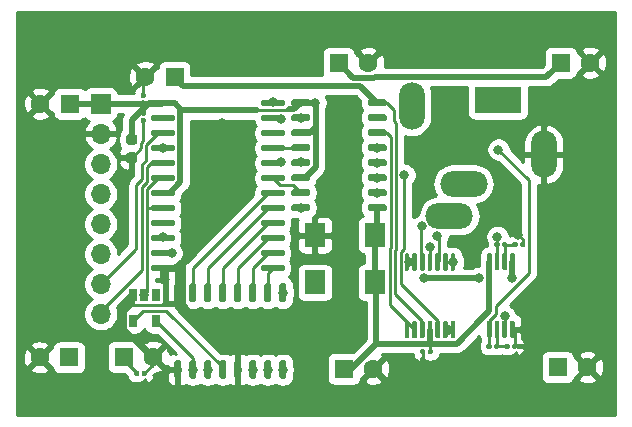
<source format=gbr>
G04 #@! TF.GenerationSoftware,KiCad,Pcbnew,(5.1.9)-1*
G04 #@! TF.CreationDate,2021-01-15T03:22:01+08:00*
G04 #@! TF.ProjectId,opl3,6f706c33-2e6b-4696-9361-645f70636258,rev?*
G04 #@! TF.SameCoordinates,Original*
G04 #@! TF.FileFunction,Copper,L1,Top*
G04 #@! TF.FilePolarity,Positive*
%FSLAX46Y46*%
G04 Gerber Fmt 4.6, Leading zero omitted, Abs format (unit mm)*
G04 Created by KiCad (PCBNEW (5.1.9)-1) date 2021-01-15 03:22:01*
%MOMM*%
%LPD*%
G01*
G04 APERTURE LIST*
G04 #@! TA.AperFunction,ComponentPad*
%ADD10C,1.600000*%
G04 #@! TD*
G04 #@! TA.AperFunction,ComponentPad*
%ADD11R,1.600000X1.600000*%
G04 #@! TD*
G04 #@! TA.AperFunction,SMDPad,CuDef*
%ADD12R,1.800000X2.000000*%
G04 #@! TD*
G04 #@! TA.AperFunction,SMDPad,CuDef*
%ADD13R,0.650000X1.060000*%
G04 #@! TD*
G04 #@! TA.AperFunction,ComponentPad*
%ADD14O,2.200000X4.000000*%
G04 #@! TD*
G04 #@! TA.AperFunction,ComponentPad*
%ADD15O,4.000000X2.200000*%
G04 #@! TD*
G04 #@! TA.AperFunction,ComponentPad*
%ADD16R,4.000000X2.200000*%
G04 #@! TD*
G04 #@! TA.AperFunction,ComponentPad*
%ADD17O,1.700000X1.700000*%
G04 #@! TD*
G04 #@! TA.AperFunction,ComponentPad*
%ADD18R,1.700000X1.700000*%
G04 #@! TD*
G04 #@! TA.AperFunction,ViaPad*
%ADD19C,0.800000*%
G04 #@! TD*
G04 #@! TA.AperFunction,Conductor*
%ADD20C,0.250000*%
G04 #@! TD*
G04 #@! TA.AperFunction,Conductor*
%ADD21C,0.500000*%
G04 #@! TD*
G04 #@! TA.AperFunction,Conductor*
%ADD22C,0.254000*%
G04 #@! TD*
G04 #@! TA.AperFunction,Conductor*
%ADD23C,0.100000*%
G04 #@! TD*
G04 APERTURE END LIST*
G04 #@! TO.P,U4,8*
G04 #@! TO.N,+5V*
G04 #@! TA.AperFunction,SMDPad,CuDef*
G36*
G01*
X165164800Y-110689100D02*
X164964800Y-110689100D01*
G75*
G02*
X164864800Y-110589100I0J100000D01*
G01*
X164864800Y-109314100D01*
G75*
G02*
X164964800Y-109214100I100000J0D01*
G01*
X165164800Y-109214100D01*
G75*
G02*
X165264800Y-109314100I0J-100000D01*
G01*
X165264800Y-110589100D01*
G75*
G02*
X165164800Y-110689100I-100000J0D01*
G01*
G37*
G04 #@! TD.AperFunction*
G04 #@! TO.P,U4,7*
G04 #@! TO.N,Net-(C22-Pad2)*
G04 #@! TA.AperFunction,SMDPad,CuDef*
G36*
G01*
X165814800Y-110689100D02*
X165614800Y-110689100D01*
G75*
G02*
X165514800Y-110589100I0J100000D01*
G01*
X165514800Y-109314100D01*
G75*
G02*
X165614800Y-109214100I100000J0D01*
G01*
X165814800Y-109214100D01*
G75*
G02*
X165914800Y-109314100I0J-100000D01*
G01*
X165914800Y-110589100D01*
G75*
G02*
X165814800Y-110689100I-100000J0D01*
G01*
G37*
G04 #@! TD.AperFunction*
G04 #@! TO.P,U4,6*
G04 #@! TO.N,Net-(R5-Pad1)*
G04 #@! TA.AperFunction,SMDPad,CuDef*
G36*
G01*
X166464800Y-110689100D02*
X166264800Y-110689100D01*
G75*
G02*
X166164800Y-110589100I0J100000D01*
G01*
X166164800Y-109314100D01*
G75*
G02*
X166264800Y-109214100I100000J0D01*
G01*
X166464800Y-109214100D01*
G75*
G02*
X166564800Y-109314100I0J-100000D01*
G01*
X166564800Y-110589100D01*
G75*
G02*
X166464800Y-110689100I-100000J0D01*
G01*
G37*
G04 #@! TD.AperFunction*
G04 #@! TO.P,U4,5*
G04 #@! TO.N,Net-(C20-Pad1)*
G04 #@! TA.AperFunction,SMDPad,CuDef*
G36*
G01*
X167114800Y-110689100D02*
X166914800Y-110689100D01*
G75*
G02*
X166814800Y-110589100I0J100000D01*
G01*
X166814800Y-109314100D01*
G75*
G02*
X166914800Y-109214100I100000J0D01*
G01*
X167114800Y-109214100D01*
G75*
G02*
X167214800Y-109314100I0J-100000D01*
G01*
X167214800Y-110589100D01*
G75*
G02*
X167114800Y-110689100I-100000J0D01*
G01*
G37*
G04 #@! TD.AperFunction*
G04 #@! TO.P,U4,4*
G04 #@! TO.N,GND*
G04 #@! TA.AperFunction,SMDPad,CuDef*
G36*
G01*
X167114800Y-116414100D02*
X166914800Y-116414100D01*
G75*
G02*
X166814800Y-116314100I0J100000D01*
G01*
X166814800Y-115039100D01*
G75*
G02*
X166914800Y-114939100I100000J0D01*
G01*
X167114800Y-114939100D01*
G75*
G02*
X167214800Y-115039100I0J-100000D01*
G01*
X167214800Y-116314100D01*
G75*
G02*
X167114800Y-116414100I-100000J0D01*
G01*
G37*
G04 #@! TD.AperFunction*
G04 #@! TO.P,U4,3*
G04 #@! TO.N,Net-(C19-Pad1)*
G04 #@! TA.AperFunction,SMDPad,CuDef*
G36*
G01*
X166464800Y-116414100D02*
X166264800Y-116414100D01*
G75*
G02*
X166164800Y-116314100I0J100000D01*
G01*
X166164800Y-115039100D01*
G75*
G02*
X166264800Y-114939100I100000J0D01*
G01*
X166464800Y-114939100D01*
G75*
G02*
X166564800Y-115039100I0J-100000D01*
G01*
X166564800Y-116314100D01*
G75*
G02*
X166464800Y-116414100I-100000J0D01*
G01*
G37*
G04 #@! TD.AperFunction*
G04 #@! TO.P,U4,2*
G04 #@! TO.N,Net-(R3-Pad1)*
G04 #@! TA.AperFunction,SMDPad,CuDef*
G36*
G01*
X165814800Y-116414100D02*
X165614800Y-116414100D01*
G75*
G02*
X165514800Y-116314100I0J100000D01*
G01*
X165514800Y-115039100D01*
G75*
G02*
X165614800Y-114939100I100000J0D01*
G01*
X165814800Y-114939100D01*
G75*
G02*
X165914800Y-115039100I0J-100000D01*
G01*
X165914800Y-116314100D01*
G75*
G02*
X165814800Y-116414100I-100000J0D01*
G01*
G37*
G04 #@! TD.AperFunction*
G04 #@! TO.P,U4,1*
G04 #@! TO.N,Net-(C21-Pad2)*
G04 #@! TA.AperFunction,SMDPad,CuDef*
G36*
G01*
X165164800Y-116414100D02*
X164964800Y-116414100D01*
G75*
G02*
X164864800Y-116314100I0J100000D01*
G01*
X164864800Y-115039100D01*
G75*
G02*
X164964800Y-114939100I100000J0D01*
G01*
X165164800Y-114939100D01*
G75*
G02*
X165264800Y-115039100I0J-100000D01*
G01*
X165264800Y-116314100D01*
G75*
G02*
X165164800Y-116414100I-100000J0D01*
G01*
G37*
G04 #@! TD.AperFunction*
G04 #@! TD*
G04 #@! TO.P,U2,16*
G04 #@! TO.N,Net-(C17-Pad1)*
G04 #@! TA.AperFunction,SMDPad,CuDef*
G36*
G01*
X154786500Y-96644600D02*
X154786500Y-96344600D01*
G75*
G02*
X154936500Y-96194600I150000J0D01*
G01*
X156236500Y-96194600D01*
G75*
G02*
X156386500Y-96344600I0J-150000D01*
G01*
X156386500Y-96644600D01*
G75*
G02*
X156236500Y-96794600I-150000J0D01*
G01*
X154936500Y-96794600D01*
G75*
G02*
X154786500Y-96644600I0J150000D01*
G01*
G37*
G04 #@! TD.AperFunction*
G04 #@! TO.P,U2,15*
G04 #@! TO.N,N/C*
G04 #@! TA.AperFunction,SMDPad,CuDef*
G36*
G01*
X154786500Y-97914600D02*
X154786500Y-97614600D01*
G75*
G02*
X154936500Y-97464600I150000J0D01*
G01*
X156236500Y-97464600D01*
G75*
G02*
X156386500Y-97614600I0J-150000D01*
G01*
X156386500Y-97914600D01*
G75*
G02*
X156236500Y-98064600I-150000J0D01*
G01*
X154936500Y-98064600D01*
G75*
G02*
X154786500Y-97914600I0J150000D01*
G01*
G37*
G04 #@! TD.AperFunction*
G04 #@! TO.P,U2,14*
G04 #@! TO.N,Net-(U2-Pad14)*
G04 #@! TA.AperFunction,SMDPad,CuDef*
G36*
G01*
X154786500Y-99184600D02*
X154786500Y-98884600D01*
G75*
G02*
X154936500Y-98734600I150000J0D01*
G01*
X156236500Y-98734600D01*
G75*
G02*
X156386500Y-98884600I0J-150000D01*
G01*
X156386500Y-99184600D01*
G75*
G02*
X156236500Y-99334600I-150000J0D01*
G01*
X154936500Y-99334600D01*
G75*
G02*
X154786500Y-99184600I0J150000D01*
G01*
G37*
G04 #@! TD.AperFunction*
G04 #@! TO.P,U2,13*
G04 #@! TO.N,Net-(C18-Pad2)*
G04 #@! TA.AperFunction,SMDPad,CuDef*
G36*
G01*
X154786500Y-100454600D02*
X154786500Y-100154600D01*
G75*
G02*
X154936500Y-100004600I150000J0D01*
G01*
X156236500Y-100004600D01*
G75*
G02*
X156386500Y-100154600I0J-150000D01*
G01*
X156386500Y-100454600D01*
G75*
G02*
X156236500Y-100604600I-150000J0D01*
G01*
X154936500Y-100604600D01*
G75*
G02*
X154786500Y-100454600I0J150000D01*
G01*
G37*
G04 #@! TD.AperFunction*
G04 #@! TO.P,U2,12*
G04 #@! TO.N,Net-(R1-Pad2)*
G04 #@! TA.AperFunction,SMDPad,CuDef*
G36*
G01*
X154786500Y-101724600D02*
X154786500Y-101424600D01*
G75*
G02*
X154936500Y-101274600I150000J0D01*
G01*
X156236500Y-101274600D01*
G75*
G02*
X156386500Y-101424600I0J-150000D01*
G01*
X156386500Y-101724600D01*
G75*
G02*
X156236500Y-101874600I-150000J0D01*
G01*
X154936500Y-101874600D01*
G75*
G02*
X154786500Y-101724600I0J150000D01*
G01*
G37*
G04 #@! TD.AperFunction*
G04 #@! TO.P,U2,11*
G04 #@! TO.N,Net-(C15-Pad1)*
G04 #@! TA.AperFunction,SMDPad,CuDef*
G36*
G01*
X154786500Y-102994600D02*
X154786500Y-102694600D01*
G75*
G02*
X154936500Y-102544600I150000J0D01*
G01*
X156236500Y-102544600D01*
G75*
G02*
X156386500Y-102694600I0J-150000D01*
G01*
X156386500Y-102994600D01*
G75*
G02*
X156236500Y-103144600I-150000J0D01*
G01*
X154936500Y-103144600D01*
G75*
G02*
X154786500Y-102994600I0J150000D01*
G01*
G37*
G04 #@! TD.AperFunction*
G04 #@! TO.P,U2,10*
G04 #@! TO.N,Net-(C16-Pad2)*
G04 #@! TA.AperFunction,SMDPad,CuDef*
G36*
G01*
X154786500Y-104264600D02*
X154786500Y-103964600D01*
G75*
G02*
X154936500Y-103814600I150000J0D01*
G01*
X156236500Y-103814600D01*
G75*
G02*
X156386500Y-103964600I0J-150000D01*
G01*
X156386500Y-104264600D01*
G75*
G02*
X156236500Y-104414600I-150000J0D01*
G01*
X154936500Y-104414600D01*
G75*
G02*
X154786500Y-104264600I0J150000D01*
G01*
G37*
G04 #@! TD.AperFunction*
G04 #@! TO.P,U2,9*
G04 #@! TO.N,+5V*
G04 #@! TA.AperFunction,SMDPad,CuDef*
G36*
G01*
X154786500Y-105534600D02*
X154786500Y-105234600D01*
G75*
G02*
X154936500Y-105084600I150000J0D01*
G01*
X156236500Y-105084600D01*
G75*
G02*
X156386500Y-105234600I0J-150000D01*
G01*
X156386500Y-105534600D01*
G75*
G02*
X156236500Y-105684600I-150000J0D01*
G01*
X154936500Y-105684600D01*
G75*
G02*
X154786500Y-105534600I0J150000D01*
G01*
G37*
G04 #@! TD.AperFunction*
G04 #@! TO.P,U2,8*
G04 #@! TO.N,Net-(U1-Pad20)*
G04 #@! TA.AperFunction,SMDPad,CuDef*
G36*
G01*
X148286500Y-105534600D02*
X148286500Y-105234600D01*
G75*
G02*
X148436500Y-105084600I150000J0D01*
G01*
X149736500Y-105084600D01*
G75*
G02*
X149886500Y-105234600I0J-150000D01*
G01*
X149886500Y-105534600D01*
G75*
G02*
X149736500Y-105684600I-150000J0D01*
G01*
X148436500Y-105684600D01*
G75*
G02*
X148286500Y-105534600I0J150000D01*
G01*
G37*
G04 #@! TD.AperFunction*
G04 #@! TO.P,U2,7*
G04 #@! TO.N,Net-(U1-Pad19)*
G04 #@! TA.AperFunction,SMDPad,CuDef*
G36*
G01*
X148286500Y-104264600D02*
X148286500Y-103964600D01*
G75*
G02*
X148436500Y-103814600I150000J0D01*
G01*
X149736500Y-103814600D01*
G75*
G02*
X149886500Y-103964600I0J-150000D01*
G01*
X149886500Y-104264600D01*
G75*
G02*
X149736500Y-104414600I-150000J0D01*
G01*
X148436500Y-104414600D01*
G75*
G02*
X148286500Y-104264600I0J150000D01*
G01*
G37*
G04 #@! TD.AperFunction*
G04 #@! TO.P,U2,6*
G04 #@! TO.N,+5V*
G04 #@! TA.AperFunction,SMDPad,CuDef*
G36*
G01*
X148286500Y-102994600D02*
X148286500Y-102694600D01*
G75*
G02*
X148436500Y-102544600I150000J0D01*
G01*
X149736500Y-102544600D01*
G75*
G02*
X149886500Y-102694600I0J-150000D01*
G01*
X149886500Y-102994600D01*
G75*
G02*
X149736500Y-103144600I-150000J0D01*
G01*
X148436500Y-103144600D01*
G75*
G02*
X148286500Y-102994600I0J150000D01*
G01*
G37*
G04 #@! TD.AperFunction*
G04 #@! TO.P,U2,5*
G04 #@! TO.N,Net-(U1-Pad23)*
G04 #@! TA.AperFunction,SMDPad,CuDef*
G36*
G01*
X148286500Y-101724600D02*
X148286500Y-101424600D01*
G75*
G02*
X148436500Y-101274600I150000J0D01*
G01*
X149736500Y-101274600D01*
G75*
G02*
X149886500Y-101424600I0J-150000D01*
G01*
X149886500Y-101724600D01*
G75*
G02*
X149736500Y-101874600I-150000J0D01*
G01*
X148436500Y-101874600D01*
G75*
G02*
X148286500Y-101724600I0J150000D01*
G01*
G37*
G04 #@! TD.AperFunction*
G04 #@! TO.P,U2,4*
G04 #@! TO.N,Net-(U1-Pad21)*
G04 #@! TA.AperFunction,SMDPad,CuDef*
G36*
G01*
X148286500Y-100454600D02*
X148286500Y-100154600D01*
G75*
G02*
X148436500Y-100004600I150000J0D01*
G01*
X149736500Y-100004600D01*
G75*
G02*
X149886500Y-100154600I0J-150000D01*
G01*
X149886500Y-100454600D01*
G75*
G02*
X149736500Y-100604600I-150000J0D01*
G01*
X148436500Y-100604600D01*
G75*
G02*
X148286500Y-100454600I0J150000D01*
G01*
G37*
G04 #@! TD.AperFunction*
G04 #@! TO.P,U2,3*
G04 #@! TO.N,+5V*
G04 #@! TA.AperFunction,SMDPad,CuDef*
G36*
G01*
X148286500Y-99184600D02*
X148286500Y-98884600D01*
G75*
G02*
X148436500Y-98734600I150000J0D01*
G01*
X149736500Y-98734600D01*
G75*
G02*
X149886500Y-98884600I0J-150000D01*
G01*
X149886500Y-99184600D01*
G75*
G02*
X149736500Y-99334600I-150000J0D01*
G01*
X148436500Y-99334600D01*
G75*
G02*
X148286500Y-99184600I0J150000D01*
G01*
G37*
G04 #@! TD.AperFunction*
G04 #@! TO.P,U2,2*
G04 #@! TO.N,GND*
G04 #@! TA.AperFunction,SMDPad,CuDef*
G36*
G01*
X148286500Y-97914600D02*
X148286500Y-97614600D01*
G75*
G02*
X148436500Y-97464600I150000J0D01*
G01*
X149736500Y-97464600D01*
G75*
G02*
X149886500Y-97614600I0J-150000D01*
G01*
X149886500Y-97914600D01*
G75*
G02*
X149736500Y-98064600I-150000J0D01*
G01*
X148436500Y-98064600D01*
G75*
G02*
X148286500Y-97914600I0J150000D01*
G01*
G37*
G04 #@! TD.AperFunction*
G04 #@! TO.P,U2,1*
G04 #@! TO.N,+5V*
G04 #@! TA.AperFunction,SMDPad,CuDef*
G36*
G01*
X148286500Y-96644600D02*
X148286500Y-96344600D01*
G75*
G02*
X148436500Y-96194600I150000J0D01*
G01*
X149736500Y-96194600D01*
G75*
G02*
X149886500Y-96344600I0J-150000D01*
G01*
X149886500Y-96644600D01*
G75*
G02*
X149736500Y-96794600I-150000J0D01*
G01*
X148436500Y-96794600D01*
G75*
G02*
X148286500Y-96644600I0J150000D01*
G01*
G37*
G04 #@! TD.AperFunction*
G04 #@! TD*
D10*
G04 #@! TO.P,C5,2*
G04 #@! TO.N,GND*
X173365800Y-118884700D03*
D11*
G04 #@! TO.P,C5,1*
G04 #@! TO.N,+5V*
X170865800Y-118884700D03*
G04 #@! TD*
D12*
G04 #@! TO.P,X1,4*
G04 #@! TO.N,+5V*
X155384500Y-111715300D03*
G04 #@! TO.P,X1,3*
G04 #@! TO.N,Net-(U1-Pad24)*
X150304500Y-111715300D03*
G04 #@! TO.P,X1,2*
G04 #@! TO.N,GND*
X150304500Y-107715300D03*
G04 #@! TO.P,X1,1*
G04 #@! TO.N,+5V*
X155384500Y-107715300D03*
G04 #@! TD*
D13*
G04 #@! TO.P,U6,5*
G04 #@! TO.N,+5V*
X136814600Y-114955500D03*
G04 #@! TO.P,U6,4*
G04 #@! TO.N,RCLK*
X134914600Y-114955500D03*
G04 #@! TO.P,U6,3*
G04 #@! TO.N,GND*
X134914600Y-112755500D03*
G04 #@! TO.P,U6,2*
G04 #@! TO.N,~WR*
X135864600Y-112755500D03*
G04 #@! TO.P,U6,1*
G04 #@! TO.N,N/C*
X136814600Y-112755500D03*
G04 #@! TD*
G04 #@! TO.P,U5,16*
G04 #@! TO.N,+5V*
G04 #@! TA.AperFunction,SMDPad,CuDef*
G36*
G01*
X147436700Y-118286700D02*
X147736700Y-118286700D01*
G75*
G02*
X147886700Y-118436700I0J-150000D01*
G01*
X147886700Y-119736700D01*
G75*
G02*
X147736700Y-119886700I-150000J0D01*
G01*
X147436700Y-119886700D01*
G75*
G02*
X147286700Y-119736700I0J150000D01*
G01*
X147286700Y-118436700D01*
G75*
G02*
X147436700Y-118286700I150000J0D01*
G01*
G37*
G04 #@! TD.AperFunction*
G04 #@! TO.P,U5,15*
G04 #@! TO.N,D0*
G04 #@! TA.AperFunction,SMDPad,CuDef*
G36*
G01*
X146166700Y-118286700D02*
X146466700Y-118286700D01*
G75*
G02*
X146616700Y-118436700I0J-150000D01*
G01*
X146616700Y-119736700D01*
G75*
G02*
X146466700Y-119886700I-150000J0D01*
G01*
X146166700Y-119886700D01*
G75*
G02*
X146016700Y-119736700I0J150000D01*
G01*
X146016700Y-118436700D01*
G75*
G02*
X146166700Y-118286700I150000J0D01*
G01*
G37*
G04 #@! TD.AperFunction*
G04 #@! TO.P,U5,14*
G04 #@! TO.N,Net-(J1-Pad4)*
G04 #@! TA.AperFunction,SMDPad,CuDef*
G36*
G01*
X144896700Y-118286700D02*
X145196700Y-118286700D01*
G75*
G02*
X145346700Y-118436700I0J-150000D01*
G01*
X145346700Y-119736700D01*
G75*
G02*
X145196700Y-119886700I-150000J0D01*
G01*
X144896700Y-119886700D01*
G75*
G02*
X144746700Y-119736700I0J150000D01*
G01*
X144746700Y-118436700D01*
G75*
G02*
X144896700Y-118286700I150000J0D01*
G01*
G37*
G04 #@! TD.AperFunction*
G04 #@! TO.P,U5,13*
G04 #@! TO.N,GND*
G04 #@! TA.AperFunction,SMDPad,CuDef*
G36*
G01*
X143626700Y-118286700D02*
X143926700Y-118286700D01*
G75*
G02*
X144076700Y-118436700I0J-150000D01*
G01*
X144076700Y-119736700D01*
G75*
G02*
X143926700Y-119886700I-150000J0D01*
G01*
X143626700Y-119886700D01*
G75*
G02*
X143476700Y-119736700I0J150000D01*
G01*
X143476700Y-118436700D01*
G75*
G02*
X143626700Y-118286700I150000J0D01*
G01*
G37*
G04 #@! TD.AperFunction*
G04 #@! TO.P,U5,12*
G04 #@! TO.N,RCLK*
G04 #@! TA.AperFunction,SMDPad,CuDef*
G36*
G01*
X142356700Y-118286700D02*
X142656700Y-118286700D01*
G75*
G02*
X142806700Y-118436700I0J-150000D01*
G01*
X142806700Y-119736700D01*
G75*
G02*
X142656700Y-119886700I-150000J0D01*
G01*
X142356700Y-119886700D01*
G75*
G02*
X142206700Y-119736700I0J150000D01*
G01*
X142206700Y-118436700D01*
G75*
G02*
X142356700Y-118286700I150000J0D01*
G01*
G37*
G04 #@! TD.AperFunction*
G04 #@! TO.P,U5,11*
G04 #@! TO.N,Net-(J1-Pad6)*
G04 #@! TA.AperFunction,SMDPad,CuDef*
G36*
G01*
X141086700Y-118286700D02*
X141386700Y-118286700D01*
G75*
G02*
X141536700Y-118436700I0J-150000D01*
G01*
X141536700Y-119736700D01*
G75*
G02*
X141386700Y-119886700I-150000J0D01*
G01*
X141086700Y-119886700D01*
G75*
G02*
X140936700Y-119736700I0J150000D01*
G01*
X140936700Y-118436700D01*
G75*
G02*
X141086700Y-118286700I150000J0D01*
G01*
G37*
G04 #@! TD.AperFunction*
G04 #@! TO.P,U5,10*
G04 #@! TO.N,+5V*
G04 #@! TA.AperFunction,SMDPad,CuDef*
G36*
G01*
X139816700Y-118286700D02*
X140116700Y-118286700D01*
G75*
G02*
X140266700Y-118436700I0J-150000D01*
G01*
X140266700Y-119736700D01*
G75*
G02*
X140116700Y-119886700I-150000J0D01*
G01*
X139816700Y-119886700D01*
G75*
G02*
X139666700Y-119736700I0J150000D01*
G01*
X139666700Y-118436700D01*
G75*
G02*
X139816700Y-118286700I150000J0D01*
G01*
G37*
G04 #@! TD.AperFunction*
G04 #@! TO.P,U5,9*
G04 #@! TO.N,GND*
G04 #@! TA.AperFunction,SMDPad,CuDef*
G36*
G01*
X138546700Y-118286700D02*
X138846700Y-118286700D01*
G75*
G02*
X138996700Y-118436700I0J-150000D01*
G01*
X138996700Y-119736700D01*
G75*
G02*
X138846700Y-119886700I-150000J0D01*
G01*
X138546700Y-119886700D01*
G75*
G02*
X138396700Y-119736700I0J150000D01*
G01*
X138396700Y-118436700D01*
G75*
G02*
X138546700Y-118286700I150000J0D01*
G01*
G37*
G04 #@! TD.AperFunction*
G04 #@! TO.P,U5,8*
G04 #@! TA.AperFunction,SMDPad,CuDef*
G36*
G01*
X138546700Y-111786700D02*
X138846700Y-111786700D01*
G75*
G02*
X138996700Y-111936700I0J-150000D01*
G01*
X138996700Y-113236700D01*
G75*
G02*
X138846700Y-113386700I-150000J0D01*
G01*
X138546700Y-113386700D01*
G75*
G02*
X138396700Y-113236700I0J150000D01*
G01*
X138396700Y-111936700D01*
G75*
G02*
X138546700Y-111786700I150000J0D01*
G01*
G37*
G04 #@! TD.AperFunction*
G04 #@! TO.P,U5,7*
G04 #@! TO.N,D7*
G04 #@! TA.AperFunction,SMDPad,CuDef*
G36*
G01*
X139816700Y-111786700D02*
X140116700Y-111786700D01*
G75*
G02*
X140266700Y-111936700I0J-150000D01*
G01*
X140266700Y-113236700D01*
G75*
G02*
X140116700Y-113386700I-150000J0D01*
G01*
X139816700Y-113386700D01*
G75*
G02*
X139666700Y-113236700I0J150000D01*
G01*
X139666700Y-111936700D01*
G75*
G02*
X139816700Y-111786700I150000J0D01*
G01*
G37*
G04 #@! TD.AperFunction*
G04 #@! TO.P,U5,6*
G04 #@! TO.N,D6*
G04 #@! TA.AperFunction,SMDPad,CuDef*
G36*
G01*
X141086700Y-111786700D02*
X141386700Y-111786700D01*
G75*
G02*
X141536700Y-111936700I0J-150000D01*
G01*
X141536700Y-113236700D01*
G75*
G02*
X141386700Y-113386700I-150000J0D01*
G01*
X141086700Y-113386700D01*
G75*
G02*
X140936700Y-113236700I0J150000D01*
G01*
X140936700Y-111936700D01*
G75*
G02*
X141086700Y-111786700I150000J0D01*
G01*
G37*
G04 #@! TD.AperFunction*
G04 #@! TO.P,U5,5*
G04 #@! TO.N,D5*
G04 #@! TA.AperFunction,SMDPad,CuDef*
G36*
G01*
X142356700Y-111786700D02*
X142656700Y-111786700D01*
G75*
G02*
X142806700Y-111936700I0J-150000D01*
G01*
X142806700Y-113236700D01*
G75*
G02*
X142656700Y-113386700I-150000J0D01*
G01*
X142356700Y-113386700D01*
G75*
G02*
X142206700Y-113236700I0J150000D01*
G01*
X142206700Y-111936700D01*
G75*
G02*
X142356700Y-111786700I150000J0D01*
G01*
G37*
G04 #@! TD.AperFunction*
G04 #@! TO.P,U5,4*
G04 #@! TO.N,D4*
G04 #@! TA.AperFunction,SMDPad,CuDef*
G36*
G01*
X143626700Y-111786700D02*
X143926700Y-111786700D01*
G75*
G02*
X144076700Y-111936700I0J-150000D01*
G01*
X144076700Y-113236700D01*
G75*
G02*
X143926700Y-113386700I-150000J0D01*
G01*
X143626700Y-113386700D01*
G75*
G02*
X143476700Y-113236700I0J150000D01*
G01*
X143476700Y-111936700D01*
G75*
G02*
X143626700Y-111786700I150000J0D01*
G01*
G37*
G04 #@! TD.AperFunction*
G04 #@! TO.P,U5,3*
G04 #@! TO.N,D3*
G04 #@! TA.AperFunction,SMDPad,CuDef*
G36*
G01*
X144896700Y-111786700D02*
X145196700Y-111786700D01*
G75*
G02*
X145346700Y-111936700I0J-150000D01*
G01*
X145346700Y-113236700D01*
G75*
G02*
X145196700Y-113386700I-150000J0D01*
G01*
X144896700Y-113386700D01*
G75*
G02*
X144746700Y-113236700I0J150000D01*
G01*
X144746700Y-111936700D01*
G75*
G02*
X144896700Y-111786700I150000J0D01*
G01*
G37*
G04 #@! TD.AperFunction*
G04 #@! TO.P,U5,2*
G04 #@! TO.N,D2*
G04 #@! TA.AperFunction,SMDPad,CuDef*
G36*
G01*
X146166700Y-111786700D02*
X146466700Y-111786700D01*
G75*
G02*
X146616700Y-111936700I0J-150000D01*
G01*
X146616700Y-113236700D01*
G75*
G02*
X146466700Y-113386700I-150000J0D01*
G01*
X146166700Y-113386700D01*
G75*
G02*
X146016700Y-113236700I0J150000D01*
G01*
X146016700Y-111936700D01*
G75*
G02*
X146166700Y-111786700I150000J0D01*
G01*
G37*
G04 #@! TD.AperFunction*
G04 #@! TO.P,U5,1*
G04 #@! TO.N,D1*
G04 #@! TA.AperFunction,SMDPad,CuDef*
G36*
G01*
X147436700Y-111786700D02*
X147736700Y-111786700D01*
G75*
G02*
X147886700Y-111936700I0J-150000D01*
G01*
X147886700Y-113236700D01*
G75*
G02*
X147736700Y-113386700I-150000J0D01*
G01*
X147436700Y-113386700D01*
G75*
G02*
X147286700Y-113236700I0J150000D01*
G01*
X147286700Y-111936700D01*
G75*
G02*
X147436700Y-111786700I150000J0D01*
G01*
G37*
G04 #@! TD.AperFunction*
G04 #@! TD*
G04 #@! TO.P,U3,14*
G04 #@! TO.N,Net-(R11-Pad2)*
G04 #@! TA.AperFunction,SMDPad,CuDef*
G36*
G01*
X158195400Y-110727200D02*
X157995400Y-110727200D01*
G75*
G02*
X157895400Y-110627200I0J100000D01*
G01*
X157895400Y-109352200D01*
G75*
G02*
X157995400Y-109252200I100000J0D01*
G01*
X158195400Y-109252200D01*
G75*
G02*
X158295400Y-109352200I0J-100000D01*
G01*
X158295400Y-110627200D01*
G75*
G02*
X158195400Y-110727200I-100000J0D01*
G01*
G37*
G04 #@! TD.AperFunction*
G04 #@! TO.P,U3,13*
G04 #@! TA.AperFunction,SMDPad,CuDef*
G36*
G01*
X158845400Y-110727200D02*
X158645400Y-110727200D01*
G75*
G02*
X158545400Y-110627200I0J100000D01*
G01*
X158545400Y-109352200D01*
G75*
G02*
X158645400Y-109252200I100000J0D01*
G01*
X158845400Y-109252200D01*
G75*
G02*
X158945400Y-109352200I0J-100000D01*
G01*
X158945400Y-110627200D01*
G75*
G02*
X158845400Y-110727200I-100000J0D01*
G01*
G37*
G04 #@! TD.AperFunction*
G04 #@! TO.P,U3,12*
G04 #@! TO.N,Net-(C15-Pad1)*
G04 #@! TA.AperFunction,SMDPad,CuDef*
G36*
G01*
X159495400Y-110727200D02*
X159295400Y-110727200D01*
G75*
G02*
X159195400Y-110627200I0J100000D01*
G01*
X159195400Y-109352200D01*
G75*
G02*
X159295400Y-109252200I100000J0D01*
G01*
X159495400Y-109252200D01*
G75*
G02*
X159595400Y-109352200I0J-100000D01*
G01*
X159595400Y-110627200D01*
G75*
G02*
X159495400Y-110727200I-100000J0D01*
G01*
G37*
G04 #@! TD.AperFunction*
G04 #@! TO.P,U3,11*
G04 #@! TO.N,GND*
G04 #@! TA.AperFunction,SMDPad,CuDef*
G36*
G01*
X160145400Y-110727200D02*
X159945400Y-110727200D01*
G75*
G02*
X159845400Y-110627200I0J100000D01*
G01*
X159845400Y-109352200D01*
G75*
G02*
X159945400Y-109252200I100000J0D01*
G01*
X160145400Y-109252200D01*
G75*
G02*
X160245400Y-109352200I0J-100000D01*
G01*
X160245400Y-110627200D01*
G75*
G02*
X160145400Y-110727200I-100000J0D01*
G01*
G37*
G04 #@! TD.AperFunction*
G04 #@! TO.P,U3,10*
G04 #@! TO.N,Net-(C16-Pad2)*
G04 #@! TA.AperFunction,SMDPad,CuDef*
G36*
G01*
X160795400Y-110727200D02*
X160595400Y-110727200D01*
G75*
G02*
X160495400Y-110627200I0J100000D01*
G01*
X160495400Y-109352200D01*
G75*
G02*
X160595400Y-109252200I100000J0D01*
G01*
X160795400Y-109252200D01*
G75*
G02*
X160895400Y-109352200I0J-100000D01*
G01*
X160895400Y-110627200D01*
G75*
G02*
X160795400Y-110727200I-100000J0D01*
G01*
G37*
G04 #@! TD.AperFunction*
G04 #@! TO.P,U3,9*
G04 #@! TO.N,Net-(R12-Pad1)*
G04 #@! TA.AperFunction,SMDPad,CuDef*
G36*
G01*
X161445400Y-110727200D02*
X161245400Y-110727200D01*
G75*
G02*
X161145400Y-110627200I0J100000D01*
G01*
X161145400Y-109352200D01*
G75*
G02*
X161245400Y-109252200I100000J0D01*
G01*
X161445400Y-109252200D01*
G75*
G02*
X161545400Y-109352200I0J-100000D01*
G01*
X161545400Y-110627200D01*
G75*
G02*
X161445400Y-110727200I-100000J0D01*
G01*
G37*
G04 #@! TD.AperFunction*
G04 #@! TO.P,U3,8*
G04 #@! TA.AperFunction,SMDPad,CuDef*
G36*
G01*
X162095400Y-110727200D02*
X161895400Y-110727200D01*
G75*
G02*
X161795400Y-110627200I0J100000D01*
G01*
X161795400Y-109352200D01*
G75*
G02*
X161895400Y-109252200I100000J0D01*
G01*
X162095400Y-109252200D01*
G75*
G02*
X162195400Y-109352200I0J-100000D01*
G01*
X162195400Y-110627200D01*
G75*
G02*
X162095400Y-110727200I-100000J0D01*
G01*
G37*
G04 #@! TD.AperFunction*
G04 #@! TO.P,U3,7*
G04 #@! TO.N,Net-(R1-Pad1)*
G04 #@! TA.AperFunction,SMDPad,CuDef*
G36*
G01*
X162095400Y-116452200D02*
X161895400Y-116452200D01*
G75*
G02*
X161795400Y-116352200I0J100000D01*
G01*
X161795400Y-115077200D01*
G75*
G02*
X161895400Y-114977200I100000J0D01*
G01*
X162095400Y-114977200D01*
G75*
G02*
X162195400Y-115077200I0J-100000D01*
G01*
X162195400Y-116352200D01*
G75*
G02*
X162095400Y-116452200I-100000J0D01*
G01*
G37*
G04 #@! TD.AperFunction*
G04 #@! TO.P,U3,6*
G04 #@! TA.AperFunction,SMDPad,CuDef*
G36*
G01*
X161445400Y-116452200D02*
X161245400Y-116452200D01*
G75*
G02*
X161145400Y-116352200I0J100000D01*
G01*
X161145400Y-115077200D01*
G75*
G02*
X161245400Y-114977200I100000J0D01*
G01*
X161445400Y-114977200D01*
G75*
G02*
X161545400Y-115077200I0J-100000D01*
G01*
X161545400Y-116352200D01*
G75*
G02*
X161445400Y-116452200I-100000J0D01*
G01*
G37*
G04 #@! TD.AperFunction*
G04 #@! TO.P,U3,5*
G04 #@! TO.N,Net-(C18-Pad2)*
G04 #@! TA.AperFunction,SMDPad,CuDef*
G36*
G01*
X160795400Y-116452200D02*
X160595400Y-116452200D01*
G75*
G02*
X160495400Y-116352200I0J100000D01*
G01*
X160495400Y-115077200D01*
G75*
G02*
X160595400Y-114977200I100000J0D01*
G01*
X160795400Y-114977200D01*
G75*
G02*
X160895400Y-115077200I0J-100000D01*
G01*
X160895400Y-116352200D01*
G75*
G02*
X160795400Y-116452200I-100000J0D01*
G01*
G37*
G04 #@! TD.AperFunction*
G04 #@! TO.P,U3,4*
G04 #@! TO.N,+5V*
G04 #@! TA.AperFunction,SMDPad,CuDef*
G36*
G01*
X160145400Y-116452200D02*
X159945400Y-116452200D01*
G75*
G02*
X159845400Y-116352200I0J100000D01*
G01*
X159845400Y-115077200D01*
G75*
G02*
X159945400Y-114977200I100000J0D01*
G01*
X160145400Y-114977200D01*
G75*
G02*
X160245400Y-115077200I0J-100000D01*
G01*
X160245400Y-116352200D01*
G75*
G02*
X160145400Y-116452200I-100000J0D01*
G01*
G37*
G04 #@! TD.AperFunction*
G04 #@! TO.P,U3,3*
G04 #@! TO.N,Net-(C17-Pad1)*
G04 #@! TA.AperFunction,SMDPad,CuDef*
G36*
G01*
X159495400Y-116452200D02*
X159295400Y-116452200D01*
G75*
G02*
X159195400Y-116352200I0J100000D01*
G01*
X159195400Y-115077200D01*
G75*
G02*
X159295400Y-114977200I100000J0D01*
G01*
X159495400Y-114977200D01*
G75*
G02*
X159595400Y-115077200I0J-100000D01*
G01*
X159595400Y-116352200D01*
G75*
G02*
X159495400Y-116452200I-100000J0D01*
G01*
G37*
G04 #@! TD.AperFunction*
G04 #@! TO.P,U3,2*
G04 #@! TO.N,Net-(U2-Pad14)*
G04 #@! TA.AperFunction,SMDPad,CuDef*
G36*
G01*
X158845400Y-116452200D02*
X158645400Y-116452200D01*
G75*
G02*
X158545400Y-116352200I0J100000D01*
G01*
X158545400Y-115077200D01*
G75*
G02*
X158645400Y-114977200I100000J0D01*
G01*
X158845400Y-114977200D01*
G75*
G02*
X158945400Y-115077200I0J-100000D01*
G01*
X158945400Y-116352200D01*
G75*
G02*
X158845400Y-116452200I-100000J0D01*
G01*
G37*
G04 #@! TD.AperFunction*
G04 #@! TO.P,U3,1*
G04 #@! TA.AperFunction,SMDPad,CuDef*
G36*
G01*
X158195400Y-116452200D02*
X157995400Y-116452200D01*
G75*
G02*
X157895400Y-116352200I0J100000D01*
G01*
X157895400Y-115077200D01*
G75*
G02*
X157995400Y-114977200I100000J0D01*
G01*
X158195400Y-114977200D01*
G75*
G02*
X158295400Y-115077200I0J-100000D01*
G01*
X158295400Y-116352200D01*
G75*
G02*
X158195400Y-116452200I-100000J0D01*
G01*
G37*
G04 #@! TD.AperFunction*
G04 #@! TD*
G04 #@! TO.P,U1,24*
G04 #@! TO.N,Net-(U1-Pad24)*
G04 #@! TA.AperFunction,SMDPad,CuDef*
G36*
G01*
X145737600Y-96657500D02*
X145737600Y-96382500D01*
G75*
G02*
X145875100Y-96245000I137500J0D01*
G01*
X147600100Y-96245000D01*
G75*
G02*
X147737600Y-96382500I0J-137500D01*
G01*
X147737600Y-96657500D01*
G75*
G02*
X147600100Y-96795000I-137500J0D01*
G01*
X145875100Y-96795000D01*
G75*
G02*
X145737600Y-96657500I0J137500D01*
G01*
G37*
G04 #@! TD.AperFunction*
G04 #@! TO.P,U1,23*
G04 #@! TO.N,Net-(U1-Pad23)*
G04 #@! TA.AperFunction,SMDPad,CuDef*
G36*
G01*
X145737600Y-97927500D02*
X145737600Y-97652500D01*
G75*
G02*
X145875100Y-97515000I137500J0D01*
G01*
X147600100Y-97515000D01*
G75*
G02*
X147737600Y-97652500I0J-137500D01*
G01*
X147737600Y-97927500D01*
G75*
G02*
X147600100Y-98065000I-137500J0D01*
G01*
X145875100Y-98065000D01*
G75*
G02*
X145737600Y-97927500I0J137500D01*
G01*
G37*
G04 #@! TD.AperFunction*
G04 #@! TO.P,U1,22*
G04 #@! TO.N,N/C*
G04 #@! TA.AperFunction,SMDPad,CuDef*
G36*
G01*
X145737600Y-99197500D02*
X145737600Y-98922500D01*
G75*
G02*
X145875100Y-98785000I137500J0D01*
G01*
X147600100Y-98785000D01*
G75*
G02*
X147737600Y-98922500I0J-137500D01*
G01*
X147737600Y-99197500D01*
G75*
G02*
X147600100Y-99335000I-137500J0D01*
G01*
X145875100Y-99335000D01*
G75*
G02*
X145737600Y-99197500I0J137500D01*
G01*
G37*
G04 #@! TD.AperFunction*
G04 #@! TO.P,U1,21*
G04 #@! TO.N,Net-(U1-Pad21)*
G04 #@! TA.AperFunction,SMDPad,CuDef*
G36*
G01*
X145737600Y-100467500D02*
X145737600Y-100192500D01*
G75*
G02*
X145875100Y-100055000I137500J0D01*
G01*
X147600100Y-100055000D01*
G75*
G02*
X147737600Y-100192500I0J-137500D01*
G01*
X147737600Y-100467500D01*
G75*
G02*
X147600100Y-100605000I-137500J0D01*
G01*
X145875100Y-100605000D01*
G75*
G02*
X145737600Y-100467500I0J137500D01*
G01*
G37*
G04 #@! TD.AperFunction*
G04 #@! TO.P,U1,20*
G04 #@! TO.N,Net-(U1-Pad20)*
G04 #@! TA.AperFunction,SMDPad,CuDef*
G36*
G01*
X145737600Y-101737500D02*
X145737600Y-101462500D01*
G75*
G02*
X145875100Y-101325000I137500J0D01*
G01*
X147600100Y-101325000D01*
G75*
G02*
X147737600Y-101462500I0J-137500D01*
G01*
X147737600Y-101737500D01*
G75*
G02*
X147600100Y-101875000I-137500J0D01*
G01*
X145875100Y-101875000D01*
G75*
G02*
X145737600Y-101737500I0J137500D01*
G01*
G37*
G04 #@! TD.AperFunction*
G04 #@! TO.P,U1,19*
G04 #@! TO.N,Net-(U1-Pad19)*
G04 #@! TA.AperFunction,SMDPad,CuDef*
G36*
G01*
X145737600Y-103007500D02*
X145737600Y-102732500D01*
G75*
G02*
X145875100Y-102595000I137500J0D01*
G01*
X147600100Y-102595000D01*
G75*
G02*
X147737600Y-102732500I0J-137500D01*
G01*
X147737600Y-103007500D01*
G75*
G02*
X147600100Y-103145000I-137500J0D01*
G01*
X145875100Y-103145000D01*
G75*
G02*
X145737600Y-103007500I0J137500D01*
G01*
G37*
G04 #@! TD.AperFunction*
G04 #@! TO.P,U1,18*
G04 #@! TO.N,D7*
G04 #@! TA.AperFunction,SMDPad,CuDef*
G36*
G01*
X145737600Y-104277500D02*
X145737600Y-104002500D01*
G75*
G02*
X145875100Y-103865000I137500J0D01*
G01*
X147600100Y-103865000D01*
G75*
G02*
X147737600Y-104002500I0J-137500D01*
G01*
X147737600Y-104277500D01*
G75*
G02*
X147600100Y-104415000I-137500J0D01*
G01*
X145875100Y-104415000D01*
G75*
G02*
X145737600Y-104277500I0J137500D01*
G01*
G37*
G04 #@! TD.AperFunction*
G04 #@! TO.P,U1,17*
G04 #@! TO.N,D6*
G04 #@! TA.AperFunction,SMDPad,CuDef*
G36*
G01*
X145737600Y-105547500D02*
X145737600Y-105272500D01*
G75*
G02*
X145875100Y-105135000I137500J0D01*
G01*
X147600100Y-105135000D01*
G75*
G02*
X147737600Y-105272500I0J-137500D01*
G01*
X147737600Y-105547500D01*
G75*
G02*
X147600100Y-105685000I-137500J0D01*
G01*
X145875100Y-105685000D01*
G75*
G02*
X145737600Y-105547500I0J137500D01*
G01*
G37*
G04 #@! TD.AperFunction*
G04 #@! TO.P,U1,16*
G04 #@! TO.N,D5*
G04 #@! TA.AperFunction,SMDPad,CuDef*
G36*
G01*
X145737600Y-106817500D02*
X145737600Y-106542500D01*
G75*
G02*
X145875100Y-106405000I137500J0D01*
G01*
X147600100Y-106405000D01*
G75*
G02*
X147737600Y-106542500I0J-137500D01*
G01*
X147737600Y-106817500D01*
G75*
G02*
X147600100Y-106955000I-137500J0D01*
G01*
X145875100Y-106955000D01*
G75*
G02*
X145737600Y-106817500I0J137500D01*
G01*
G37*
G04 #@! TD.AperFunction*
G04 #@! TO.P,U1,15*
G04 #@! TO.N,D4*
G04 #@! TA.AperFunction,SMDPad,CuDef*
G36*
G01*
X145737600Y-108087500D02*
X145737600Y-107812500D01*
G75*
G02*
X145875100Y-107675000I137500J0D01*
G01*
X147600100Y-107675000D01*
G75*
G02*
X147737600Y-107812500I0J-137500D01*
G01*
X147737600Y-108087500D01*
G75*
G02*
X147600100Y-108225000I-137500J0D01*
G01*
X145875100Y-108225000D01*
G75*
G02*
X145737600Y-108087500I0J137500D01*
G01*
G37*
G04 #@! TD.AperFunction*
G04 #@! TO.P,U1,14*
G04 #@! TO.N,D3*
G04 #@! TA.AperFunction,SMDPad,CuDef*
G36*
G01*
X145737600Y-109357500D02*
X145737600Y-109082500D01*
G75*
G02*
X145875100Y-108945000I137500J0D01*
G01*
X147600100Y-108945000D01*
G75*
G02*
X147737600Y-109082500I0J-137500D01*
G01*
X147737600Y-109357500D01*
G75*
G02*
X147600100Y-109495000I-137500J0D01*
G01*
X145875100Y-109495000D01*
G75*
G02*
X145737600Y-109357500I0J137500D01*
G01*
G37*
G04 #@! TD.AperFunction*
G04 #@! TO.P,U1,13*
G04 #@! TO.N,D2*
G04 #@! TA.AperFunction,SMDPad,CuDef*
G36*
G01*
X145737600Y-110627500D02*
X145737600Y-110352500D01*
G75*
G02*
X145875100Y-110215000I137500J0D01*
G01*
X147600100Y-110215000D01*
G75*
G02*
X147737600Y-110352500I0J-137500D01*
G01*
X147737600Y-110627500D01*
G75*
G02*
X147600100Y-110765000I-137500J0D01*
G01*
X145875100Y-110765000D01*
G75*
G02*
X145737600Y-110627500I0J137500D01*
G01*
G37*
G04 #@! TD.AperFunction*
G04 #@! TO.P,U1,12*
G04 #@! TO.N,GND*
G04 #@! TA.AperFunction,SMDPad,CuDef*
G36*
G01*
X136437600Y-110627500D02*
X136437600Y-110352500D01*
G75*
G02*
X136575100Y-110215000I137500J0D01*
G01*
X138300100Y-110215000D01*
G75*
G02*
X138437600Y-110352500I0J-137500D01*
G01*
X138437600Y-110627500D01*
G75*
G02*
X138300100Y-110765000I-137500J0D01*
G01*
X136575100Y-110765000D01*
G75*
G02*
X136437600Y-110627500I0J137500D01*
G01*
G37*
G04 #@! TD.AperFunction*
G04 #@! TO.P,U1,11*
G04 #@! TO.N,D1*
G04 #@! TA.AperFunction,SMDPad,CuDef*
G36*
G01*
X136437600Y-109357500D02*
X136437600Y-109082500D01*
G75*
G02*
X136575100Y-108945000I137500J0D01*
G01*
X138300100Y-108945000D01*
G75*
G02*
X138437600Y-109082500I0J-137500D01*
G01*
X138437600Y-109357500D01*
G75*
G02*
X138300100Y-109495000I-137500J0D01*
G01*
X136575100Y-109495000D01*
G75*
G02*
X136437600Y-109357500I0J137500D01*
G01*
G37*
G04 #@! TD.AperFunction*
G04 #@! TO.P,U1,10*
G04 #@! TO.N,D0*
G04 #@! TA.AperFunction,SMDPad,CuDef*
G36*
G01*
X136437600Y-108087500D02*
X136437600Y-107812500D01*
G75*
G02*
X136575100Y-107675000I137500J0D01*
G01*
X138300100Y-107675000D01*
G75*
G02*
X138437600Y-107812500I0J-137500D01*
G01*
X138437600Y-108087500D01*
G75*
G02*
X138300100Y-108225000I-137500J0D01*
G01*
X136575100Y-108225000D01*
G75*
G02*
X136437600Y-108087500I0J137500D01*
G01*
G37*
G04 #@! TD.AperFunction*
G04 #@! TO.P,U1,9*
G04 #@! TO.N,N/C*
G04 #@! TA.AperFunction,SMDPad,CuDef*
G36*
G01*
X136437600Y-106817500D02*
X136437600Y-106542500D01*
G75*
G02*
X136575100Y-106405000I137500J0D01*
G01*
X138300100Y-106405000D01*
G75*
G02*
X138437600Y-106542500I0J-137500D01*
G01*
X138437600Y-106817500D01*
G75*
G02*
X138300100Y-106955000I-137500J0D01*
G01*
X136575100Y-106955000D01*
G75*
G02*
X136437600Y-106817500I0J137500D01*
G01*
G37*
G04 #@! TD.AperFunction*
G04 #@! TO.P,U1,8*
G04 #@! TO.N,~WR*
G04 #@! TA.AperFunction,SMDPad,CuDef*
G36*
G01*
X136437600Y-105547500D02*
X136437600Y-105272500D01*
G75*
G02*
X136575100Y-105135000I137500J0D01*
G01*
X138300100Y-105135000D01*
G75*
G02*
X138437600Y-105272500I0J-137500D01*
G01*
X138437600Y-105547500D01*
G75*
G02*
X138300100Y-105685000I-137500J0D01*
G01*
X136575100Y-105685000D01*
G75*
G02*
X136437600Y-105547500I0J137500D01*
G01*
G37*
G04 #@! TD.AperFunction*
G04 #@! TO.P,U1,7*
G04 #@! TO.N,+5V*
G04 #@! TA.AperFunction,SMDPad,CuDef*
G36*
G01*
X136437600Y-104277500D02*
X136437600Y-104002500D01*
G75*
G02*
X136575100Y-103865000I137500J0D01*
G01*
X138300100Y-103865000D01*
G75*
G02*
X138437600Y-104002500I0J-137500D01*
G01*
X138437600Y-104277500D01*
G75*
G02*
X138300100Y-104415000I-137500J0D01*
G01*
X136575100Y-104415000D01*
G75*
G02*
X136437600Y-104277500I0J137500D01*
G01*
G37*
G04 #@! TD.AperFunction*
G04 #@! TO.P,U1,6*
G04 #@! TO.N,~WR*
G04 #@! TA.AperFunction,SMDPad,CuDef*
G36*
G01*
X136437600Y-103007500D02*
X136437600Y-102732500D01*
G75*
G02*
X136575100Y-102595000I137500J0D01*
G01*
X138300100Y-102595000D01*
G75*
G02*
X138437600Y-102732500I0J-137500D01*
G01*
X138437600Y-103007500D01*
G75*
G02*
X138300100Y-103145000I-137500J0D01*
G01*
X136575100Y-103145000D01*
G75*
G02*
X136437600Y-103007500I0J137500D01*
G01*
G37*
G04 #@! TD.AperFunction*
G04 #@! TO.P,U1,5*
G04 #@! TO.N,A1*
G04 #@! TA.AperFunction,SMDPad,CuDef*
G36*
G01*
X136437600Y-101737500D02*
X136437600Y-101462500D01*
G75*
G02*
X136575100Y-101325000I137500J0D01*
G01*
X138300100Y-101325000D01*
G75*
G02*
X138437600Y-101462500I0J-137500D01*
G01*
X138437600Y-101737500D01*
G75*
G02*
X138300100Y-101875000I-137500J0D01*
G01*
X136575100Y-101875000D01*
G75*
G02*
X136437600Y-101737500I0J137500D01*
G01*
G37*
G04 #@! TD.AperFunction*
G04 #@! TO.P,U1,4*
G04 #@! TO.N,A0*
G04 #@! TA.AperFunction,SMDPad,CuDef*
G36*
G01*
X136437600Y-100467500D02*
X136437600Y-100192500D01*
G75*
G02*
X136575100Y-100055000I137500J0D01*
G01*
X138300100Y-100055000D01*
G75*
G02*
X138437600Y-100192500I0J-137500D01*
G01*
X138437600Y-100467500D01*
G75*
G02*
X138300100Y-100605000I-137500J0D01*
G01*
X136575100Y-100605000D01*
G75*
G02*
X136437600Y-100467500I0J137500D01*
G01*
G37*
G04 #@! TD.AperFunction*
G04 #@! TO.P,U1,3*
G04 #@! TO.N,~RST*
G04 #@! TA.AperFunction,SMDPad,CuDef*
G36*
G01*
X136437600Y-99197500D02*
X136437600Y-98922500D01*
G75*
G02*
X136575100Y-98785000I137500J0D01*
G01*
X138300100Y-98785000D01*
G75*
G02*
X138437600Y-98922500I0J-137500D01*
G01*
X138437600Y-99197500D01*
G75*
G02*
X138300100Y-99335000I-137500J0D01*
G01*
X136575100Y-99335000D01*
G75*
G02*
X136437600Y-99197500I0J137500D01*
G01*
G37*
G04 #@! TD.AperFunction*
G04 #@! TO.P,U1,2*
G04 #@! TO.N,N/C*
G04 #@! TA.AperFunction,SMDPad,CuDef*
G36*
G01*
X136437600Y-97927500D02*
X136437600Y-97652500D01*
G75*
G02*
X136575100Y-97515000I137500J0D01*
G01*
X138300100Y-97515000D01*
G75*
G02*
X138437600Y-97652500I0J-137500D01*
G01*
X138437600Y-97927500D01*
G75*
G02*
X138300100Y-98065000I-137500J0D01*
G01*
X136575100Y-98065000D01*
G75*
G02*
X136437600Y-97927500I0J137500D01*
G01*
G37*
G04 #@! TD.AperFunction*
G04 #@! TO.P,U1,1*
G04 #@! TO.N,+5V*
G04 #@! TA.AperFunction,SMDPad,CuDef*
G36*
G01*
X136437600Y-96657500D02*
X136437600Y-96382500D01*
G75*
G02*
X136575100Y-96245000I137500J0D01*
G01*
X138300100Y-96245000D01*
G75*
G02*
X138437600Y-96382500I0J-137500D01*
G01*
X138437600Y-96657500D01*
G75*
G02*
X138300100Y-96795000I-137500J0D01*
G01*
X136575100Y-96795000D01*
G75*
G02*
X136437600Y-96657500I0J137500D01*
G01*
G37*
G04 #@! TD.AperFunction*
G04 #@! TD*
G04 #@! TO.P,R8,2*
G04 #@! TO.N,Net-(R5-Pad1)*
G04 #@! TA.AperFunction,SMDPad,CuDef*
G36*
G01*
X166142500Y-108608800D02*
X166142500Y-108408800D01*
G75*
G02*
X166242500Y-108308800I100000J0D01*
G01*
X166502500Y-108308800D01*
G75*
G02*
X166602500Y-108408800I0J-100000D01*
G01*
X166602500Y-108608800D01*
G75*
G02*
X166502500Y-108708800I-100000J0D01*
G01*
X166242500Y-108708800D01*
G75*
G02*
X166142500Y-108608800I0J100000D01*
G01*
G37*
G04 #@! TD.AperFunction*
G04 #@! TO.P,R8,1*
G04 #@! TO.N,Net-(C22-Pad2)*
G04 #@! TA.AperFunction,SMDPad,CuDef*
G36*
G01*
X165502500Y-108608800D02*
X165502500Y-108408800D01*
G75*
G02*
X165602500Y-108308800I100000J0D01*
G01*
X165862500Y-108308800D01*
G75*
G02*
X165962500Y-108408800I0J-100000D01*
G01*
X165962500Y-108608800D01*
G75*
G02*
X165862500Y-108708800I-100000J0D01*
G01*
X165602500Y-108708800D01*
G75*
G02*
X165502500Y-108608800I0J100000D01*
G01*
G37*
G04 #@! TD.AperFunction*
G04 #@! TD*
G04 #@! TO.P,R7,2*
G04 #@! TO.N,Net-(R3-Pad1)*
G04 #@! TA.AperFunction,SMDPad,CuDef*
G36*
G01*
X165469400Y-117219400D02*
X165469400Y-117019400D01*
G75*
G02*
X165569400Y-116919400I100000J0D01*
G01*
X165829400Y-116919400D01*
G75*
G02*
X165929400Y-117019400I0J-100000D01*
G01*
X165929400Y-117219400D01*
G75*
G02*
X165829400Y-117319400I-100000J0D01*
G01*
X165569400Y-117319400D01*
G75*
G02*
X165469400Y-117219400I0J100000D01*
G01*
G37*
G04 #@! TD.AperFunction*
G04 #@! TO.P,R7,1*
G04 #@! TO.N,Net-(C21-Pad2)*
G04 #@! TA.AperFunction,SMDPad,CuDef*
G36*
G01*
X164829400Y-117219400D02*
X164829400Y-117019400D01*
G75*
G02*
X164929400Y-116919400I100000J0D01*
G01*
X165189400Y-116919400D01*
G75*
G02*
X165289400Y-117019400I0J-100000D01*
G01*
X165289400Y-117219400D01*
G75*
G02*
X165189400Y-117319400I-100000J0D01*
G01*
X164929400Y-117319400D01*
G75*
G02*
X164829400Y-117219400I0J100000D01*
G01*
G37*
G04 #@! TD.AperFunction*
G04 #@! TD*
G04 #@! TO.P,R5,2*
G04 #@! TO.N,GND*
G04 #@! TA.AperFunction,SMDPad,CuDef*
G36*
G01*
X167653800Y-108608800D02*
X167653800Y-108408800D01*
G75*
G02*
X167753800Y-108308800I100000J0D01*
G01*
X168013800Y-108308800D01*
G75*
G02*
X168113800Y-108408800I0J-100000D01*
G01*
X168113800Y-108608800D01*
G75*
G02*
X168013800Y-108708800I-100000J0D01*
G01*
X167753800Y-108708800D01*
G75*
G02*
X167653800Y-108608800I0J100000D01*
G01*
G37*
G04 #@! TD.AperFunction*
G04 #@! TO.P,R5,1*
G04 #@! TO.N,Net-(R5-Pad1)*
G04 #@! TA.AperFunction,SMDPad,CuDef*
G36*
G01*
X167013800Y-108608800D02*
X167013800Y-108408800D01*
G75*
G02*
X167113800Y-108308800I100000J0D01*
G01*
X167373800Y-108308800D01*
G75*
G02*
X167473800Y-108408800I0J-100000D01*
G01*
X167473800Y-108608800D01*
G75*
G02*
X167373800Y-108708800I-100000J0D01*
G01*
X167113800Y-108708800D01*
G75*
G02*
X167013800Y-108608800I0J100000D01*
G01*
G37*
G04 #@! TD.AperFunction*
G04 #@! TD*
G04 #@! TO.P,R3,2*
G04 #@! TO.N,GND*
G04 #@! TA.AperFunction,SMDPad,CuDef*
G36*
G01*
X166980700Y-117219400D02*
X166980700Y-117019400D01*
G75*
G02*
X167080700Y-116919400I100000J0D01*
G01*
X167340700Y-116919400D01*
G75*
G02*
X167440700Y-117019400I0J-100000D01*
G01*
X167440700Y-117219400D01*
G75*
G02*
X167340700Y-117319400I-100000J0D01*
G01*
X167080700Y-117319400D01*
G75*
G02*
X166980700Y-117219400I0J100000D01*
G01*
G37*
G04 #@! TD.AperFunction*
G04 #@! TO.P,R3,1*
G04 #@! TO.N,Net-(R3-Pad1)*
G04 #@! TA.AperFunction,SMDPad,CuDef*
G36*
G01*
X166340700Y-117219400D02*
X166340700Y-117019400D01*
G75*
G02*
X166440700Y-116919400I100000J0D01*
G01*
X166700700Y-116919400D01*
G75*
G02*
X166800700Y-117019400I0J-100000D01*
G01*
X166800700Y-117219400D01*
G75*
G02*
X166700700Y-117319400I-100000J0D01*
G01*
X166440700Y-117319400D01*
G75*
G02*
X166340700Y-117219400I0J100000D01*
G01*
G37*
G04 #@! TD.AperFunction*
G04 #@! TD*
D14*
G04 #@! TO.P,J2,S*
G04 #@! TO.N,GND*
X169696000Y-100866000D03*
D15*
G04 #@! TO.P,J2,R*
G04 #@! TO.N,Net-(J2-PadR)*
X161696000Y-106066000D03*
G04 #@! TO.P,J2,RN*
G04 #@! TO.N,N/C*
X162896000Y-103366000D03*
D14*
G04 #@! TO.P,J2,TN*
X158496000Y-96766000D03*
D16*
G04 #@! TO.P,J2,T*
G04 #@! TO.N,Net-(J2-PadT)*
X165796000Y-96266000D03*
G04 #@! TD*
D17*
G04 #@! TO.P,J1,8*
G04 #@! TO.N,A1*
X132168900Y-114376200D03*
G04 #@! TO.P,J1,7*
G04 #@! TO.N,~RST*
X132168900Y-111836200D03*
G04 #@! TO.P,J1,6*
G04 #@! TO.N,Net-(J1-Pad6)*
X132168900Y-109296200D03*
G04 #@! TO.P,J1,5*
G04 #@! TO.N,~WR*
X132168900Y-106756200D03*
G04 #@! TO.P,J1,4*
G04 #@! TO.N,Net-(J1-Pad4)*
X132168900Y-104216200D03*
G04 #@! TO.P,J1,3*
G04 #@! TO.N,A0*
X132168900Y-101676200D03*
G04 #@! TO.P,J1,2*
G04 #@! TO.N,GND*
X132168900Y-99136200D03*
D18*
G04 #@! TO.P,J1,1*
G04 #@! TO.N,+5V*
X132168900Y-96596200D03*
G04 #@! TD*
D10*
G04 #@! TO.P,C17,2*
G04 #@! TO.N,GND*
X135917300Y-94322900D03*
D11*
G04 #@! TO.P,C17,1*
G04 #@! TO.N,Net-(C17-Pad1)*
X138417300Y-94322900D03*
G04 #@! TD*
G04 #@! TO.P,C13,2*
G04 #@! TO.N,GND*
G04 #@! TA.AperFunction,SMDPad,CuDef*
G36*
G01*
X159660800Y-117476600D02*
X159660800Y-117676600D01*
G75*
G02*
X159560800Y-117776600I-100000J0D01*
G01*
X159300800Y-117776600D01*
G75*
G02*
X159200800Y-117676600I0J100000D01*
G01*
X159200800Y-117476600D01*
G75*
G02*
X159300800Y-117376600I100000J0D01*
G01*
X159560800Y-117376600D01*
G75*
G02*
X159660800Y-117476600I0J-100000D01*
G01*
G37*
G04 #@! TD.AperFunction*
G04 #@! TO.P,C13,1*
G04 #@! TO.N,+5V*
G04 #@! TA.AperFunction,SMDPad,CuDef*
G36*
G01*
X160300800Y-117476600D02*
X160300800Y-117676600D01*
G75*
G02*
X160200800Y-117776600I-100000J0D01*
G01*
X159940800Y-117776600D01*
G75*
G02*
X159840800Y-117676600I0J100000D01*
G01*
X159840800Y-117476600D01*
G75*
G02*
X159940800Y-117376600I100000J0D01*
G01*
X160200800Y-117376600D01*
G75*
G02*
X160300800Y-117476600I0J-100000D01*
G01*
G37*
G04 #@! TD.AperFunction*
G04 #@! TD*
D10*
G04 #@! TO.P,C12,2*
G04 #@! TO.N,GND*
X154811100Y-93141800D03*
D11*
G04 #@! TO.P,C12,1*
G04 #@! TO.N,+5V*
X152311100Y-93141800D03*
G04 #@! TD*
D10*
G04 #@! TO.P,C11,2*
G04 #@! TO.N,GND*
X127052700Y-96583500D03*
D11*
G04 #@! TO.P,C11,1*
G04 #@! TO.N,+5V*
X129552700Y-96583500D03*
G04 #@! TD*
D10*
G04 #@! TO.P,C10,2*
G04 #@! TO.N,GND*
X173619800Y-93103700D03*
D11*
G04 #@! TO.P,C10,1*
G04 #@! TO.N,+5V*
X171119800Y-93103700D03*
G04 #@! TD*
D10*
G04 #@! TO.P,C9,2*
G04 #@! TO.N,GND*
X126989200Y-118059200D03*
D11*
G04 #@! TO.P,C9,1*
G04 #@! TO.N,+5V*
X129489200Y-118059200D03*
G04 #@! TD*
D10*
G04 #@! TO.P,C8,2*
G04 #@! TO.N,GND*
X136601200Y-118021100D03*
D11*
G04 #@! TO.P,C8,1*
G04 #@! TO.N,+5V*
X134101200Y-118021100D03*
G04 #@! TD*
D10*
G04 #@! TO.P,C7,2*
G04 #@! TO.N,GND*
X155255600Y-119024400D03*
D11*
G04 #@! TO.P,C7,1*
G04 #@! TO.N,+5V*
X152755600Y-119024400D03*
G04 #@! TD*
G04 #@! TO.P,C6,2*
G04 #@! TO.N,GND*
G04 #@! TA.AperFunction,SMDPad,CuDef*
G36*
G01*
X134535100Y-100705800D02*
X135035100Y-100705800D01*
G75*
G02*
X135260100Y-100930800I0J-225000D01*
G01*
X135260100Y-101380800D01*
G75*
G02*
X135035100Y-101605800I-225000J0D01*
G01*
X134535100Y-101605800D01*
G75*
G02*
X134310100Y-101380800I0J225000D01*
G01*
X134310100Y-100930800D01*
G75*
G02*
X134535100Y-100705800I225000J0D01*
G01*
G37*
G04 #@! TD.AperFunction*
G04 #@! TO.P,C6,1*
G04 #@! TO.N,+5V*
G04 #@! TA.AperFunction,SMDPad,CuDef*
G36*
G01*
X134535100Y-99155800D02*
X135035100Y-99155800D01*
G75*
G02*
X135260100Y-99380800I0J-225000D01*
G01*
X135260100Y-99830800D01*
G75*
G02*
X135035100Y-100055800I-225000J0D01*
G01*
X134535100Y-100055800D01*
G75*
G02*
X134310100Y-99830800I0J225000D01*
G01*
X134310100Y-99380800D01*
G75*
G02*
X134535100Y-99155800I225000J0D01*
G01*
G37*
G04 #@! TD.AperFunction*
G04 #@! TD*
G04 #@! TO.P,C4,2*
G04 #@! TO.N,GND*
G04 #@! TA.AperFunction,SMDPad,CuDef*
G36*
G01*
X135863000Y-96125200D02*
X135663000Y-96125200D01*
G75*
G02*
X135563000Y-96025200I0J100000D01*
G01*
X135563000Y-95765200D01*
G75*
G02*
X135663000Y-95665200I100000J0D01*
G01*
X135863000Y-95665200D01*
G75*
G02*
X135963000Y-95765200I0J-100000D01*
G01*
X135963000Y-96025200D01*
G75*
G02*
X135863000Y-96125200I-100000J0D01*
G01*
G37*
G04 #@! TD.AperFunction*
G04 #@! TO.P,C4,1*
G04 #@! TO.N,+5V*
G04 #@! TA.AperFunction,SMDPad,CuDef*
G36*
G01*
X135863000Y-96765200D02*
X135663000Y-96765200D01*
G75*
G02*
X135563000Y-96665200I0J100000D01*
G01*
X135563000Y-96405200D01*
G75*
G02*
X135663000Y-96305200I100000J0D01*
G01*
X135863000Y-96305200D01*
G75*
G02*
X135963000Y-96405200I0J-100000D01*
G01*
X135963000Y-96665200D01*
G75*
G02*
X135863000Y-96765200I-100000J0D01*
G01*
G37*
G04 #@! TD.AperFunction*
G04 #@! TD*
G04 #@! TO.P,C3,2*
G04 #@! TO.N,GND*
G04 #@! TA.AperFunction,SMDPad,CuDef*
G36*
G01*
X135663000Y-97778400D02*
X135863000Y-97778400D01*
G75*
G02*
X135963000Y-97878400I0J-100000D01*
G01*
X135963000Y-98138400D01*
G75*
G02*
X135863000Y-98238400I-100000J0D01*
G01*
X135663000Y-98238400D01*
G75*
G02*
X135563000Y-98138400I0J100000D01*
G01*
X135563000Y-97878400D01*
G75*
G02*
X135663000Y-97778400I100000J0D01*
G01*
G37*
G04 #@! TD.AperFunction*
G04 #@! TO.P,C3,1*
G04 #@! TO.N,+5V*
G04 #@! TA.AperFunction,SMDPad,CuDef*
G36*
G01*
X135663000Y-97138400D02*
X135863000Y-97138400D01*
G75*
G02*
X135963000Y-97238400I0J-100000D01*
G01*
X135963000Y-97498400D01*
G75*
G02*
X135863000Y-97598400I-100000J0D01*
G01*
X135663000Y-97598400D01*
G75*
G02*
X135563000Y-97498400I0J100000D01*
G01*
X135563000Y-97238400D01*
G75*
G02*
X135663000Y-97138400I100000J0D01*
G01*
G37*
G04 #@! TD.AperFunction*
G04 #@! TD*
G04 #@! TO.P,C2,2*
G04 #@! TO.N,GND*
G04 #@! TA.AperFunction,SMDPad,CuDef*
G36*
G01*
X135624400Y-119518100D02*
X135624400Y-119318100D01*
G75*
G02*
X135724400Y-119218100I100000J0D01*
G01*
X135984400Y-119218100D01*
G75*
G02*
X136084400Y-119318100I0J-100000D01*
G01*
X136084400Y-119518100D01*
G75*
G02*
X135984400Y-119618100I-100000J0D01*
G01*
X135724400Y-119618100D01*
G75*
G02*
X135624400Y-119518100I0J100000D01*
G01*
G37*
G04 #@! TD.AperFunction*
G04 #@! TO.P,C2,1*
G04 #@! TO.N,+5V*
G04 #@! TA.AperFunction,SMDPad,CuDef*
G36*
G01*
X134984400Y-119518100D02*
X134984400Y-119318100D01*
G75*
G02*
X135084400Y-119218100I100000J0D01*
G01*
X135344400Y-119218100D01*
G75*
G02*
X135444400Y-119318100I0J-100000D01*
G01*
X135444400Y-119518100D01*
G75*
G02*
X135344400Y-119618100I-100000J0D01*
G01*
X135084400Y-119618100D01*
G75*
G02*
X134984400Y-119518100I0J100000D01*
G01*
G37*
G04 #@! TD.AperFunction*
G04 #@! TD*
D19*
G04 #@! TO.N,GND*
X149123400Y-97764600D03*
X150291800Y-107721400D03*
X167513000Y-107696000D03*
X160070800Y-108686600D03*
X134785100Y-101155800D03*
X139623800Y-107975400D03*
X142443200Y-98196400D03*
G04 #@! TO.N,+5V*
X155384500Y-111715300D03*
X150342600Y-96494600D03*
X147574000Y-119100600D03*
X139966700Y-119086700D03*
G04 #@! TO.N,Net-(C15-Pad1)*
X155562300Y-102870000D03*
X159334200Y-106968713D03*
G04 #@! TO.N,Net-(C16-Pad2)*
X155586500Y-104114600D03*
X160669872Y-107761315D03*
G04 #@! TO.N,Net-(C18-Pad2)*
X155586500Y-100304600D03*
X157886537Y-102616000D03*
G04 #@! TO.N,Net-(C19-Pad1)*
X166367619Y-114575538D03*
G04 #@! TO.N,Net-(C20-Pad1)*
X159510186Y-111358468D03*
X167005000Y-111340900D03*
X164211000Y-111353600D03*
G04 #@! TO.N,Net-(C21-Pad2)*
X165836600Y-100457000D03*
G04 #@! TO.N,Net-(C22-Pad2)*
X165757221Y-107846781D03*
G04 #@! TO.N,Net-(J1-Pad6)*
X141236700Y-119086700D03*
G04 #@! TO.N,~WR*
X135864600Y-112755500D03*
G04 #@! TO.N,Net-(J1-Pad4)*
X145046700Y-119086700D03*
G04 #@! TO.N,A0*
X137437600Y-100330000D03*
G04 #@! TO.N,Net-(R1-Pad2)*
X155586500Y-101574600D03*
G04 #@! TO.N,Net-(R1-Pad1)*
X161671000Y-115714700D03*
G04 #@! TO.N,Net-(R12-Pad1)*
X161995400Y-109989700D03*
G04 #@! TO.N,Net-(R11-Pad2)*
X158295400Y-109989700D03*
G04 #@! TO.N,Net-(U1-Pad24)*
X150291800Y-111709200D03*
X146737600Y-96395000D03*
G04 #@! TO.N,Net-(U1-Pad23)*
X149086500Y-101494580D03*
X147462610Y-97845020D03*
G04 #@! TO.N,Net-(U1-Pad20)*
X149086500Y-105384600D03*
X147462610Y-101544980D03*
G04 #@! TO.N,D1*
X147586700Y-112586700D03*
X138176000Y-109220000D03*
G04 #@! TO.N,D0*
X146316700Y-119086700D03*
X137437600Y-107894980D03*
G04 #@! TD*
D20*
G04 #@! TO.N,GND*
X159430800Y-117576600D02*
X159430800Y-118511400D01*
X167210700Y-117119400D02*
X168071800Y-117119400D01*
X134914600Y-113535500D02*
X134914600Y-112755500D01*
X134989601Y-113610501D02*
X134914600Y-113535500D01*
X134264599Y-115684499D02*
X136601200Y-118021100D01*
X134264599Y-114165499D02*
X134264599Y-115684499D01*
X134819597Y-113610501D02*
X134264599Y-114165499D01*
X134989601Y-113610501D02*
X134819597Y-113610501D01*
X135763000Y-94477200D02*
X135917300Y-94322900D01*
X135763000Y-95895200D02*
X135763000Y-94477200D01*
X135585110Y-100355790D02*
X134785100Y-101155800D01*
X135585110Y-99891991D02*
X135585110Y-100355790D01*
X135763000Y-99714101D02*
X135585110Y-99891991D01*
X135763000Y-98008400D02*
X135763000Y-99714101D01*
X167883800Y-108066800D02*
X167513000Y-107696000D01*
X167883800Y-108508800D02*
X167883800Y-108066800D01*
X134914600Y-112755500D02*
X134914600Y-113167200D01*
X136286202Y-118021100D02*
X136601200Y-118021100D01*
X134035800Y-115770698D02*
X136286202Y-118021100D01*
X134035800Y-114046000D02*
X134035800Y-115770698D01*
X138682601Y-112572601D02*
X138696700Y-112586700D01*
X160045400Y-108712000D02*
X160070800Y-108686600D01*
X160045400Y-109989700D02*
X160045400Y-108712000D01*
X134795300Y-113535500D02*
X134670800Y-113411000D01*
X134914600Y-113535500D02*
X134795300Y-113535500D01*
X134670800Y-113411000D02*
X134035800Y-114046000D01*
X134914600Y-113167200D02*
X134670800Y-113411000D01*
X134989601Y-113610501D02*
X137399601Y-113610501D01*
X137437600Y-110490000D02*
X137464800Y-110517200D01*
X134785100Y-101155800D02*
X134785100Y-101155800D01*
X136601200Y-118671300D02*
X135854400Y-119418100D01*
X136601200Y-118021100D02*
X136601200Y-118671300D01*
X167210700Y-115679100D02*
X167213200Y-115676600D01*
X167210700Y-117119400D02*
X167210700Y-115679100D01*
X167213200Y-115676600D02*
X168381600Y-115676600D01*
X167014800Y-115676600D02*
X167213200Y-115676600D01*
X134914600Y-112755500D02*
X134914600Y-112837000D01*
X134914600Y-112755500D02*
X134792900Y-112755500D01*
X134914600Y-112755500D02*
X134589700Y-112755500D01*
X134589700Y-112755500D02*
X133553200Y-113792000D01*
D21*
X134914600Y-112755500D02*
X134894500Y-112755500D01*
X134894500Y-112755500D02*
X133756400Y-113893600D01*
X137712600Y-110765000D02*
X137712600Y-113297502D01*
X138696700Y-112586700D02*
X138619300Y-112586700D01*
D20*
X137464800Y-113545302D02*
X137399601Y-113610501D01*
D21*
X138595100Y-113703100D02*
X139446000Y-114554000D01*
X138595289Y-113525489D02*
X138696700Y-113626900D01*
X137589601Y-113525489D02*
X138595289Y-113525489D01*
X138696700Y-113626900D02*
X138696700Y-113703100D01*
X138696700Y-112586700D02*
X138696700Y-113626900D01*
X138696700Y-112586700D02*
X138696700Y-110477300D01*
X139166600Y-113715800D02*
X139192000Y-113741200D01*
X139166600Y-110007400D02*
X139166600Y-113715800D01*
X139192000Y-113741200D02*
X139801600Y-114350800D01*
X138950700Y-113499900D02*
X139192000Y-113741200D01*
X138569700Y-110439200D02*
X139039600Y-109969300D01*
X139166600Y-110007400D02*
X139598400Y-109575600D01*
D20*
G04 #@! TO.N,+5V*
X139966700Y-118107600D02*
X139966700Y-119086700D01*
X136814600Y-114955500D02*
X139966700Y-118107600D01*
X135763000Y-96535200D02*
X135763000Y-97368400D01*
X157819352Y-116777210D02*
X159720390Y-116777210D01*
X137821688Y-104140000D02*
X137437600Y-104140000D01*
X138762610Y-103199078D02*
X137821688Y-104140000D01*
X138437600Y-96520000D02*
X138762610Y-96845010D01*
X137437600Y-96520000D02*
X138437600Y-96520000D01*
X160370410Y-116777210D02*
X162271448Y-116777210D01*
X134088500Y-118033800D02*
X134101200Y-118021100D01*
X132168900Y-96596200D02*
X131914900Y-96596200D01*
X132120000Y-96547300D02*
X132168900Y-96596200D01*
X152693300Y-119086700D02*
X152755600Y-119024400D01*
X160071510Y-116777210D02*
X162271448Y-116777210D01*
X159720390Y-116777210D02*
X160071510Y-116777210D01*
X157810200Y-116786362D02*
X157819352Y-116777210D01*
X134867400Y-119071100D02*
X135214400Y-119418100D01*
X134101200Y-118304900D02*
X134867400Y-119071100D01*
X134101200Y-118021100D02*
X134101200Y-118304900D01*
X149086500Y-96494600D02*
X148461090Y-97120010D01*
D21*
X134063100Y-118059200D02*
X134101200Y-118021100D01*
X132168900Y-96596200D02*
X129565400Y-96596200D01*
X149886500Y-99034600D02*
X150368000Y-98553100D01*
X149086500Y-99034600D02*
X149886500Y-99034600D01*
X150368000Y-98553100D02*
X150368000Y-97307400D01*
X150368000Y-96520000D02*
X150342600Y-96494600D01*
X150368000Y-97307400D02*
X150368000Y-96520000D01*
X149086500Y-96494600D02*
X150342600Y-96494600D01*
X149465044Y-102844600D02*
X149086500Y-102844600D01*
X150368000Y-101941644D02*
X149465044Y-102844600D01*
X150368000Y-98553100D02*
X150368000Y-101941644D01*
X138437600Y-96520000D02*
X138912600Y-96995000D01*
X137998466Y-104140000D02*
X137437600Y-104140000D01*
X138912600Y-103225866D02*
X137998466Y-104140000D01*
X138912600Y-96995000D02*
X138912600Y-103225866D01*
X139037610Y-97120010D02*
X138912600Y-96995000D01*
X145399190Y-97120010D02*
X139037610Y-97120010D01*
X148566510Y-97014590D02*
X148228630Y-97014590D01*
X149086500Y-96494600D02*
X148566510Y-97014590D01*
X148228630Y-97014590D02*
X148073876Y-97014590D01*
D20*
X138762610Y-96845010D02*
X138762610Y-97127190D01*
X138769790Y-97120010D02*
X138762610Y-97127190D01*
X138762610Y-97127190D02*
X138762610Y-103199078D01*
D21*
X135702000Y-96596200D02*
X135722990Y-96575210D01*
X132168900Y-96596200D02*
X135702000Y-96596200D01*
X137361400Y-96596200D02*
X132168900Y-96596200D01*
X137437600Y-96520000D02*
X137361400Y-96596200D01*
X136243566Y-96520000D02*
X137437600Y-96520000D01*
X134785100Y-97978466D02*
X136243566Y-96520000D01*
X134785100Y-99605800D02*
X134785100Y-97978466D01*
X147586700Y-119087900D02*
X147574000Y-119100600D01*
X147586700Y-119086700D02*
X147586700Y-119087900D01*
X152755600Y-119024400D02*
X153130924Y-119024400D01*
X153362620Y-119024400D02*
X155484810Y-116902210D01*
X152755600Y-119024400D02*
X153362620Y-119024400D01*
X155484810Y-111815610D02*
X155384500Y-111715300D01*
X155484810Y-116902210D02*
X155484810Y-111815610D01*
X155384500Y-111715300D02*
X155384500Y-107715300D01*
X160045400Y-116862820D02*
X160006010Y-116902210D01*
X160045400Y-115714700D02*
X160045400Y-116862820D01*
X155484810Y-116902210D02*
X160006010Y-116902210D01*
D20*
X160070800Y-116777920D02*
X160071510Y-116777210D01*
X160070800Y-117576600D02*
X160070800Y-116777920D01*
D21*
X162323224Y-116902210D02*
X164489789Y-114735645D01*
X160006010Y-116902210D02*
X162323224Y-116902210D01*
X164489789Y-114735645D02*
X164490421Y-114735645D01*
X165064800Y-114161266D02*
X165064800Y-109951600D01*
X164490421Y-114735645D02*
X165064800Y-114161266D01*
X155586500Y-107513300D02*
X155384500Y-107715300D01*
X155586500Y-105384600D02*
X155586500Y-107513300D01*
D20*
X148123210Y-97120010D02*
X148228630Y-97014590D01*
X145399190Y-97120010D02*
X148123210Y-97120010D01*
D21*
X171119800Y-93103700D02*
X169907510Y-94315990D01*
X169907510Y-94315990D02*
X155380812Y-94315990D01*
X155380812Y-94315990D02*
X155305001Y-94391801D01*
X155305001Y-94391801D02*
X154473666Y-94391801D01*
X154473666Y-94391801D02*
X154454054Y-94372189D01*
X154454054Y-94372189D02*
X153541489Y-94372189D01*
X153541489Y-94372189D02*
X152311100Y-93141800D01*
D20*
G04 #@! TO.N,Net-(C15-Pad1)*
X159294998Y-109889298D02*
X159395400Y-109989700D01*
X159396075Y-106968713D02*
X159294998Y-107069790D01*
X159294998Y-107069790D02*
X159294998Y-109889298D01*
G04 #@! TO.N,Net-(C16-Pad2)*
X160795802Y-107887245D02*
X160669872Y-107761315D01*
X160795802Y-109889298D02*
X160795802Y-107887245D01*
G04 #@! TO.N,Net-(C17-Pad1)*
X156386500Y-96494600D02*
X155586500Y-96494600D01*
X157161521Y-108948610D02*
X157161521Y-98177447D01*
X157120379Y-108989752D02*
X157161521Y-108948610D01*
X157012737Y-97120837D02*
X156386500Y-96494600D01*
X157161521Y-98177447D02*
X157012737Y-98028663D01*
X157120379Y-112702179D02*
X157120379Y-108989752D01*
X159395400Y-115714700D02*
X159395400Y-114977200D01*
X157012737Y-98028663D02*
X157012737Y-97120837D01*
X159395400Y-114977200D02*
X157120379Y-112702179D01*
D21*
X139166600Y-95072200D02*
X154164100Y-95072200D01*
X154164100Y-95072200D02*
X155586500Y-96494600D01*
X138417300Y-94322900D02*
X139166600Y-95072200D01*
D20*
G04 #@! TO.N,Net-(C18-Pad2)*
X157570390Y-109176152D02*
X157886400Y-108860142D01*
X157570390Y-111852190D02*
X157570390Y-109176152D01*
X160695400Y-114977200D02*
X157570390Y-111852190D01*
X160695400Y-115714700D02*
X160695400Y-114977200D01*
X157886400Y-102616137D02*
X157886537Y-102616000D01*
X157886400Y-108860142D02*
X157886400Y-102616137D01*
G04 #@! TO.N,Net-(C19-Pad1)*
X166364800Y-114578357D02*
X166367619Y-114575538D01*
X166364800Y-115676600D02*
X166364800Y-114578357D01*
G04 #@! TO.N,Net-(C20-Pad1)*
X167005000Y-109961400D02*
X167014800Y-109951600D01*
D21*
X167014800Y-111331100D02*
X167005000Y-111340900D01*
X167014800Y-109951600D02*
X167014800Y-111331100D01*
X164206132Y-111358468D02*
X164211000Y-111353600D01*
X159510186Y-111358468D02*
X164206132Y-111358468D01*
D20*
G04 #@! TO.N,Net-(C21-Pad2)*
X168438810Y-103059210D02*
X165836600Y-100457000D01*
X168438810Y-110935790D02*
X168438810Y-103059210D01*
X165639811Y-113734789D02*
X168438810Y-110935790D01*
X165639811Y-114399443D02*
X165639811Y-113734789D01*
X165064800Y-114974454D02*
X165639811Y-114399443D01*
X165064800Y-115676600D02*
X165064800Y-114974454D01*
X165064800Y-117114000D02*
X165059400Y-117119400D01*
X165064800Y-115676600D02*
X165064800Y-117114000D01*
G04 #@! TO.N,Net-(C22-Pad2)*
X165714800Y-108526500D02*
X165732500Y-108508800D01*
X165714800Y-109951600D02*
X165714800Y-108526500D01*
X165732500Y-107871502D02*
X165757221Y-107846781D01*
X165732500Y-108508800D02*
X165732500Y-107871502D01*
G04 #@! TO.N,A1*
X132168900Y-114160300D02*
X132168900Y-114376200D01*
X135641512Y-103645590D02*
X135641512Y-110687688D01*
X136112590Y-103174512D02*
X135641512Y-103645590D01*
X135641512Y-110687688D02*
X132168900Y-114160300D01*
X136112590Y-101925010D02*
X136112590Y-103174512D01*
X136437600Y-101600000D02*
X136112590Y-101925010D01*
X137437600Y-101600000D02*
X136437600Y-101600000D01*
G04 #@! TO.N,~RST*
X134950201Y-109054899D02*
X132168900Y-111836200D01*
X135191501Y-108813599D02*
X134950201Y-109054899D01*
X135191501Y-103459190D02*
X135191501Y-108813599D01*
X135661401Y-102989290D02*
X135191501Y-103459190D01*
X135661401Y-101739789D02*
X135661401Y-102989290D01*
X136035121Y-101366069D02*
X135661401Y-101739789D01*
X136035121Y-100078390D02*
X136035121Y-101366069D01*
X137053511Y-99060000D02*
X136035121Y-100078390D01*
X137437600Y-99060000D02*
X137053511Y-99060000D01*
G04 #@! TO.N,~WR*
X135662579Y-112553479D02*
X135864600Y-112755500D01*
X136091522Y-112528578D02*
X135864600Y-112755500D01*
X136118600Y-105410000D02*
X136091522Y-105437078D01*
X137437600Y-105410000D02*
X136118600Y-105410000D01*
X136091522Y-105437078D02*
X136091522Y-112528578D01*
X136112590Y-105416010D02*
X136091522Y-105437078D01*
X137053512Y-102870000D02*
X136112590Y-103810922D01*
X136112590Y-103810922D02*
X136112590Y-105416010D01*
X137437600Y-102870000D02*
X137053512Y-102870000D01*
G04 #@! TO.N,Net-(J1-Pad4)*
X132168900Y-104216200D02*
X132168900Y-104051100D01*
G04 #@! TO.N,Net-(R1-Pad1)*
X161995400Y-115714700D02*
X161345400Y-115714700D01*
G04 #@! TO.N,Net-(R12-Pad1)*
X161345400Y-109989700D02*
X161995400Y-109989700D01*
G04 #@! TO.N,Net-(R3-Pad1)*
X166578400Y-117111700D02*
X166570700Y-117119400D01*
X165699400Y-115692000D02*
X165714800Y-115676600D01*
X165699400Y-117119400D02*
X165699400Y-115692000D01*
X166570700Y-117119400D02*
X165699400Y-117119400D01*
G04 #@! TO.N,Net-(R11-Pad2)*
X158745400Y-109989700D02*
X158295400Y-109989700D01*
G04 #@! TO.N,Net-(R5-Pad1)*
X166364800Y-108516500D02*
X166372500Y-108508800D01*
X166364800Y-109951600D02*
X166364800Y-108516500D01*
X166372500Y-108508800D02*
X167243800Y-108508800D01*
G04 #@! TO.N,Net-(U1-Pad24)*
X150297900Y-111715300D02*
X150291800Y-111709200D01*
X150304500Y-111715300D02*
X150297900Y-111715300D01*
G04 #@! TO.N,Net-(U1-Pad23)*
X149086500Y-101574600D02*
X149086500Y-101574600D01*
X146737600Y-97790000D02*
X146737600Y-97790000D01*
G04 #@! TO.N,Net-(U1-Pad21)*
X149061100Y-100330000D02*
X149086500Y-100304600D01*
X146737600Y-100330000D02*
X149061100Y-100330000D01*
G04 #@! TO.N,Net-(U1-Pad20)*
X146737600Y-101600000D02*
X147407590Y-101600000D01*
X147407590Y-101600000D02*
X147462610Y-101544980D01*
G04 #@! TO.N,Net-(U1-Pad19)*
X148441510Y-103469610D02*
X149086500Y-104114600D01*
X147337210Y-103469610D02*
X148441510Y-103469610D01*
X146737600Y-102870000D02*
X147337210Y-103469610D01*
G04 #@! TO.N,D7*
X146353512Y-104140000D02*
X146737600Y-104140000D01*
X139966700Y-110526812D02*
X146353512Y-104140000D01*
X139966700Y-112586700D02*
X139966700Y-110526812D01*
G04 #@! TO.N,D6*
X146353512Y-105410000D02*
X146737600Y-105410000D01*
X141236700Y-110526812D02*
X146353512Y-105410000D01*
X141236700Y-112586700D02*
X141236700Y-110526812D01*
G04 #@! TO.N,D5*
X142506700Y-110526812D02*
X146353512Y-106680000D01*
X146353512Y-106680000D02*
X146737600Y-106680000D01*
X142506700Y-112586700D02*
X142506700Y-110526812D01*
G04 #@! TO.N,D4*
X146353512Y-107950000D02*
X146737600Y-107950000D01*
X143776700Y-110526812D02*
X146353512Y-107950000D01*
X143776700Y-112586700D02*
X143776700Y-110526812D01*
G04 #@! TO.N,D3*
X146353512Y-109220000D02*
X146737600Y-109220000D01*
X145046700Y-110526812D02*
X146353512Y-109220000D01*
X145046700Y-112586700D02*
X145046700Y-110526812D01*
G04 #@! TO.N,D2*
X146316700Y-110910900D02*
X146737600Y-110490000D01*
X146316700Y-112586700D02*
X146316700Y-110910900D01*
G04 #@! TO.N,D1*
X147586700Y-112586700D02*
X147586700Y-112586700D01*
X147586700Y-112586700D02*
X147586700Y-112788468D01*
X137437600Y-109220000D02*
X138176000Y-109220000D01*
G04 #@! TO.N,D0*
X137437600Y-107950000D02*
X137437600Y-107950000D01*
X137382580Y-107950000D02*
X137437600Y-107894980D01*
X137053512Y-107950000D02*
X137382580Y-107950000D01*
G04 #@! TO.N,Net-(U2-Pad14)*
X158545400Y-115514700D02*
X158745400Y-115714700D01*
X158095400Y-115107000D02*
X158116550Y-115085850D01*
X158095400Y-115714700D02*
X158095400Y-115107000D01*
X158116550Y-115085850D02*
X158545400Y-115514700D01*
X156670368Y-113639668D02*
X156770350Y-113739650D01*
X156670368Y-108803352D02*
X156670368Y-113639668D01*
X156711510Y-108762210D02*
X156670368Y-108803352D01*
X156711510Y-99359610D02*
X156711510Y-108762210D01*
X156386500Y-99034600D02*
X156711510Y-99359610D01*
X156770350Y-113739650D02*
X158116550Y-115085850D01*
X155586500Y-99034600D02*
X156386500Y-99034600D01*
G04 #@! TO.N,RCLK*
X142506700Y-118884932D02*
X142506700Y-119086700D01*
X137722267Y-114100499D02*
X142506700Y-118884932D01*
X135769601Y-114100499D02*
X137722267Y-114100499D01*
X134914600Y-114955500D02*
X135769601Y-114100499D01*
G04 #@! TD*
D22*
G04 #@! TO.N,GND*
X175743401Y-122962200D02*
X125043400Y-122962200D01*
X125043400Y-119051902D01*
X126176103Y-119051902D01*
X126247686Y-119295871D01*
X126503196Y-119416771D01*
X126777384Y-119485500D01*
X127059712Y-119499417D01*
X127339330Y-119457987D01*
X127605492Y-119362803D01*
X127730714Y-119295871D01*
X127802297Y-119051902D01*
X126989200Y-118238805D01*
X126176103Y-119051902D01*
X125043400Y-119051902D01*
X125043400Y-118129712D01*
X125548983Y-118129712D01*
X125590413Y-118409330D01*
X125685597Y-118675492D01*
X125752529Y-118800714D01*
X125996498Y-118872297D01*
X126809595Y-118059200D01*
X127168805Y-118059200D01*
X127981902Y-118872297D01*
X128051128Y-118851985D01*
X128051128Y-118859200D01*
X128063388Y-118983682D01*
X128099698Y-119103380D01*
X128158663Y-119213694D01*
X128238015Y-119310385D01*
X128334706Y-119389737D01*
X128445020Y-119448702D01*
X128564718Y-119485012D01*
X128689200Y-119497272D01*
X130289200Y-119497272D01*
X130413682Y-119485012D01*
X130533380Y-119448702D01*
X130643694Y-119389737D01*
X130740385Y-119310385D01*
X130819737Y-119213694D01*
X130878702Y-119103380D01*
X130915012Y-118983682D01*
X130927272Y-118859200D01*
X130927272Y-117259200D01*
X130923520Y-117221100D01*
X132663128Y-117221100D01*
X132663128Y-118821100D01*
X132675388Y-118945582D01*
X132711698Y-119065280D01*
X132770663Y-119175594D01*
X132850015Y-119272285D01*
X132946706Y-119351637D01*
X133057020Y-119410602D01*
X133176718Y-119446912D01*
X133301200Y-119459172D01*
X134180669Y-119459172D01*
X134356396Y-119634899D01*
X134356407Y-119634908D01*
X134357988Y-119636489D01*
X134360510Y-119662091D01*
X134402510Y-119800548D01*
X134470716Y-119928151D01*
X134562504Y-120039996D01*
X134674349Y-120131784D01*
X134801952Y-120199990D01*
X134940409Y-120241990D01*
X135084400Y-120256172D01*
X135344400Y-120256172D01*
X135488391Y-120241990D01*
X135493284Y-120240506D01*
X135518109Y-120247257D01*
X135592650Y-120253100D01*
X135667477Y-120178273D01*
X135754451Y-120131784D01*
X135866296Y-120039996D01*
X135957400Y-119928984D01*
X135957400Y-120094350D01*
X136116150Y-120253100D01*
X136190691Y-120247257D01*
X136311391Y-120214431D01*
X136423368Y-120158689D01*
X136522319Y-120082172D01*
X136604440Y-119987822D01*
X136662320Y-119886700D01*
X137758628Y-119886700D01*
X137770888Y-120011182D01*
X137807198Y-120130880D01*
X137866163Y-120241194D01*
X137945515Y-120337885D01*
X138042206Y-120417237D01*
X138152520Y-120476202D01*
X138272218Y-120512512D01*
X138396700Y-120524772D01*
X138410950Y-120521700D01*
X138569700Y-120362950D01*
X138569700Y-119213700D01*
X137920450Y-119213700D01*
X137761700Y-119372450D01*
X137758628Y-119886700D01*
X136662320Y-119886700D01*
X136666577Y-119879263D01*
X136706341Y-119760667D01*
X136719400Y-119649850D01*
X136614652Y-119545102D01*
X136719400Y-119545102D01*
X136719400Y-119454251D01*
X136951330Y-119419887D01*
X137217492Y-119324703D01*
X137342714Y-119257771D01*
X137414297Y-119013802D01*
X136601200Y-118200705D01*
X136587058Y-118214848D01*
X136407453Y-118035243D01*
X136421595Y-118021100D01*
X135608498Y-117208003D01*
X135539272Y-117228315D01*
X135539272Y-117221100D01*
X135527012Y-117096618D01*
X135506318Y-117028398D01*
X135788103Y-117028398D01*
X136601200Y-117841495D01*
X137414297Y-117028398D01*
X137342714Y-116784429D01*
X137087204Y-116663529D01*
X136813016Y-116594800D01*
X136530688Y-116580883D01*
X136251070Y-116622313D01*
X135984908Y-116717497D01*
X135859686Y-116784429D01*
X135788103Y-117028398D01*
X135506318Y-117028398D01*
X135490702Y-116976920D01*
X135431737Y-116866606D01*
X135352385Y-116769915D01*
X135255694Y-116690563D01*
X135145380Y-116631598D01*
X135025682Y-116595288D01*
X134901200Y-116583028D01*
X133301200Y-116583028D01*
X133176718Y-116595288D01*
X133057020Y-116631598D01*
X132946706Y-116690563D01*
X132850015Y-116769915D01*
X132770663Y-116866606D01*
X132711698Y-116976920D01*
X132675388Y-117096618D01*
X132663128Y-117221100D01*
X130923520Y-117221100D01*
X130915012Y-117134718D01*
X130878702Y-117015020D01*
X130819737Y-116904706D01*
X130740385Y-116808015D01*
X130643694Y-116728663D01*
X130533380Y-116669698D01*
X130413682Y-116633388D01*
X130289200Y-116621128D01*
X128689200Y-116621128D01*
X128564718Y-116633388D01*
X128445020Y-116669698D01*
X128334706Y-116728663D01*
X128238015Y-116808015D01*
X128158663Y-116904706D01*
X128099698Y-117015020D01*
X128063388Y-117134718D01*
X128051128Y-117259200D01*
X128051128Y-117266415D01*
X127981902Y-117246103D01*
X127168805Y-118059200D01*
X126809595Y-118059200D01*
X125996498Y-117246103D01*
X125752529Y-117317686D01*
X125631629Y-117573196D01*
X125562900Y-117847384D01*
X125548983Y-118129712D01*
X125043400Y-118129712D01*
X125043400Y-117066498D01*
X126176103Y-117066498D01*
X126989200Y-117879595D01*
X127802297Y-117066498D01*
X127730714Y-116822529D01*
X127475204Y-116701629D01*
X127201016Y-116632900D01*
X126918688Y-116618983D01*
X126639070Y-116660413D01*
X126372908Y-116755597D01*
X126247686Y-116822529D01*
X126176103Y-117066498D01*
X125043400Y-117066498D01*
X125043400Y-97576202D01*
X126239603Y-97576202D01*
X126311186Y-97820171D01*
X126566696Y-97941071D01*
X126840884Y-98009800D01*
X127123212Y-98023717D01*
X127402830Y-97982287D01*
X127668992Y-97887103D01*
X127794214Y-97820171D01*
X127865797Y-97576202D01*
X127052700Y-96763105D01*
X126239603Y-97576202D01*
X125043400Y-97576202D01*
X125043400Y-96654012D01*
X125612483Y-96654012D01*
X125653913Y-96933630D01*
X125749097Y-97199792D01*
X125816029Y-97325014D01*
X126059998Y-97396597D01*
X126873095Y-96583500D01*
X127232305Y-96583500D01*
X128045402Y-97396597D01*
X128114628Y-97376285D01*
X128114628Y-97383500D01*
X128126888Y-97507982D01*
X128163198Y-97627680D01*
X128222163Y-97737994D01*
X128301515Y-97834685D01*
X128398206Y-97914037D01*
X128508520Y-97973002D01*
X128628218Y-98009312D01*
X128752700Y-98021572D01*
X130352700Y-98021572D01*
X130477182Y-98009312D01*
X130596880Y-97973002D01*
X130707194Y-97914037D01*
X130803885Y-97834685D01*
X130810072Y-97827146D01*
X130867715Y-97897385D01*
X130964406Y-97976737D01*
X131074720Y-98035702D01*
X131155366Y-98060166D01*
X131071312Y-98135931D01*
X130897259Y-98369280D01*
X130772075Y-98632101D01*
X130727424Y-98779310D01*
X130848745Y-99009200D01*
X132041900Y-99009200D01*
X132041900Y-98989200D01*
X132295900Y-98989200D01*
X132295900Y-99009200D01*
X133489055Y-99009200D01*
X133610376Y-98779310D01*
X133565725Y-98632101D01*
X133440541Y-98369280D01*
X133266488Y-98135931D01*
X133182434Y-98060166D01*
X133263080Y-98035702D01*
X133373394Y-97976737D01*
X133470085Y-97897385D01*
X133549437Y-97800694D01*
X133608402Y-97690380D01*
X133644712Y-97570682D01*
X133653525Y-97481200D01*
X134048322Y-97481200D01*
X134045690Y-97484407D01*
X133963512Y-97638153D01*
X133912905Y-97804976D01*
X133895819Y-97978466D01*
X133900101Y-98021945D01*
X133900100Y-98800632D01*
X133817482Y-98901303D01*
X133737725Y-99050517D01*
X133688612Y-99212423D01*
X133672028Y-99380800D01*
X133672028Y-99830800D01*
X133688612Y-99999177D01*
X133737725Y-100161083D01*
X133815800Y-100307151D01*
X133779563Y-100351306D01*
X133720598Y-100461620D01*
X133684288Y-100581318D01*
X133672028Y-100705800D01*
X133675100Y-100870050D01*
X133833850Y-101028800D01*
X134658100Y-101028800D01*
X134658100Y-101008800D01*
X134912100Y-101008800D01*
X134912100Y-101028800D01*
X134932100Y-101028800D01*
X134932100Y-101282800D01*
X134912100Y-101282800D01*
X134912100Y-101593830D01*
X134901401Y-101702457D01*
X134901401Y-101702467D01*
X134897725Y-101739789D01*
X134901401Y-101777112D01*
X134901402Y-102674488D01*
X134680504Y-102895386D01*
X134651500Y-102919189D01*
X134619151Y-102958607D01*
X134556527Y-103034914D01*
X134491731Y-103156138D01*
X134485955Y-103166944D01*
X134442498Y-103310205D01*
X134431501Y-103421858D01*
X134431501Y-103421868D01*
X134427825Y-103459190D01*
X134431501Y-103496513D01*
X134431502Y-108498796D01*
X133653900Y-109276398D01*
X133653900Y-109149940D01*
X133596832Y-108863042D01*
X133484890Y-108592789D01*
X133322375Y-108349568D01*
X133115532Y-108142725D01*
X132941140Y-108026200D01*
X133115532Y-107909675D01*
X133322375Y-107702832D01*
X133484890Y-107459611D01*
X133596832Y-107189358D01*
X133653900Y-106902460D01*
X133653900Y-106609940D01*
X133596832Y-106323042D01*
X133484890Y-106052789D01*
X133322375Y-105809568D01*
X133115532Y-105602725D01*
X132941140Y-105486200D01*
X133115532Y-105369675D01*
X133322375Y-105162832D01*
X133484890Y-104919611D01*
X133596832Y-104649358D01*
X133653900Y-104362460D01*
X133653900Y-104069940D01*
X133596832Y-103783042D01*
X133484890Y-103512789D01*
X133322375Y-103269568D01*
X133115532Y-103062725D01*
X132941140Y-102946200D01*
X133115532Y-102829675D01*
X133322375Y-102622832D01*
X133484890Y-102379611D01*
X133596832Y-102109358D01*
X133653900Y-101822460D01*
X133653900Y-101605800D01*
X133672028Y-101605800D01*
X133684288Y-101730282D01*
X133720598Y-101849980D01*
X133779563Y-101960294D01*
X133858915Y-102056985D01*
X133955606Y-102136337D01*
X134065920Y-102195302D01*
X134185618Y-102231612D01*
X134310100Y-102243872D01*
X134499350Y-102240800D01*
X134658100Y-102082050D01*
X134658100Y-101282800D01*
X133833850Y-101282800D01*
X133675100Y-101441550D01*
X133672028Y-101605800D01*
X133653900Y-101605800D01*
X133653900Y-101529940D01*
X133596832Y-101243042D01*
X133484890Y-100972789D01*
X133322375Y-100729568D01*
X133115532Y-100522725D01*
X132933366Y-100401005D01*
X133050255Y-100331378D01*
X133266488Y-100136469D01*
X133440541Y-99903120D01*
X133565725Y-99640299D01*
X133610376Y-99493090D01*
X133489055Y-99263200D01*
X132295900Y-99263200D01*
X132295900Y-99283200D01*
X132041900Y-99283200D01*
X132041900Y-99263200D01*
X130848745Y-99263200D01*
X130727424Y-99493090D01*
X130772075Y-99640299D01*
X130897259Y-99903120D01*
X131071312Y-100136469D01*
X131287545Y-100331378D01*
X131404434Y-100401005D01*
X131222268Y-100522725D01*
X131015425Y-100729568D01*
X130852910Y-100972789D01*
X130740968Y-101243042D01*
X130683900Y-101529940D01*
X130683900Y-101822460D01*
X130740968Y-102109358D01*
X130852910Y-102379611D01*
X131015425Y-102622832D01*
X131222268Y-102829675D01*
X131396660Y-102946200D01*
X131222268Y-103062725D01*
X131015425Y-103269568D01*
X130852910Y-103512789D01*
X130740968Y-103783042D01*
X130683900Y-104069940D01*
X130683900Y-104362460D01*
X130740968Y-104649358D01*
X130852910Y-104919611D01*
X131015425Y-105162832D01*
X131222268Y-105369675D01*
X131396660Y-105486200D01*
X131222268Y-105602725D01*
X131015425Y-105809568D01*
X130852910Y-106052789D01*
X130740968Y-106323042D01*
X130683900Y-106609940D01*
X130683900Y-106902460D01*
X130740968Y-107189358D01*
X130852910Y-107459611D01*
X131015425Y-107702832D01*
X131222268Y-107909675D01*
X131396660Y-108026200D01*
X131222268Y-108142725D01*
X131015425Y-108349568D01*
X130852910Y-108592789D01*
X130740968Y-108863042D01*
X130683900Y-109149940D01*
X130683900Y-109442460D01*
X130740968Y-109729358D01*
X130852910Y-109999611D01*
X131015425Y-110242832D01*
X131222268Y-110449675D01*
X131396660Y-110566200D01*
X131222268Y-110682725D01*
X131015425Y-110889568D01*
X130852910Y-111132789D01*
X130740968Y-111403042D01*
X130683900Y-111689940D01*
X130683900Y-111982460D01*
X130740968Y-112269358D01*
X130852910Y-112539611D01*
X131015425Y-112782832D01*
X131222268Y-112989675D01*
X131396660Y-113106200D01*
X131222268Y-113222725D01*
X131015425Y-113429568D01*
X130852910Y-113672789D01*
X130740968Y-113943042D01*
X130683900Y-114229940D01*
X130683900Y-114522460D01*
X130740968Y-114809358D01*
X130852910Y-115079611D01*
X131015425Y-115322832D01*
X131222268Y-115529675D01*
X131465489Y-115692190D01*
X131735742Y-115804132D01*
X132022640Y-115861200D01*
X132315160Y-115861200D01*
X132602058Y-115804132D01*
X132872311Y-115692190D01*
X133115532Y-115529675D01*
X133322375Y-115322832D01*
X133484890Y-115079611D01*
X133596832Y-114809358D01*
X133653900Y-114522460D01*
X133653900Y-114229940D01*
X133596832Y-113943042D01*
X133557036Y-113846965D01*
X133970824Y-113433177D01*
X134000098Y-113529680D01*
X134059063Y-113639994D01*
X134138415Y-113736685D01*
X134235106Y-113816037D01*
X134308935Y-113855500D01*
X134235106Y-113894963D01*
X134138415Y-113974315D01*
X134059063Y-114071006D01*
X134000098Y-114181320D01*
X133963788Y-114301018D01*
X133951528Y-114425500D01*
X133951528Y-115485500D01*
X133963788Y-115609982D01*
X134000098Y-115729680D01*
X134059063Y-115839994D01*
X134138415Y-115936685D01*
X134235106Y-116016037D01*
X134345420Y-116075002D01*
X134465118Y-116111312D01*
X134589600Y-116123572D01*
X135239600Y-116123572D01*
X135364082Y-116111312D01*
X135483780Y-116075002D01*
X135594094Y-116016037D01*
X135690785Y-115936685D01*
X135770137Y-115839994D01*
X135829102Y-115729680D01*
X135864600Y-115612659D01*
X135900098Y-115729680D01*
X135959063Y-115839994D01*
X136038415Y-115936685D01*
X136135106Y-116016037D01*
X136245420Y-116075002D01*
X136365118Y-116111312D01*
X136489600Y-116123572D01*
X136907871Y-116123572D01*
X138569698Y-117785400D01*
X138569698Y-117810448D01*
X138410950Y-117651700D01*
X138396700Y-117648628D01*
X138272218Y-117660888D01*
X138152520Y-117697198D01*
X138042206Y-117756163D01*
X138015818Y-117777819D01*
X137999987Y-117670970D01*
X137904803Y-117404808D01*
X137837871Y-117279586D01*
X137593902Y-117208003D01*
X136780805Y-118021100D01*
X137593902Y-118834197D01*
X137761605Y-118784991D01*
X137761700Y-118800950D01*
X137920450Y-118959700D01*
X138569700Y-118959700D01*
X138569700Y-118939700D01*
X138823700Y-118939700D01*
X138823700Y-118959700D01*
X138843700Y-118959700D01*
X138843700Y-119213700D01*
X138823700Y-119213700D01*
X138823700Y-120362950D01*
X138982450Y-120521700D01*
X138996700Y-120524772D01*
X139121182Y-120512512D01*
X139240880Y-120476202D01*
X139351194Y-120417237D01*
X139380764Y-120392970D01*
X139515118Y-120464784D01*
X139662955Y-120509629D01*
X139816700Y-120524772D01*
X140116700Y-120524772D01*
X140270445Y-120509629D01*
X140418282Y-120464784D01*
X140554529Y-120391958D01*
X140601700Y-120353246D01*
X140648871Y-120391958D01*
X140785118Y-120464784D01*
X140932955Y-120509629D01*
X141086700Y-120524772D01*
X141386700Y-120524772D01*
X141540445Y-120509629D01*
X141688282Y-120464784D01*
X141824529Y-120391958D01*
X141871700Y-120353246D01*
X141918871Y-120391958D01*
X142055118Y-120464784D01*
X142202955Y-120509629D01*
X142356700Y-120524772D01*
X142656700Y-120524772D01*
X142810445Y-120509629D01*
X142958282Y-120464784D01*
X143092636Y-120392970D01*
X143122206Y-120417237D01*
X143232520Y-120476202D01*
X143352218Y-120512512D01*
X143476700Y-120524772D01*
X143490950Y-120521700D01*
X143649700Y-120362950D01*
X143649700Y-119213700D01*
X143629700Y-119213700D01*
X143629700Y-118959700D01*
X143649700Y-118959700D01*
X143649700Y-117810450D01*
X143903700Y-117810450D01*
X143903700Y-118959700D01*
X143923700Y-118959700D01*
X143923700Y-119213700D01*
X143903700Y-119213700D01*
X143903700Y-120362950D01*
X144062450Y-120521700D01*
X144076700Y-120524772D01*
X144201182Y-120512512D01*
X144320880Y-120476202D01*
X144431194Y-120417237D01*
X144460764Y-120392970D01*
X144595118Y-120464784D01*
X144742955Y-120509629D01*
X144896700Y-120524772D01*
X145196700Y-120524772D01*
X145350445Y-120509629D01*
X145498282Y-120464784D01*
X145634529Y-120391958D01*
X145681700Y-120353246D01*
X145728871Y-120391958D01*
X145865118Y-120464784D01*
X146012955Y-120509629D01*
X146166700Y-120524772D01*
X146466700Y-120524772D01*
X146620445Y-120509629D01*
X146768282Y-120464784D01*
X146904529Y-120391958D01*
X146951700Y-120353246D01*
X146998871Y-120391958D01*
X147135118Y-120464784D01*
X147282955Y-120509629D01*
X147436700Y-120524772D01*
X147736700Y-120524772D01*
X147890445Y-120509629D01*
X148038282Y-120464784D01*
X148174529Y-120391958D01*
X148293951Y-120293951D01*
X148391958Y-120174529D01*
X148464784Y-120038282D01*
X148509629Y-119890445D01*
X148524772Y-119736700D01*
X148524772Y-119509819D01*
X148569226Y-119402498D01*
X148609000Y-119202539D01*
X148609000Y-118998661D01*
X148569226Y-118798702D01*
X148524772Y-118691381D01*
X148524772Y-118436700D01*
X148509629Y-118282955D01*
X148464784Y-118135118D01*
X148391958Y-117998871D01*
X148293951Y-117879449D01*
X148174529Y-117781442D01*
X148038282Y-117708616D01*
X147890445Y-117663771D01*
X147736700Y-117648628D01*
X147436700Y-117648628D01*
X147282955Y-117663771D01*
X147135118Y-117708616D01*
X146998871Y-117781442D01*
X146951700Y-117820154D01*
X146904529Y-117781442D01*
X146768282Y-117708616D01*
X146620445Y-117663771D01*
X146466700Y-117648628D01*
X146166700Y-117648628D01*
X146012955Y-117663771D01*
X145865118Y-117708616D01*
X145728871Y-117781442D01*
X145681700Y-117820154D01*
X145634529Y-117781442D01*
X145498282Y-117708616D01*
X145350445Y-117663771D01*
X145196700Y-117648628D01*
X144896700Y-117648628D01*
X144742955Y-117663771D01*
X144595118Y-117708616D01*
X144460764Y-117780430D01*
X144431194Y-117756163D01*
X144320880Y-117697198D01*
X144201182Y-117660888D01*
X144076700Y-117648628D01*
X144062450Y-117651700D01*
X143903700Y-117810450D01*
X143649700Y-117810450D01*
X143490950Y-117651700D01*
X143476700Y-117648628D01*
X143352218Y-117660888D01*
X143232520Y-117697198D01*
X143122206Y-117756163D01*
X143092636Y-117780430D01*
X142958282Y-117708616D01*
X142810445Y-117663771D01*
X142656700Y-117648628D01*
X142356700Y-117648628D01*
X142346229Y-117649659D01*
X138718270Y-114021700D01*
X138823702Y-114021700D01*
X138823702Y-113862952D01*
X138982450Y-114021700D01*
X138996700Y-114024772D01*
X139121182Y-114012512D01*
X139240880Y-113976202D01*
X139351194Y-113917237D01*
X139380764Y-113892970D01*
X139515118Y-113964784D01*
X139662955Y-114009629D01*
X139816700Y-114024772D01*
X140116700Y-114024772D01*
X140270445Y-114009629D01*
X140418282Y-113964784D01*
X140554529Y-113891958D01*
X140601700Y-113853246D01*
X140648871Y-113891958D01*
X140785118Y-113964784D01*
X140932955Y-114009629D01*
X141086700Y-114024772D01*
X141386700Y-114024772D01*
X141540445Y-114009629D01*
X141688282Y-113964784D01*
X141824529Y-113891958D01*
X141871700Y-113853246D01*
X141918871Y-113891958D01*
X142055118Y-113964784D01*
X142202955Y-114009629D01*
X142356700Y-114024772D01*
X142656700Y-114024772D01*
X142810445Y-114009629D01*
X142958282Y-113964784D01*
X143094529Y-113891958D01*
X143141700Y-113853246D01*
X143188871Y-113891958D01*
X143325118Y-113964784D01*
X143472955Y-114009629D01*
X143626700Y-114024772D01*
X143926700Y-114024772D01*
X144080445Y-114009629D01*
X144228282Y-113964784D01*
X144364529Y-113891958D01*
X144411700Y-113853246D01*
X144458871Y-113891958D01*
X144595118Y-113964784D01*
X144742955Y-114009629D01*
X144896700Y-114024772D01*
X145196700Y-114024772D01*
X145350445Y-114009629D01*
X145498282Y-113964784D01*
X145634529Y-113891958D01*
X145681700Y-113853246D01*
X145728871Y-113891958D01*
X145865118Y-113964784D01*
X146012955Y-114009629D01*
X146166700Y-114024772D01*
X146466700Y-114024772D01*
X146620445Y-114009629D01*
X146768282Y-113964784D01*
X146904529Y-113891958D01*
X146951700Y-113853246D01*
X146998871Y-113891958D01*
X147135118Y-113964784D01*
X147282955Y-114009629D01*
X147436700Y-114024772D01*
X147736700Y-114024772D01*
X147890445Y-114009629D01*
X148038282Y-113964784D01*
X148174529Y-113891958D01*
X148293951Y-113793951D01*
X148391958Y-113674529D01*
X148464784Y-113538282D01*
X148509629Y-113390445D01*
X148524772Y-113236700D01*
X148524772Y-113026579D01*
X148581926Y-112888598D01*
X148621700Y-112688639D01*
X148621700Y-112484761D01*
X148581926Y-112284802D01*
X148524772Y-112146821D01*
X148524772Y-111936700D01*
X148509629Y-111782955D01*
X148464784Y-111635118D01*
X148391958Y-111498871D01*
X148293951Y-111379449D01*
X148174529Y-111281442D01*
X148080903Y-111231398D01*
X148148512Y-111175912D01*
X148244965Y-111058385D01*
X148316635Y-110924299D01*
X148360770Y-110778807D01*
X148367024Y-110715300D01*
X148766428Y-110715300D01*
X148766428Y-112715300D01*
X148778688Y-112839782D01*
X148814998Y-112959480D01*
X148873963Y-113069794D01*
X148953315Y-113166485D01*
X149050006Y-113245837D01*
X149160320Y-113304802D01*
X149280018Y-113341112D01*
X149404500Y-113353372D01*
X151204500Y-113353372D01*
X151328982Y-113341112D01*
X151448680Y-113304802D01*
X151558994Y-113245837D01*
X151655685Y-113166485D01*
X151735037Y-113069794D01*
X151794002Y-112959480D01*
X151830312Y-112839782D01*
X151842572Y-112715300D01*
X151842572Y-110715300D01*
X151830312Y-110590818D01*
X151794002Y-110471120D01*
X151735037Y-110360806D01*
X151655685Y-110264115D01*
X151558994Y-110184763D01*
X151448680Y-110125798D01*
X151328982Y-110089488D01*
X151204500Y-110077228D01*
X149404500Y-110077228D01*
X149280018Y-110089488D01*
X149160320Y-110125798D01*
X149050006Y-110184763D01*
X148953315Y-110264115D01*
X148873963Y-110360806D01*
X148814998Y-110471120D01*
X148778688Y-110590818D01*
X148766428Y-110715300D01*
X148367024Y-110715300D01*
X148375672Y-110627500D01*
X148375672Y-110352500D01*
X148360770Y-110201193D01*
X148316635Y-110055701D01*
X148244965Y-109921615D01*
X148190295Y-109855000D01*
X148244965Y-109788385D01*
X148316635Y-109654299D01*
X148360770Y-109508807D01*
X148375672Y-109357500D01*
X148375672Y-109082500D01*
X148360770Y-108931193D01*
X148316635Y-108785701D01*
X148279006Y-108715300D01*
X148766428Y-108715300D01*
X148778688Y-108839782D01*
X148814998Y-108959480D01*
X148873963Y-109069794D01*
X148953315Y-109166485D01*
X149050006Y-109245837D01*
X149160320Y-109304802D01*
X149280018Y-109341112D01*
X149404500Y-109353372D01*
X150018750Y-109350300D01*
X150177500Y-109191550D01*
X150177500Y-107842300D01*
X150431500Y-107842300D01*
X150431500Y-109191550D01*
X150590250Y-109350300D01*
X151204500Y-109353372D01*
X151328982Y-109341112D01*
X151448680Y-109304802D01*
X151558994Y-109245837D01*
X151655685Y-109166485D01*
X151735037Y-109069794D01*
X151794002Y-108959480D01*
X151830312Y-108839782D01*
X151842572Y-108715300D01*
X151839500Y-108001050D01*
X151680750Y-107842300D01*
X150431500Y-107842300D01*
X150177500Y-107842300D01*
X148928250Y-107842300D01*
X148769500Y-108001050D01*
X148766428Y-108715300D01*
X148279006Y-108715300D01*
X148244965Y-108651615D01*
X148190295Y-108585000D01*
X148244965Y-108518385D01*
X148316635Y-108384299D01*
X148360770Y-108238807D01*
X148375672Y-108087500D01*
X148375672Y-107812500D01*
X148360770Y-107661193D01*
X148316635Y-107515701D01*
X148244965Y-107381615D01*
X148190295Y-107315000D01*
X148244965Y-107248385D01*
X148316635Y-107114299D01*
X148360770Y-106968807D01*
X148375672Y-106817500D01*
X148375672Y-106542500D01*
X148360770Y-106391193D01*
X148337012Y-106312873D01*
X148436500Y-106322672D01*
X148646621Y-106322672D01*
X148784602Y-106379826D01*
X148856186Y-106394065D01*
X148814998Y-106471120D01*
X148778688Y-106590818D01*
X148766428Y-106715300D01*
X148769500Y-107429550D01*
X148928250Y-107588300D01*
X150177500Y-107588300D01*
X150177500Y-106239050D01*
X150431500Y-106239050D01*
X150431500Y-107588300D01*
X151680750Y-107588300D01*
X151839500Y-107429550D01*
X151842572Y-106715300D01*
X151830312Y-106590818D01*
X151794002Y-106471120D01*
X151735037Y-106360806D01*
X151655685Y-106264115D01*
X151558994Y-106184763D01*
X151448680Y-106125798D01*
X151328982Y-106089488D01*
X151204500Y-106077228D01*
X150590250Y-106080300D01*
X150431500Y-106239050D01*
X150177500Y-106239050D01*
X150144338Y-106205888D01*
X150174329Y-106189858D01*
X150293751Y-106091851D01*
X150391758Y-105972429D01*
X150464584Y-105836182D01*
X150509429Y-105688345D01*
X150524572Y-105534600D01*
X150524572Y-105234600D01*
X150509429Y-105080855D01*
X150464584Y-104933018D01*
X150391758Y-104796771D01*
X150353046Y-104749600D01*
X150391758Y-104702429D01*
X150464584Y-104566182D01*
X150509429Y-104418345D01*
X150524572Y-104264600D01*
X150524572Y-103964600D01*
X150509429Y-103810855D01*
X150464584Y-103663018D01*
X150391758Y-103526771D01*
X150353046Y-103479600D01*
X150391758Y-103432429D01*
X150464584Y-103296182D01*
X150509429Y-103148345D01*
X150519978Y-103041245D01*
X150963049Y-102598174D01*
X150996817Y-102570461D01*
X151030368Y-102529580D01*
X151107411Y-102435703D01*
X151189589Y-102281958D01*
X151240195Y-102115134D01*
X151246393Y-102052201D01*
X151253000Y-101985121D01*
X151253000Y-101985113D01*
X151257281Y-101941644D01*
X151253000Y-101898175D01*
X151253000Y-98596569D01*
X151257281Y-98553100D01*
X151253000Y-98509631D01*
X151253000Y-96995040D01*
X151259805Y-96984856D01*
X151337826Y-96796498D01*
X151377600Y-96596539D01*
X151377600Y-96392661D01*
X151337826Y-96192702D01*
X151259805Y-96004344D01*
X151228304Y-95957200D01*
X153797522Y-95957200D01*
X154151700Y-96311379D01*
X154148428Y-96344600D01*
X154148428Y-96644600D01*
X154163571Y-96798345D01*
X154208416Y-96946182D01*
X154281242Y-97082429D01*
X154319954Y-97129600D01*
X154281242Y-97176771D01*
X154208416Y-97313018D01*
X154163571Y-97460855D01*
X154148428Y-97614600D01*
X154148428Y-97914600D01*
X154163571Y-98068345D01*
X154208416Y-98216182D01*
X154281242Y-98352429D01*
X154319954Y-98399600D01*
X154281242Y-98446771D01*
X154208416Y-98583018D01*
X154163571Y-98730855D01*
X154148428Y-98884600D01*
X154148428Y-99184600D01*
X154163571Y-99338345D01*
X154208416Y-99486182D01*
X154281242Y-99622429D01*
X154319954Y-99669600D01*
X154281242Y-99716771D01*
X154208416Y-99853018D01*
X154163571Y-100000855D01*
X154148428Y-100154600D01*
X154148428Y-100454600D01*
X154163571Y-100608345D01*
X154208416Y-100756182D01*
X154281242Y-100892429D01*
X154319954Y-100939600D01*
X154281242Y-100986771D01*
X154208416Y-101123018D01*
X154163571Y-101270855D01*
X154148428Y-101424600D01*
X154148428Y-101724600D01*
X154163571Y-101878345D01*
X154208416Y-102026182D01*
X154281242Y-102162429D01*
X154319954Y-102209600D01*
X154281242Y-102256771D01*
X154208416Y-102393018D01*
X154163571Y-102540855D01*
X154148428Y-102694600D01*
X154148428Y-102994600D01*
X154163571Y-103148345D01*
X154208416Y-103296182D01*
X154281242Y-103432429D01*
X154319954Y-103479600D01*
X154281242Y-103526771D01*
X154208416Y-103663018D01*
X154163571Y-103810855D01*
X154148428Y-103964600D01*
X154148428Y-104264600D01*
X154163571Y-104418345D01*
X154208416Y-104566182D01*
X154281242Y-104702429D01*
X154319954Y-104749600D01*
X154281242Y-104796771D01*
X154208416Y-104933018D01*
X154163571Y-105080855D01*
X154148428Y-105234600D01*
X154148428Y-105534600D01*
X154163571Y-105688345D01*
X154208416Y-105836182D01*
X154281242Y-105972429D01*
X154376017Y-106087912D01*
X154360018Y-106089488D01*
X154240320Y-106125798D01*
X154130006Y-106184763D01*
X154033315Y-106264115D01*
X153953963Y-106360806D01*
X153894998Y-106471120D01*
X153858688Y-106590818D01*
X153846428Y-106715300D01*
X153846428Y-108715300D01*
X153858688Y-108839782D01*
X153894998Y-108959480D01*
X153953963Y-109069794D01*
X154033315Y-109166485D01*
X154130006Y-109245837D01*
X154240320Y-109304802D01*
X154360018Y-109341112D01*
X154484500Y-109353372D01*
X154499501Y-109353372D01*
X154499500Y-110077228D01*
X154484500Y-110077228D01*
X154360018Y-110089488D01*
X154240320Y-110125798D01*
X154130006Y-110184763D01*
X154033315Y-110264115D01*
X153953963Y-110360806D01*
X153894998Y-110471120D01*
X153858688Y-110590818D01*
X153846428Y-110715300D01*
X153846428Y-112715300D01*
X153858688Y-112839782D01*
X153894998Y-112959480D01*
X153953963Y-113069794D01*
X154033315Y-113166485D01*
X154130006Y-113245837D01*
X154240320Y-113304802D01*
X154360018Y-113341112D01*
X154484500Y-113353372D01*
X154599811Y-113353372D01*
X154599810Y-116535631D01*
X153549114Y-117586328D01*
X151955600Y-117586328D01*
X151831118Y-117598588D01*
X151711420Y-117634898D01*
X151601106Y-117693863D01*
X151504415Y-117773215D01*
X151425063Y-117869906D01*
X151366098Y-117980220D01*
X151329788Y-118099918D01*
X151317528Y-118224400D01*
X151317528Y-119824400D01*
X151329788Y-119948882D01*
X151366098Y-120068580D01*
X151425063Y-120178894D01*
X151504415Y-120275585D01*
X151601106Y-120354937D01*
X151711420Y-120413902D01*
X151831118Y-120450212D01*
X151955600Y-120462472D01*
X153555600Y-120462472D01*
X153680082Y-120450212D01*
X153799780Y-120413902D01*
X153910094Y-120354937D01*
X154006785Y-120275585D01*
X154086137Y-120178894D01*
X154145102Y-120068580D01*
X154160717Y-120017102D01*
X154442503Y-120017102D01*
X154514086Y-120261071D01*
X154769596Y-120381971D01*
X155043784Y-120450700D01*
X155326112Y-120464617D01*
X155605730Y-120423187D01*
X155871892Y-120328003D01*
X155997114Y-120261071D01*
X156068697Y-120017102D01*
X155255600Y-119204005D01*
X154442503Y-120017102D01*
X154160717Y-120017102D01*
X154181412Y-119948882D01*
X154193672Y-119824400D01*
X154193672Y-119817185D01*
X154262898Y-119837497D01*
X155075995Y-119024400D01*
X155435205Y-119024400D01*
X156248302Y-119837497D01*
X156492271Y-119765914D01*
X156613171Y-119510404D01*
X156681900Y-119236216D01*
X156695817Y-118953888D01*
X156654387Y-118674270D01*
X156559203Y-118408108D01*
X156492271Y-118282886D01*
X156248302Y-118211303D01*
X155435205Y-119024400D01*
X155075995Y-119024400D01*
X155061853Y-119010258D01*
X155241458Y-118830653D01*
X155255600Y-118844795D01*
X156068697Y-118031698D01*
X155997114Y-117787729D01*
X155996017Y-117787210D01*
X158586940Y-117787210D01*
X158565800Y-117808350D01*
X158578859Y-117919167D01*
X158618623Y-118037763D01*
X158680760Y-118146322D01*
X158762881Y-118240672D01*
X158861832Y-118317189D01*
X158973809Y-118372931D01*
X159094509Y-118405757D01*
X159169050Y-118411600D01*
X159327800Y-118252850D01*
X159327800Y-118087484D01*
X159418904Y-118198496D01*
X159530749Y-118290284D01*
X159617723Y-118336773D01*
X159692550Y-118411600D01*
X159767091Y-118405757D01*
X159791916Y-118399006D01*
X159796809Y-118400490D01*
X159940800Y-118414672D01*
X160200800Y-118414672D01*
X160344791Y-118400490D01*
X160483248Y-118358490D01*
X160610851Y-118290284D01*
X160722696Y-118198496D01*
X160814484Y-118086651D01*
X160815526Y-118084700D01*
X169427728Y-118084700D01*
X169427728Y-119684700D01*
X169439988Y-119809182D01*
X169476298Y-119928880D01*
X169535263Y-120039194D01*
X169614615Y-120135885D01*
X169711306Y-120215237D01*
X169821620Y-120274202D01*
X169941318Y-120310512D01*
X170065800Y-120322772D01*
X171665800Y-120322772D01*
X171790282Y-120310512D01*
X171909980Y-120274202D01*
X172020294Y-120215237D01*
X172116985Y-120135885D01*
X172196337Y-120039194D01*
X172255302Y-119928880D01*
X172270917Y-119877402D01*
X172552703Y-119877402D01*
X172624286Y-120121371D01*
X172879796Y-120242271D01*
X173153984Y-120311000D01*
X173436312Y-120324917D01*
X173715930Y-120283487D01*
X173982092Y-120188303D01*
X174107314Y-120121371D01*
X174178897Y-119877402D01*
X173365800Y-119064305D01*
X172552703Y-119877402D01*
X172270917Y-119877402D01*
X172291612Y-119809182D01*
X172303872Y-119684700D01*
X172303872Y-119677485D01*
X172373098Y-119697797D01*
X173186195Y-118884700D01*
X173545405Y-118884700D01*
X174358502Y-119697797D01*
X174602471Y-119626214D01*
X174723371Y-119370704D01*
X174792100Y-119096516D01*
X174806017Y-118814188D01*
X174764587Y-118534570D01*
X174669403Y-118268408D01*
X174602471Y-118143186D01*
X174358502Y-118071603D01*
X173545405Y-118884700D01*
X173186195Y-118884700D01*
X172373098Y-118071603D01*
X172303872Y-118091915D01*
X172303872Y-118084700D01*
X172291612Y-117960218D01*
X172270918Y-117891998D01*
X172552703Y-117891998D01*
X173365800Y-118705095D01*
X174178897Y-117891998D01*
X174107314Y-117648029D01*
X173851804Y-117527129D01*
X173577616Y-117458400D01*
X173295288Y-117444483D01*
X173015670Y-117485913D01*
X172749508Y-117581097D01*
X172624286Y-117648029D01*
X172552703Y-117891998D01*
X172270918Y-117891998D01*
X172255302Y-117840520D01*
X172196337Y-117730206D01*
X172116985Y-117633515D01*
X172020294Y-117554163D01*
X171909980Y-117495198D01*
X171790282Y-117458888D01*
X171665800Y-117446628D01*
X170065800Y-117446628D01*
X169941318Y-117458888D01*
X169821620Y-117495198D01*
X169711306Y-117554163D01*
X169614615Y-117633515D01*
X169535263Y-117730206D01*
X169476298Y-117840520D01*
X169439988Y-117960218D01*
X169427728Y-118084700D01*
X160815526Y-118084700D01*
X160882690Y-117959048D01*
X160924690Y-117820591D01*
X160927978Y-117787210D01*
X162279755Y-117787210D01*
X162323224Y-117791491D01*
X162366693Y-117787210D01*
X162366701Y-117787210D01*
X162496714Y-117774405D01*
X162663537Y-117723799D01*
X162817283Y-117641621D01*
X162952041Y-117531027D01*
X162979758Y-117497254D01*
X164226728Y-116250285D01*
X164226728Y-116314100D01*
X164240910Y-116458091D01*
X164282910Y-116596548D01*
X164302734Y-116633636D01*
X164247510Y-116736952D01*
X164205510Y-116875409D01*
X164191328Y-117019400D01*
X164191328Y-117219400D01*
X164205510Y-117363391D01*
X164247510Y-117501848D01*
X164315716Y-117629451D01*
X164407504Y-117741296D01*
X164519349Y-117833084D01*
X164646952Y-117901290D01*
X164785409Y-117943290D01*
X164929400Y-117957472D01*
X165189400Y-117957472D01*
X165333391Y-117943290D01*
X165379400Y-117929333D01*
X165425409Y-117943290D01*
X165569400Y-117957472D01*
X165829400Y-117957472D01*
X165973391Y-117943290D01*
X166111848Y-117901290D01*
X166135050Y-117888888D01*
X166158252Y-117901290D01*
X166296709Y-117943290D01*
X166440700Y-117957472D01*
X166700700Y-117957472D01*
X166844691Y-117943290D01*
X166849584Y-117941806D01*
X166874409Y-117948557D01*
X166948950Y-117954400D01*
X167023777Y-117879573D01*
X167110751Y-117833084D01*
X167222596Y-117741296D01*
X167313700Y-117630284D01*
X167313700Y-117795650D01*
X167472450Y-117954400D01*
X167546991Y-117948557D01*
X167667691Y-117915731D01*
X167779668Y-117859989D01*
X167878619Y-117783472D01*
X167960740Y-117689122D01*
X168022877Y-117580563D01*
X168062641Y-117461967D01*
X168075700Y-117351150D01*
X167916950Y-117192400D01*
X167438772Y-117192400D01*
X167438772Y-117046400D01*
X167916950Y-117046400D01*
X168075700Y-116887650D01*
X168062641Y-116776833D01*
X168022877Y-116658237D01*
X167960740Y-116549678D01*
X167878619Y-116455328D01*
X167850384Y-116433495D01*
X167852800Y-116404500D01*
X167849800Y-115962350D01*
X167691050Y-115803600D01*
X167202872Y-115803600D01*
X167202872Y-115549600D01*
X167691050Y-115549600D01*
X167849800Y-115390850D01*
X167852800Y-114948700D01*
X167842414Y-114824048D01*
X167807909Y-114703818D01*
X167750611Y-114592629D01*
X167672722Y-114494754D01*
X167577236Y-114413956D01*
X167467821Y-114353339D01*
X167372642Y-114322896D01*
X167362845Y-114273640D01*
X167284824Y-114085282D01*
X167171556Y-113915764D01*
X167027393Y-113771601D01*
X166857875Y-113658333D01*
X166810636Y-113638766D01*
X168949814Y-111499588D01*
X168978811Y-111475791D01*
X169073784Y-111360066D01*
X169144356Y-111228037D01*
X169187813Y-111084776D01*
X169198810Y-110973123D01*
X169198810Y-110973114D01*
X169202486Y-110935791D01*
X169198810Y-110898468D01*
X169198810Y-103429895D01*
X169299878Y-103455175D01*
X169569000Y-103337125D01*
X169569000Y-100993000D01*
X169823000Y-100993000D01*
X169823000Y-103337125D01*
X170092122Y-103455175D01*
X170242622Y-103417531D01*
X170554317Y-103279157D01*
X170833027Y-103082633D01*
X171068042Y-102835511D01*
X171250330Y-102547288D01*
X171372886Y-102229041D01*
X171431000Y-101893000D01*
X171431000Y-100993000D01*
X169823000Y-100993000D01*
X169569000Y-100993000D01*
X167961000Y-100993000D01*
X167961000Y-101506598D01*
X166871600Y-100417199D01*
X166871600Y-100355061D01*
X166831826Y-100155102D01*
X166753805Y-99966744D01*
X166668450Y-99839000D01*
X167961000Y-99839000D01*
X167961000Y-100739000D01*
X169569000Y-100739000D01*
X169569000Y-98394875D01*
X169823000Y-98394875D01*
X169823000Y-100739000D01*
X171431000Y-100739000D01*
X171431000Y-99839000D01*
X171372886Y-99502959D01*
X171250330Y-99184712D01*
X171068042Y-98896489D01*
X170833027Y-98649367D01*
X170554317Y-98452843D01*
X170242622Y-98314469D01*
X170092122Y-98276825D01*
X169823000Y-98394875D01*
X169569000Y-98394875D01*
X169299878Y-98276825D01*
X169149378Y-98314469D01*
X168837683Y-98452843D01*
X168558973Y-98649367D01*
X168323958Y-98896489D01*
X168141670Y-99184712D01*
X168019114Y-99502959D01*
X167961000Y-99839000D01*
X166668450Y-99839000D01*
X166640537Y-99797226D01*
X166496374Y-99653063D01*
X166326856Y-99539795D01*
X166138498Y-99461774D01*
X165938539Y-99422000D01*
X165734661Y-99422000D01*
X165534702Y-99461774D01*
X165346344Y-99539795D01*
X165176826Y-99653063D01*
X165032663Y-99797226D01*
X164919395Y-99966744D01*
X164841374Y-100155102D01*
X164801600Y-100355061D01*
X164801600Y-100558939D01*
X164841374Y-100758898D01*
X164919395Y-100947256D01*
X165032663Y-101116774D01*
X165176826Y-101260937D01*
X165346344Y-101374205D01*
X165534702Y-101452226D01*
X165734661Y-101492000D01*
X165796799Y-101492000D01*
X167678811Y-103374013D01*
X167678810Y-107730560D01*
X167622050Y-107673800D01*
X167547509Y-107679643D01*
X167522684Y-107686394D01*
X167517791Y-107684910D01*
X167373800Y-107670728D01*
X167113800Y-107670728D01*
X166969809Y-107684910D01*
X166831352Y-107726910D01*
X166808150Y-107739312D01*
X166789095Y-107729127D01*
X166752447Y-107544883D01*
X166674426Y-107356525D01*
X166561158Y-107187007D01*
X166416995Y-107042844D01*
X166247477Y-106929576D01*
X166059119Y-106851555D01*
X165859160Y-106811781D01*
X165655282Y-106811781D01*
X165455323Y-106851555D01*
X165266965Y-106929576D01*
X165097447Y-107042844D01*
X164953284Y-107187007D01*
X164840016Y-107356525D01*
X164761995Y-107544883D01*
X164722221Y-107744842D01*
X164722221Y-107948720D01*
X164761995Y-108148679D01*
X164840016Y-108337037D01*
X164867452Y-108378098D01*
X164864428Y-108408800D01*
X164864428Y-108585914D01*
X164820809Y-108590210D01*
X164682352Y-108632210D01*
X164554749Y-108700416D01*
X164442904Y-108792204D01*
X164351116Y-108904049D01*
X164282910Y-109031652D01*
X164240910Y-109170109D01*
X164226728Y-109314100D01*
X164226728Y-109665627D01*
X164192606Y-109778110D01*
X164179801Y-109908123D01*
X164179801Y-110318600D01*
X164109061Y-110318600D01*
X163909102Y-110358374D01*
X163720744Y-110436395D01*
X163665260Y-110473468D01*
X162915292Y-110473468D01*
X162990626Y-110291598D01*
X163030400Y-110091639D01*
X163030400Y-109887761D01*
X162990626Y-109687802D01*
X162912605Y-109499444D01*
X162833472Y-109381013D01*
X162833472Y-109352200D01*
X162819290Y-109208209D01*
X162777290Y-109069752D01*
X162709084Y-108942149D01*
X162617296Y-108830304D01*
X162505451Y-108738516D01*
X162377848Y-108670310D01*
X162239391Y-108628310D01*
X162095400Y-108614128D01*
X161895400Y-108614128D01*
X161751409Y-108628310D01*
X161670400Y-108652884D01*
X161589391Y-108628310D01*
X161555802Y-108625002D01*
X161555802Y-108298377D01*
X161587077Y-108251571D01*
X161665098Y-108063213D01*
X161704872Y-107863254D01*
X161704872Y-107801000D01*
X162681225Y-107801000D01*
X162936119Y-107775895D01*
X163263168Y-107676686D01*
X163564578Y-107515579D01*
X163828766Y-107298766D01*
X164045579Y-107034578D01*
X164206686Y-106733168D01*
X164305895Y-106406119D01*
X164339394Y-106066000D01*
X164305895Y-105725881D01*
X164206686Y-105398832D01*
X164045579Y-105097422D01*
X164036005Y-105085755D01*
X164136119Y-105075895D01*
X164463168Y-104976686D01*
X164764578Y-104815579D01*
X165028766Y-104598766D01*
X165245579Y-104334578D01*
X165406686Y-104033168D01*
X165505895Y-103706119D01*
X165539394Y-103366000D01*
X165505895Y-103025881D01*
X165406686Y-102698832D01*
X165245579Y-102397422D01*
X165028766Y-102133234D01*
X164764578Y-101916421D01*
X164463168Y-101755314D01*
X164136119Y-101656105D01*
X163881225Y-101631000D01*
X161910775Y-101631000D01*
X161655881Y-101656105D01*
X161328832Y-101755314D01*
X161027422Y-101916421D01*
X160763234Y-102133234D01*
X160546421Y-102397422D01*
X160385314Y-102698832D01*
X160286105Y-103025881D01*
X160252606Y-103366000D01*
X160286105Y-103706119D01*
X160385314Y-104033168D01*
X160546421Y-104334578D01*
X160555995Y-104346245D01*
X160455881Y-104356105D01*
X160128832Y-104455314D01*
X159827422Y-104616421D01*
X159563234Y-104833234D01*
X159346421Y-105097422D01*
X159185314Y-105398832D01*
X159086105Y-105725881D01*
X159062306Y-105967519D01*
X159032302Y-105973487D01*
X158843944Y-106051508D01*
X158674426Y-106164776D01*
X158646400Y-106192802D01*
X158646400Y-103319848D01*
X158690474Y-103275774D01*
X158803742Y-103106256D01*
X158881763Y-102917898D01*
X158921537Y-102717939D01*
X158921537Y-102514061D01*
X158881763Y-102314102D01*
X158803742Y-102125744D01*
X158690474Y-101956226D01*
X158546311Y-101812063D01*
X158376793Y-101698795D01*
X158188435Y-101620774D01*
X157988476Y-101581000D01*
X157921521Y-101581000D01*
X157921521Y-99304803D01*
X158155881Y-99375895D01*
X158496000Y-99409394D01*
X158836118Y-99375895D01*
X159163167Y-99276686D01*
X159464577Y-99115579D01*
X159728766Y-98898766D01*
X159945579Y-98634578D01*
X160106686Y-98333168D01*
X160205895Y-98006119D01*
X160231000Y-97751225D01*
X160231000Y-95780775D01*
X160205895Y-95525881D01*
X160107341Y-95200990D01*
X163157928Y-95200990D01*
X163157928Y-97366000D01*
X163170188Y-97490482D01*
X163206498Y-97610180D01*
X163265463Y-97720494D01*
X163344815Y-97817185D01*
X163441506Y-97896537D01*
X163551820Y-97955502D01*
X163671518Y-97991812D01*
X163796000Y-98004072D01*
X167796000Y-98004072D01*
X167920482Y-97991812D01*
X168040180Y-97955502D01*
X168150494Y-97896537D01*
X168247185Y-97817185D01*
X168326537Y-97720494D01*
X168385502Y-97610180D01*
X168421812Y-97490482D01*
X168434072Y-97366000D01*
X168434072Y-95200990D01*
X169864041Y-95200990D01*
X169907510Y-95205271D01*
X169950979Y-95200990D01*
X169950987Y-95200990D01*
X170081000Y-95188185D01*
X170247823Y-95137579D01*
X170401569Y-95055401D01*
X170536327Y-94944807D01*
X170564044Y-94911034D01*
X170933306Y-94541772D01*
X171919800Y-94541772D01*
X172044282Y-94529512D01*
X172163980Y-94493202D01*
X172274294Y-94434237D01*
X172370985Y-94354885D01*
X172450337Y-94258194D01*
X172509302Y-94147880D01*
X172524917Y-94096402D01*
X172806703Y-94096402D01*
X172878286Y-94340371D01*
X173133796Y-94461271D01*
X173407984Y-94530000D01*
X173690312Y-94543917D01*
X173969930Y-94502487D01*
X174236092Y-94407303D01*
X174361314Y-94340371D01*
X174432897Y-94096402D01*
X173619800Y-93283305D01*
X172806703Y-94096402D01*
X172524917Y-94096402D01*
X172545612Y-94028182D01*
X172557872Y-93903700D01*
X172557872Y-93896485D01*
X172627098Y-93916797D01*
X173440195Y-93103700D01*
X173799405Y-93103700D01*
X174612502Y-93916797D01*
X174856471Y-93845214D01*
X174977371Y-93589704D01*
X175046100Y-93315516D01*
X175060017Y-93033188D01*
X175018587Y-92753570D01*
X174923403Y-92487408D01*
X174856471Y-92362186D01*
X174612502Y-92290603D01*
X173799405Y-93103700D01*
X173440195Y-93103700D01*
X172627098Y-92290603D01*
X172557872Y-92310915D01*
X172557872Y-92303700D01*
X172545612Y-92179218D01*
X172524918Y-92110998D01*
X172806703Y-92110998D01*
X173619800Y-92924095D01*
X174432897Y-92110998D01*
X174361314Y-91867029D01*
X174105804Y-91746129D01*
X173831616Y-91677400D01*
X173549288Y-91663483D01*
X173269670Y-91704913D01*
X173003508Y-91800097D01*
X172878286Y-91867029D01*
X172806703Y-92110998D01*
X172524918Y-92110998D01*
X172509302Y-92059520D01*
X172450337Y-91949206D01*
X172370985Y-91852515D01*
X172274294Y-91773163D01*
X172163980Y-91714198D01*
X172044282Y-91677888D01*
X171919800Y-91665628D01*
X170319800Y-91665628D01*
X170195318Y-91677888D01*
X170075620Y-91714198D01*
X169965306Y-91773163D01*
X169868615Y-91852515D01*
X169789263Y-91949206D01*
X169730298Y-92059520D01*
X169693988Y-92179218D01*
X169681728Y-92303700D01*
X169681728Y-93290194D01*
X169540932Y-93430990D01*
X156218005Y-93430990D01*
X156237400Y-93353616D01*
X156251317Y-93071288D01*
X156209887Y-92791670D01*
X156114703Y-92525508D01*
X156047771Y-92400286D01*
X155803802Y-92328703D01*
X154990705Y-93141800D01*
X155004848Y-93155943D01*
X154825243Y-93335548D01*
X154811100Y-93321405D01*
X154796958Y-93335548D01*
X154617353Y-93155943D01*
X154631495Y-93141800D01*
X153818398Y-92328703D01*
X153749172Y-92349015D01*
X153749172Y-92341800D01*
X153736912Y-92217318D01*
X153716218Y-92149098D01*
X153998003Y-92149098D01*
X154811100Y-92962195D01*
X155624197Y-92149098D01*
X155552614Y-91905129D01*
X155297104Y-91784229D01*
X155022916Y-91715500D01*
X154740588Y-91701583D01*
X154460970Y-91743013D01*
X154194808Y-91838197D01*
X154069586Y-91905129D01*
X153998003Y-92149098D01*
X153716218Y-92149098D01*
X153700602Y-92097620D01*
X153641637Y-91987306D01*
X153562285Y-91890615D01*
X153465594Y-91811263D01*
X153355280Y-91752298D01*
X153235582Y-91715988D01*
X153111100Y-91703728D01*
X151511100Y-91703728D01*
X151386618Y-91715988D01*
X151266920Y-91752298D01*
X151156606Y-91811263D01*
X151059915Y-91890615D01*
X150980563Y-91987306D01*
X150921598Y-92097620D01*
X150885288Y-92217318D01*
X150873028Y-92341800D01*
X150873028Y-93941800D01*
X150885288Y-94066282D01*
X150921598Y-94185980D01*
X150922250Y-94187200D01*
X139855372Y-94187200D01*
X139855372Y-93522900D01*
X139843112Y-93398418D01*
X139806802Y-93278720D01*
X139747837Y-93168406D01*
X139668485Y-93071715D01*
X139571794Y-92992363D01*
X139461480Y-92933398D01*
X139341782Y-92897088D01*
X139217300Y-92884828D01*
X137617300Y-92884828D01*
X137492818Y-92897088D01*
X137373120Y-92933398D01*
X137262806Y-92992363D01*
X137166115Y-93071715D01*
X137086763Y-93168406D01*
X137027798Y-93278720D01*
X136991488Y-93398418D01*
X136979228Y-93522900D01*
X136979228Y-93530115D01*
X136910002Y-93509803D01*
X136096905Y-94322900D01*
X136111048Y-94337043D01*
X135931443Y-94516648D01*
X135917300Y-94502505D01*
X135354409Y-95065396D01*
X135301837Y-95083023D01*
X135193278Y-95145160D01*
X135098928Y-95227281D01*
X135022411Y-95326232D01*
X134966669Y-95438209D01*
X134933843Y-95558909D01*
X134928000Y-95633450D01*
X135005750Y-95711200D01*
X133653525Y-95711200D01*
X133644712Y-95621718D01*
X133608402Y-95502020D01*
X133549437Y-95391706D01*
X133470085Y-95295015D01*
X133373394Y-95215663D01*
X133263080Y-95156698D01*
X133143382Y-95120388D01*
X133018900Y-95108128D01*
X131318900Y-95108128D01*
X131194418Y-95120388D01*
X131074720Y-95156698D01*
X130964406Y-95215663D01*
X130867715Y-95295015D01*
X130820494Y-95352554D01*
X130803885Y-95332315D01*
X130707194Y-95252963D01*
X130596880Y-95193998D01*
X130477182Y-95157688D01*
X130352700Y-95145428D01*
X128752700Y-95145428D01*
X128628218Y-95157688D01*
X128508520Y-95193998D01*
X128398206Y-95252963D01*
X128301515Y-95332315D01*
X128222163Y-95429006D01*
X128163198Y-95539320D01*
X128126888Y-95659018D01*
X128114628Y-95783500D01*
X128114628Y-95790715D01*
X128045402Y-95770403D01*
X127232305Y-96583500D01*
X126873095Y-96583500D01*
X126059998Y-95770403D01*
X125816029Y-95841986D01*
X125695129Y-96097496D01*
X125626400Y-96371684D01*
X125612483Y-96654012D01*
X125043400Y-96654012D01*
X125043400Y-95590798D01*
X126239603Y-95590798D01*
X127052700Y-96403895D01*
X127865797Y-95590798D01*
X127794214Y-95346829D01*
X127538704Y-95225929D01*
X127264516Y-95157200D01*
X126982188Y-95143283D01*
X126702570Y-95184713D01*
X126436408Y-95279897D01*
X126311186Y-95346829D01*
X126239603Y-95590798D01*
X125043400Y-95590798D01*
X125043400Y-94393412D01*
X134477083Y-94393412D01*
X134518513Y-94673030D01*
X134613697Y-94939192D01*
X134680629Y-95064414D01*
X134924598Y-95135997D01*
X135737695Y-94322900D01*
X134924598Y-93509803D01*
X134680629Y-93581386D01*
X134559729Y-93836896D01*
X134491000Y-94111084D01*
X134477083Y-94393412D01*
X125043400Y-94393412D01*
X125043400Y-93330198D01*
X135104203Y-93330198D01*
X135917300Y-94143295D01*
X136730397Y-93330198D01*
X136658814Y-93086229D01*
X136403304Y-92965329D01*
X136129116Y-92896600D01*
X135846788Y-92882683D01*
X135567170Y-92924113D01*
X135301008Y-93019297D01*
X135175786Y-93086229D01*
X135104203Y-93330198D01*
X125043400Y-93330198D01*
X125043400Y-88772200D01*
X175743400Y-88772200D01*
X175743401Y-122962200D01*
G04 #@! TA.AperFunction,Conductor*
D23*
G36*
X175743401Y-122962200D02*
G01*
X125043400Y-122962200D01*
X125043400Y-119051902D01*
X126176103Y-119051902D01*
X126247686Y-119295871D01*
X126503196Y-119416771D01*
X126777384Y-119485500D01*
X127059712Y-119499417D01*
X127339330Y-119457987D01*
X127605492Y-119362803D01*
X127730714Y-119295871D01*
X127802297Y-119051902D01*
X126989200Y-118238805D01*
X126176103Y-119051902D01*
X125043400Y-119051902D01*
X125043400Y-118129712D01*
X125548983Y-118129712D01*
X125590413Y-118409330D01*
X125685597Y-118675492D01*
X125752529Y-118800714D01*
X125996498Y-118872297D01*
X126809595Y-118059200D01*
X127168805Y-118059200D01*
X127981902Y-118872297D01*
X128051128Y-118851985D01*
X128051128Y-118859200D01*
X128063388Y-118983682D01*
X128099698Y-119103380D01*
X128158663Y-119213694D01*
X128238015Y-119310385D01*
X128334706Y-119389737D01*
X128445020Y-119448702D01*
X128564718Y-119485012D01*
X128689200Y-119497272D01*
X130289200Y-119497272D01*
X130413682Y-119485012D01*
X130533380Y-119448702D01*
X130643694Y-119389737D01*
X130740385Y-119310385D01*
X130819737Y-119213694D01*
X130878702Y-119103380D01*
X130915012Y-118983682D01*
X130927272Y-118859200D01*
X130927272Y-117259200D01*
X130923520Y-117221100D01*
X132663128Y-117221100D01*
X132663128Y-118821100D01*
X132675388Y-118945582D01*
X132711698Y-119065280D01*
X132770663Y-119175594D01*
X132850015Y-119272285D01*
X132946706Y-119351637D01*
X133057020Y-119410602D01*
X133176718Y-119446912D01*
X133301200Y-119459172D01*
X134180669Y-119459172D01*
X134356396Y-119634899D01*
X134356407Y-119634908D01*
X134357988Y-119636489D01*
X134360510Y-119662091D01*
X134402510Y-119800548D01*
X134470716Y-119928151D01*
X134562504Y-120039996D01*
X134674349Y-120131784D01*
X134801952Y-120199990D01*
X134940409Y-120241990D01*
X135084400Y-120256172D01*
X135344400Y-120256172D01*
X135488391Y-120241990D01*
X135493284Y-120240506D01*
X135518109Y-120247257D01*
X135592650Y-120253100D01*
X135667477Y-120178273D01*
X135754451Y-120131784D01*
X135866296Y-120039996D01*
X135957400Y-119928984D01*
X135957400Y-120094350D01*
X136116150Y-120253100D01*
X136190691Y-120247257D01*
X136311391Y-120214431D01*
X136423368Y-120158689D01*
X136522319Y-120082172D01*
X136604440Y-119987822D01*
X136662320Y-119886700D01*
X137758628Y-119886700D01*
X137770888Y-120011182D01*
X137807198Y-120130880D01*
X137866163Y-120241194D01*
X137945515Y-120337885D01*
X138042206Y-120417237D01*
X138152520Y-120476202D01*
X138272218Y-120512512D01*
X138396700Y-120524772D01*
X138410950Y-120521700D01*
X138569700Y-120362950D01*
X138569700Y-119213700D01*
X137920450Y-119213700D01*
X137761700Y-119372450D01*
X137758628Y-119886700D01*
X136662320Y-119886700D01*
X136666577Y-119879263D01*
X136706341Y-119760667D01*
X136719400Y-119649850D01*
X136614652Y-119545102D01*
X136719400Y-119545102D01*
X136719400Y-119454251D01*
X136951330Y-119419887D01*
X137217492Y-119324703D01*
X137342714Y-119257771D01*
X137414297Y-119013802D01*
X136601200Y-118200705D01*
X136587058Y-118214848D01*
X136407453Y-118035243D01*
X136421595Y-118021100D01*
X135608498Y-117208003D01*
X135539272Y-117228315D01*
X135539272Y-117221100D01*
X135527012Y-117096618D01*
X135506318Y-117028398D01*
X135788103Y-117028398D01*
X136601200Y-117841495D01*
X137414297Y-117028398D01*
X137342714Y-116784429D01*
X137087204Y-116663529D01*
X136813016Y-116594800D01*
X136530688Y-116580883D01*
X136251070Y-116622313D01*
X135984908Y-116717497D01*
X135859686Y-116784429D01*
X135788103Y-117028398D01*
X135506318Y-117028398D01*
X135490702Y-116976920D01*
X135431737Y-116866606D01*
X135352385Y-116769915D01*
X135255694Y-116690563D01*
X135145380Y-116631598D01*
X135025682Y-116595288D01*
X134901200Y-116583028D01*
X133301200Y-116583028D01*
X133176718Y-116595288D01*
X133057020Y-116631598D01*
X132946706Y-116690563D01*
X132850015Y-116769915D01*
X132770663Y-116866606D01*
X132711698Y-116976920D01*
X132675388Y-117096618D01*
X132663128Y-117221100D01*
X130923520Y-117221100D01*
X130915012Y-117134718D01*
X130878702Y-117015020D01*
X130819737Y-116904706D01*
X130740385Y-116808015D01*
X130643694Y-116728663D01*
X130533380Y-116669698D01*
X130413682Y-116633388D01*
X130289200Y-116621128D01*
X128689200Y-116621128D01*
X128564718Y-116633388D01*
X128445020Y-116669698D01*
X128334706Y-116728663D01*
X128238015Y-116808015D01*
X128158663Y-116904706D01*
X128099698Y-117015020D01*
X128063388Y-117134718D01*
X128051128Y-117259200D01*
X128051128Y-117266415D01*
X127981902Y-117246103D01*
X127168805Y-118059200D01*
X126809595Y-118059200D01*
X125996498Y-117246103D01*
X125752529Y-117317686D01*
X125631629Y-117573196D01*
X125562900Y-117847384D01*
X125548983Y-118129712D01*
X125043400Y-118129712D01*
X125043400Y-117066498D01*
X126176103Y-117066498D01*
X126989200Y-117879595D01*
X127802297Y-117066498D01*
X127730714Y-116822529D01*
X127475204Y-116701629D01*
X127201016Y-116632900D01*
X126918688Y-116618983D01*
X126639070Y-116660413D01*
X126372908Y-116755597D01*
X126247686Y-116822529D01*
X126176103Y-117066498D01*
X125043400Y-117066498D01*
X125043400Y-97576202D01*
X126239603Y-97576202D01*
X126311186Y-97820171D01*
X126566696Y-97941071D01*
X126840884Y-98009800D01*
X127123212Y-98023717D01*
X127402830Y-97982287D01*
X127668992Y-97887103D01*
X127794214Y-97820171D01*
X127865797Y-97576202D01*
X127052700Y-96763105D01*
X126239603Y-97576202D01*
X125043400Y-97576202D01*
X125043400Y-96654012D01*
X125612483Y-96654012D01*
X125653913Y-96933630D01*
X125749097Y-97199792D01*
X125816029Y-97325014D01*
X126059998Y-97396597D01*
X126873095Y-96583500D01*
X127232305Y-96583500D01*
X128045402Y-97396597D01*
X128114628Y-97376285D01*
X128114628Y-97383500D01*
X128126888Y-97507982D01*
X128163198Y-97627680D01*
X128222163Y-97737994D01*
X128301515Y-97834685D01*
X128398206Y-97914037D01*
X128508520Y-97973002D01*
X128628218Y-98009312D01*
X128752700Y-98021572D01*
X130352700Y-98021572D01*
X130477182Y-98009312D01*
X130596880Y-97973002D01*
X130707194Y-97914037D01*
X130803885Y-97834685D01*
X130810072Y-97827146D01*
X130867715Y-97897385D01*
X130964406Y-97976737D01*
X131074720Y-98035702D01*
X131155366Y-98060166D01*
X131071312Y-98135931D01*
X130897259Y-98369280D01*
X130772075Y-98632101D01*
X130727424Y-98779310D01*
X130848745Y-99009200D01*
X132041900Y-99009200D01*
X132041900Y-98989200D01*
X132295900Y-98989200D01*
X132295900Y-99009200D01*
X133489055Y-99009200D01*
X133610376Y-98779310D01*
X133565725Y-98632101D01*
X133440541Y-98369280D01*
X133266488Y-98135931D01*
X133182434Y-98060166D01*
X133263080Y-98035702D01*
X133373394Y-97976737D01*
X133470085Y-97897385D01*
X133549437Y-97800694D01*
X133608402Y-97690380D01*
X133644712Y-97570682D01*
X133653525Y-97481200D01*
X134048322Y-97481200D01*
X134045690Y-97484407D01*
X133963512Y-97638153D01*
X133912905Y-97804976D01*
X133895819Y-97978466D01*
X133900101Y-98021945D01*
X133900100Y-98800632D01*
X133817482Y-98901303D01*
X133737725Y-99050517D01*
X133688612Y-99212423D01*
X133672028Y-99380800D01*
X133672028Y-99830800D01*
X133688612Y-99999177D01*
X133737725Y-100161083D01*
X133815800Y-100307151D01*
X133779563Y-100351306D01*
X133720598Y-100461620D01*
X133684288Y-100581318D01*
X133672028Y-100705800D01*
X133675100Y-100870050D01*
X133833850Y-101028800D01*
X134658100Y-101028800D01*
X134658100Y-101008800D01*
X134912100Y-101008800D01*
X134912100Y-101028800D01*
X134932100Y-101028800D01*
X134932100Y-101282800D01*
X134912100Y-101282800D01*
X134912100Y-101593830D01*
X134901401Y-101702457D01*
X134901401Y-101702467D01*
X134897725Y-101739789D01*
X134901401Y-101777112D01*
X134901402Y-102674488D01*
X134680504Y-102895386D01*
X134651500Y-102919189D01*
X134619151Y-102958607D01*
X134556527Y-103034914D01*
X134491731Y-103156138D01*
X134485955Y-103166944D01*
X134442498Y-103310205D01*
X134431501Y-103421858D01*
X134431501Y-103421868D01*
X134427825Y-103459190D01*
X134431501Y-103496513D01*
X134431502Y-108498796D01*
X133653900Y-109276398D01*
X133653900Y-109149940D01*
X133596832Y-108863042D01*
X133484890Y-108592789D01*
X133322375Y-108349568D01*
X133115532Y-108142725D01*
X132941140Y-108026200D01*
X133115532Y-107909675D01*
X133322375Y-107702832D01*
X133484890Y-107459611D01*
X133596832Y-107189358D01*
X133653900Y-106902460D01*
X133653900Y-106609940D01*
X133596832Y-106323042D01*
X133484890Y-106052789D01*
X133322375Y-105809568D01*
X133115532Y-105602725D01*
X132941140Y-105486200D01*
X133115532Y-105369675D01*
X133322375Y-105162832D01*
X133484890Y-104919611D01*
X133596832Y-104649358D01*
X133653900Y-104362460D01*
X133653900Y-104069940D01*
X133596832Y-103783042D01*
X133484890Y-103512789D01*
X133322375Y-103269568D01*
X133115532Y-103062725D01*
X132941140Y-102946200D01*
X133115532Y-102829675D01*
X133322375Y-102622832D01*
X133484890Y-102379611D01*
X133596832Y-102109358D01*
X133653900Y-101822460D01*
X133653900Y-101605800D01*
X133672028Y-101605800D01*
X133684288Y-101730282D01*
X133720598Y-101849980D01*
X133779563Y-101960294D01*
X133858915Y-102056985D01*
X133955606Y-102136337D01*
X134065920Y-102195302D01*
X134185618Y-102231612D01*
X134310100Y-102243872D01*
X134499350Y-102240800D01*
X134658100Y-102082050D01*
X134658100Y-101282800D01*
X133833850Y-101282800D01*
X133675100Y-101441550D01*
X133672028Y-101605800D01*
X133653900Y-101605800D01*
X133653900Y-101529940D01*
X133596832Y-101243042D01*
X133484890Y-100972789D01*
X133322375Y-100729568D01*
X133115532Y-100522725D01*
X132933366Y-100401005D01*
X133050255Y-100331378D01*
X133266488Y-100136469D01*
X133440541Y-99903120D01*
X133565725Y-99640299D01*
X133610376Y-99493090D01*
X133489055Y-99263200D01*
X132295900Y-99263200D01*
X132295900Y-99283200D01*
X132041900Y-99283200D01*
X132041900Y-99263200D01*
X130848745Y-99263200D01*
X130727424Y-99493090D01*
X130772075Y-99640299D01*
X130897259Y-99903120D01*
X131071312Y-100136469D01*
X131287545Y-100331378D01*
X131404434Y-100401005D01*
X131222268Y-100522725D01*
X131015425Y-100729568D01*
X130852910Y-100972789D01*
X130740968Y-101243042D01*
X130683900Y-101529940D01*
X130683900Y-101822460D01*
X130740968Y-102109358D01*
X130852910Y-102379611D01*
X131015425Y-102622832D01*
X131222268Y-102829675D01*
X131396660Y-102946200D01*
X131222268Y-103062725D01*
X131015425Y-103269568D01*
X130852910Y-103512789D01*
X130740968Y-103783042D01*
X130683900Y-104069940D01*
X130683900Y-104362460D01*
X130740968Y-104649358D01*
X130852910Y-104919611D01*
X131015425Y-105162832D01*
X131222268Y-105369675D01*
X131396660Y-105486200D01*
X131222268Y-105602725D01*
X131015425Y-105809568D01*
X130852910Y-106052789D01*
X130740968Y-106323042D01*
X130683900Y-106609940D01*
X130683900Y-106902460D01*
X130740968Y-107189358D01*
X130852910Y-107459611D01*
X131015425Y-107702832D01*
X131222268Y-107909675D01*
X131396660Y-108026200D01*
X131222268Y-108142725D01*
X131015425Y-108349568D01*
X130852910Y-108592789D01*
X130740968Y-108863042D01*
X130683900Y-109149940D01*
X130683900Y-109442460D01*
X130740968Y-109729358D01*
X130852910Y-109999611D01*
X131015425Y-110242832D01*
X131222268Y-110449675D01*
X131396660Y-110566200D01*
X131222268Y-110682725D01*
X131015425Y-110889568D01*
X130852910Y-111132789D01*
X130740968Y-111403042D01*
X130683900Y-111689940D01*
X130683900Y-111982460D01*
X130740968Y-112269358D01*
X130852910Y-112539611D01*
X131015425Y-112782832D01*
X131222268Y-112989675D01*
X131396660Y-113106200D01*
X131222268Y-113222725D01*
X131015425Y-113429568D01*
X130852910Y-113672789D01*
X130740968Y-113943042D01*
X130683900Y-114229940D01*
X130683900Y-114522460D01*
X130740968Y-114809358D01*
X130852910Y-115079611D01*
X131015425Y-115322832D01*
X131222268Y-115529675D01*
X131465489Y-115692190D01*
X131735742Y-115804132D01*
X132022640Y-115861200D01*
X132315160Y-115861200D01*
X132602058Y-115804132D01*
X132872311Y-115692190D01*
X133115532Y-115529675D01*
X133322375Y-115322832D01*
X133484890Y-115079611D01*
X133596832Y-114809358D01*
X133653900Y-114522460D01*
X133653900Y-114229940D01*
X133596832Y-113943042D01*
X133557036Y-113846965D01*
X133970824Y-113433177D01*
X134000098Y-113529680D01*
X134059063Y-113639994D01*
X134138415Y-113736685D01*
X134235106Y-113816037D01*
X134308935Y-113855500D01*
X134235106Y-113894963D01*
X134138415Y-113974315D01*
X134059063Y-114071006D01*
X134000098Y-114181320D01*
X133963788Y-114301018D01*
X133951528Y-114425500D01*
X133951528Y-115485500D01*
X133963788Y-115609982D01*
X134000098Y-115729680D01*
X134059063Y-115839994D01*
X134138415Y-115936685D01*
X134235106Y-116016037D01*
X134345420Y-116075002D01*
X134465118Y-116111312D01*
X134589600Y-116123572D01*
X135239600Y-116123572D01*
X135364082Y-116111312D01*
X135483780Y-116075002D01*
X135594094Y-116016037D01*
X135690785Y-115936685D01*
X135770137Y-115839994D01*
X135829102Y-115729680D01*
X135864600Y-115612659D01*
X135900098Y-115729680D01*
X135959063Y-115839994D01*
X136038415Y-115936685D01*
X136135106Y-116016037D01*
X136245420Y-116075002D01*
X136365118Y-116111312D01*
X136489600Y-116123572D01*
X136907871Y-116123572D01*
X138569698Y-117785400D01*
X138569698Y-117810448D01*
X138410950Y-117651700D01*
X138396700Y-117648628D01*
X138272218Y-117660888D01*
X138152520Y-117697198D01*
X138042206Y-117756163D01*
X138015818Y-117777819D01*
X137999987Y-117670970D01*
X137904803Y-117404808D01*
X137837871Y-117279586D01*
X137593902Y-117208003D01*
X136780805Y-118021100D01*
X137593902Y-118834197D01*
X137761605Y-118784991D01*
X137761700Y-118800950D01*
X137920450Y-118959700D01*
X138569700Y-118959700D01*
X138569700Y-118939700D01*
X138823700Y-118939700D01*
X138823700Y-118959700D01*
X138843700Y-118959700D01*
X138843700Y-119213700D01*
X138823700Y-119213700D01*
X138823700Y-120362950D01*
X138982450Y-120521700D01*
X138996700Y-120524772D01*
X139121182Y-120512512D01*
X139240880Y-120476202D01*
X139351194Y-120417237D01*
X139380764Y-120392970D01*
X139515118Y-120464784D01*
X139662955Y-120509629D01*
X139816700Y-120524772D01*
X140116700Y-120524772D01*
X140270445Y-120509629D01*
X140418282Y-120464784D01*
X140554529Y-120391958D01*
X140601700Y-120353246D01*
X140648871Y-120391958D01*
X140785118Y-120464784D01*
X140932955Y-120509629D01*
X141086700Y-120524772D01*
X141386700Y-120524772D01*
X141540445Y-120509629D01*
X141688282Y-120464784D01*
X141824529Y-120391958D01*
X141871700Y-120353246D01*
X141918871Y-120391958D01*
X142055118Y-120464784D01*
X142202955Y-120509629D01*
X142356700Y-120524772D01*
X142656700Y-120524772D01*
X142810445Y-120509629D01*
X142958282Y-120464784D01*
X143092636Y-120392970D01*
X143122206Y-120417237D01*
X143232520Y-120476202D01*
X143352218Y-120512512D01*
X143476700Y-120524772D01*
X143490950Y-120521700D01*
X143649700Y-120362950D01*
X143649700Y-119213700D01*
X143629700Y-119213700D01*
X143629700Y-118959700D01*
X143649700Y-118959700D01*
X143649700Y-117810450D01*
X143903700Y-117810450D01*
X143903700Y-118959700D01*
X143923700Y-118959700D01*
X143923700Y-119213700D01*
X143903700Y-119213700D01*
X143903700Y-120362950D01*
X144062450Y-120521700D01*
X144076700Y-120524772D01*
X144201182Y-120512512D01*
X144320880Y-120476202D01*
X144431194Y-120417237D01*
X144460764Y-120392970D01*
X144595118Y-120464784D01*
X144742955Y-120509629D01*
X144896700Y-120524772D01*
X145196700Y-120524772D01*
X145350445Y-120509629D01*
X145498282Y-120464784D01*
X145634529Y-120391958D01*
X145681700Y-120353246D01*
X145728871Y-120391958D01*
X145865118Y-120464784D01*
X146012955Y-120509629D01*
X146166700Y-120524772D01*
X146466700Y-120524772D01*
X146620445Y-120509629D01*
X146768282Y-120464784D01*
X146904529Y-120391958D01*
X146951700Y-120353246D01*
X146998871Y-120391958D01*
X147135118Y-120464784D01*
X147282955Y-120509629D01*
X147436700Y-120524772D01*
X147736700Y-120524772D01*
X147890445Y-120509629D01*
X148038282Y-120464784D01*
X148174529Y-120391958D01*
X148293951Y-120293951D01*
X148391958Y-120174529D01*
X148464784Y-120038282D01*
X148509629Y-119890445D01*
X148524772Y-119736700D01*
X148524772Y-119509819D01*
X148569226Y-119402498D01*
X148609000Y-119202539D01*
X148609000Y-118998661D01*
X148569226Y-118798702D01*
X148524772Y-118691381D01*
X148524772Y-118436700D01*
X148509629Y-118282955D01*
X148464784Y-118135118D01*
X148391958Y-117998871D01*
X148293951Y-117879449D01*
X148174529Y-117781442D01*
X148038282Y-117708616D01*
X147890445Y-117663771D01*
X147736700Y-117648628D01*
X147436700Y-117648628D01*
X147282955Y-117663771D01*
X147135118Y-117708616D01*
X146998871Y-117781442D01*
X146951700Y-117820154D01*
X146904529Y-117781442D01*
X146768282Y-117708616D01*
X146620445Y-117663771D01*
X146466700Y-117648628D01*
X146166700Y-117648628D01*
X146012955Y-117663771D01*
X145865118Y-117708616D01*
X145728871Y-117781442D01*
X145681700Y-117820154D01*
X145634529Y-117781442D01*
X145498282Y-117708616D01*
X145350445Y-117663771D01*
X145196700Y-117648628D01*
X144896700Y-117648628D01*
X144742955Y-117663771D01*
X144595118Y-117708616D01*
X144460764Y-117780430D01*
X144431194Y-117756163D01*
X144320880Y-117697198D01*
X144201182Y-117660888D01*
X144076700Y-117648628D01*
X144062450Y-117651700D01*
X143903700Y-117810450D01*
X143649700Y-117810450D01*
X143490950Y-117651700D01*
X143476700Y-117648628D01*
X143352218Y-117660888D01*
X143232520Y-117697198D01*
X143122206Y-117756163D01*
X143092636Y-117780430D01*
X142958282Y-117708616D01*
X142810445Y-117663771D01*
X142656700Y-117648628D01*
X142356700Y-117648628D01*
X142346229Y-117649659D01*
X138718270Y-114021700D01*
X138823702Y-114021700D01*
X138823702Y-113862952D01*
X138982450Y-114021700D01*
X138996700Y-114024772D01*
X139121182Y-114012512D01*
X139240880Y-113976202D01*
X139351194Y-113917237D01*
X139380764Y-113892970D01*
X139515118Y-113964784D01*
X139662955Y-114009629D01*
X139816700Y-114024772D01*
X140116700Y-114024772D01*
X140270445Y-114009629D01*
X140418282Y-113964784D01*
X140554529Y-113891958D01*
X140601700Y-113853246D01*
X140648871Y-113891958D01*
X140785118Y-113964784D01*
X140932955Y-114009629D01*
X141086700Y-114024772D01*
X141386700Y-114024772D01*
X141540445Y-114009629D01*
X141688282Y-113964784D01*
X141824529Y-113891958D01*
X141871700Y-113853246D01*
X141918871Y-113891958D01*
X142055118Y-113964784D01*
X142202955Y-114009629D01*
X142356700Y-114024772D01*
X142656700Y-114024772D01*
X142810445Y-114009629D01*
X142958282Y-113964784D01*
X143094529Y-113891958D01*
X143141700Y-113853246D01*
X143188871Y-113891958D01*
X143325118Y-113964784D01*
X143472955Y-114009629D01*
X143626700Y-114024772D01*
X143926700Y-114024772D01*
X144080445Y-114009629D01*
X144228282Y-113964784D01*
X144364529Y-113891958D01*
X144411700Y-113853246D01*
X144458871Y-113891958D01*
X144595118Y-113964784D01*
X144742955Y-114009629D01*
X144896700Y-114024772D01*
X145196700Y-114024772D01*
X145350445Y-114009629D01*
X145498282Y-113964784D01*
X145634529Y-113891958D01*
X145681700Y-113853246D01*
X145728871Y-113891958D01*
X145865118Y-113964784D01*
X146012955Y-114009629D01*
X146166700Y-114024772D01*
X146466700Y-114024772D01*
X146620445Y-114009629D01*
X146768282Y-113964784D01*
X146904529Y-113891958D01*
X146951700Y-113853246D01*
X146998871Y-113891958D01*
X147135118Y-113964784D01*
X147282955Y-114009629D01*
X147436700Y-114024772D01*
X147736700Y-114024772D01*
X147890445Y-114009629D01*
X148038282Y-113964784D01*
X148174529Y-113891958D01*
X148293951Y-113793951D01*
X148391958Y-113674529D01*
X148464784Y-113538282D01*
X148509629Y-113390445D01*
X148524772Y-113236700D01*
X148524772Y-113026579D01*
X148581926Y-112888598D01*
X148621700Y-112688639D01*
X148621700Y-112484761D01*
X148581926Y-112284802D01*
X148524772Y-112146821D01*
X148524772Y-111936700D01*
X148509629Y-111782955D01*
X148464784Y-111635118D01*
X148391958Y-111498871D01*
X148293951Y-111379449D01*
X148174529Y-111281442D01*
X148080903Y-111231398D01*
X148148512Y-111175912D01*
X148244965Y-111058385D01*
X148316635Y-110924299D01*
X148360770Y-110778807D01*
X148367024Y-110715300D01*
X148766428Y-110715300D01*
X148766428Y-112715300D01*
X148778688Y-112839782D01*
X148814998Y-112959480D01*
X148873963Y-113069794D01*
X148953315Y-113166485D01*
X149050006Y-113245837D01*
X149160320Y-113304802D01*
X149280018Y-113341112D01*
X149404500Y-113353372D01*
X151204500Y-113353372D01*
X151328982Y-113341112D01*
X151448680Y-113304802D01*
X151558994Y-113245837D01*
X151655685Y-113166485D01*
X151735037Y-113069794D01*
X151794002Y-112959480D01*
X151830312Y-112839782D01*
X151842572Y-112715300D01*
X151842572Y-110715300D01*
X151830312Y-110590818D01*
X151794002Y-110471120D01*
X151735037Y-110360806D01*
X151655685Y-110264115D01*
X151558994Y-110184763D01*
X151448680Y-110125798D01*
X151328982Y-110089488D01*
X151204500Y-110077228D01*
X149404500Y-110077228D01*
X149280018Y-110089488D01*
X149160320Y-110125798D01*
X149050006Y-110184763D01*
X148953315Y-110264115D01*
X148873963Y-110360806D01*
X148814998Y-110471120D01*
X148778688Y-110590818D01*
X148766428Y-110715300D01*
X148367024Y-110715300D01*
X148375672Y-110627500D01*
X148375672Y-110352500D01*
X148360770Y-110201193D01*
X148316635Y-110055701D01*
X148244965Y-109921615D01*
X148190295Y-109855000D01*
X148244965Y-109788385D01*
X148316635Y-109654299D01*
X148360770Y-109508807D01*
X148375672Y-109357500D01*
X148375672Y-109082500D01*
X148360770Y-108931193D01*
X148316635Y-108785701D01*
X148279006Y-108715300D01*
X148766428Y-108715300D01*
X148778688Y-108839782D01*
X148814998Y-108959480D01*
X148873963Y-109069794D01*
X148953315Y-109166485D01*
X149050006Y-109245837D01*
X149160320Y-109304802D01*
X149280018Y-109341112D01*
X149404500Y-109353372D01*
X150018750Y-109350300D01*
X150177500Y-109191550D01*
X150177500Y-107842300D01*
X150431500Y-107842300D01*
X150431500Y-109191550D01*
X150590250Y-109350300D01*
X151204500Y-109353372D01*
X151328982Y-109341112D01*
X151448680Y-109304802D01*
X151558994Y-109245837D01*
X151655685Y-109166485D01*
X151735037Y-109069794D01*
X151794002Y-108959480D01*
X151830312Y-108839782D01*
X151842572Y-108715300D01*
X151839500Y-108001050D01*
X151680750Y-107842300D01*
X150431500Y-107842300D01*
X150177500Y-107842300D01*
X148928250Y-107842300D01*
X148769500Y-108001050D01*
X148766428Y-108715300D01*
X148279006Y-108715300D01*
X148244965Y-108651615D01*
X148190295Y-108585000D01*
X148244965Y-108518385D01*
X148316635Y-108384299D01*
X148360770Y-108238807D01*
X148375672Y-108087500D01*
X148375672Y-107812500D01*
X148360770Y-107661193D01*
X148316635Y-107515701D01*
X148244965Y-107381615D01*
X148190295Y-107315000D01*
X148244965Y-107248385D01*
X148316635Y-107114299D01*
X148360770Y-106968807D01*
X148375672Y-106817500D01*
X148375672Y-106542500D01*
X148360770Y-106391193D01*
X148337012Y-106312873D01*
X148436500Y-106322672D01*
X148646621Y-106322672D01*
X148784602Y-106379826D01*
X148856186Y-106394065D01*
X148814998Y-106471120D01*
X148778688Y-106590818D01*
X148766428Y-106715300D01*
X148769500Y-107429550D01*
X148928250Y-107588300D01*
X150177500Y-107588300D01*
X150177500Y-106239050D01*
X150431500Y-106239050D01*
X150431500Y-107588300D01*
X151680750Y-107588300D01*
X151839500Y-107429550D01*
X151842572Y-106715300D01*
X151830312Y-106590818D01*
X151794002Y-106471120D01*
X151735037Y-106360806D01*
X151655685Y-106264115D01*
X151558994Y-106184763D01*
X151448680Y-106125798D01*
X151328982Y-106089488D01*
X151204500Y-106077228D01*
X150590250Y-106080300D01*
X150431500Y-106239050D01*
X150177500Y-106239050D01*
X150144338Y-106205888D01*
X150174329Y-106189858D01*
X150293751Y-106091851D01*
X150391758Y-105972429D01*
X150464584Y-105836182D01*
X150509429Y-105688345D01*
X150524572Y-105534600D01*
X150524572Y-105234600D01*
X150509429Y-105080855D01*
X150464584Y-104933018D01*
X150391758Y-104796771D01*
X150353046Y-104749600D01*
X150391758Y-104702429D01*
X150464584Y-104566182D01*
X150509429Y-104418345D01*
X150524572Y-104264600D01*
X150524572Y-103964600D01*
X150509429Y-103810855D01*
X150464584Y-103663018D01*
X150391758Y-103526771D01*
X150353046Y-103479600D01*
X150391758Y-103432429D01*
X150464584Y-103296182D01*
X150509429Y-103148345D01*
X150519978Y-103041245D01*
X150963049Y-102598174D01*
X150996817Y-102570461D01*
X151030368Y-102529580D01*
X151107411Y-102435703D01*
X151189589Y-102281958D01*
X151240195Y-102115134D01*
X151246393Y-102052201D01*
X151253000Y-101985121D01*
X151253000Y-101985113D01*
X151257281Y-101941644D01*
X151253000Y-101898175D01*
X151253000Y-98596569D01*
X151257281Y-98553100D01*
X151253000Y-98509631D01*
X151253000Y-96995040D01*
X151259805Y-96984856D01*
X151337826Y-96796498D01*
X151377600Y-96596539D01*
X151377600Y-96392661D01*
X151337826Y-96192702D01*
X151259805Y-96004344D01*
X151228304Y-95957200D01*
X153797522Y-95957200D01*
X154151700Y-96311379D01*
X154148428Y-96344600D01*
X154148428Y-96644600D01*
X154163571Y-96798345D01*
X154208416Y-96946182D01*
X154281242Y-97082429D01*
X154319954Y-97129600D01*
X154281242Y-97176771D01*
X154208416Y-97313018D01*
X154163571Y-97460855D01*
X154148428Y-97614600D01*
X154148428Y-97914600D01*
X154163571Y-98068345D01*
X154208416Y-98216182D01*
X154281242Y-98352429D01*
X154319954Y-98399600D01*
X154281242Y-98446771D01*
X154208416Y-98583018D01*
X154163571Y-98730855D01*
X154148428Y-98884600D01*
X154148428Y-99184600D01*
X154163571Y-99338345D01*
X154208416Y-99486182D01*
X154281242Y-99622429D01*
X154319954Y-99669600D01*
X154281242Y-99716771D01*
X154208416Y-99853018D01*
X154163571Y-100000855D01*
X154148428Y-100154600D01*
X154148428Y-100454600D01*
X154163571Y-100608345D01*
X154208416Y-100756182D01*
X154281242Y-100892429D01*
X154319954Y-100939600D01*
X154281242Y-100986771D01*
X154208416Y-101123018D01*
X154163571Y-101270855D01*
X154148428Y-101424600D01*
X154148428Y-101724600D01*
X154163571Y-101878345D01*
X154208416Y-102026182D01*
X154281242Y-102162429D01*
X154319954Y-102209600D01*
X154281242Y-102256771D01*
X154208416Y-102393018D01*
X154163571Y-102540855D01*
X154148428Y-102694600D01*
X154148428Y-102994600D01*
X154163571Y-103148345D01*
X154208416Y-103296182D01*
X154281242Y-103432429D01*
X154319954Y-103479600D01*
X154281242Y-103526771D01*
X154208416Y-103663018D01*
X154163571Y-103810855D01*
X154148428Y-103964600D01*
X154148428Y-104264600D01*
X154163571Y-104418345D01*
X154208416Y-104566182D01*
X154281242Y-104702429D01*
X154319954Y-104749600D01*
X154281242Y-104796771D01*
X154208416Y-104933018D01*
X154163571Y-105080855D01*
X154148428Y-105234600D01*
X154148428Y-105534600D01*
X154163571Y-105688345D01*
X154208416Y-105836182D01*
X154281242Y-105972429D01*
X154376017Y-106087912D01*
X154360018Y-106089488D01*
X154240320Y-106125798D01*
X154130006Y-106184763D01*
X154033315Y-106264115D01*
X153953963Y-106360806D01*
X153894998Y-106471120D01*
X153858688Y-106590818D01*
X153846428Y-106715300D01*
X153846428Y-108715300D01*
X153858688Y-108839782D01*
X153894998Y-108959480D01*
X153953963Y-109069794D01*
X154033315Y-109166485D01*
X154130006Y-109245837D01*
X154240320Y-109304802D01*
X154360018Y-109341112D01*
X154484500Y-109353372D01*
X154499501Y-109353372D01*
X154499500Y-110077228D01*
X154484500Y-110077228D01*
X154360018Y-110089488D01*
X154240320Y-110125798D01*
X154130006Y-110184763D01*
X154033315Y-110264115D01*
X153953963Y-110360806D01*
X153894998Y-110471120D01*
X153858688Y-110590818D01*
X153846428Y-110715300D01*
X153846428Y-112715300D01*
X153858688Y-112839782D01*
X153894998Y-112959480D01*
X153953963Y-113069794D01*
X154033315Y-113166485D01*
X154130006Y-113245837D01*
X154240320Y-113304802D01*
X154360018Y-113341112D01*
X154484500Y-113353372D01*
X154599811Y-113353372D01*
X154599810Y-116535631D01*
X153549114Y-117586328D01*
X151955600Y-117586328D01*
X151831118Y-117598588D01*
X151711420Y-117634898D01*
X151601106Y-117693863D01*
X151504415Y-117773215D01*
X151425063Y-117869906D01*
X151366098Y-117980220D01*
X151329788Y-118099918D01*
X151317528Y-118224400D01*
X151317528Y-119824400D01*
X151329788Y-119948882D01*
X151366098Y-120068580D01*
X151425063Y-120178894D01*
X151504415Y-120275585D01*
X151601106Y-120354937D01*
X151711420Y-120413902D01*
X151831118Y-120450212D01*
X151955600Y-120462472D01*
X153555600Y-120462472D01*
X153680082Y-120450212D01*
X153799780Y-120413902D01*
X153910094Y-120354937D01*
X154006785Y-120275585D01*
X154086137Y-120178894D01*
X154145102Y-120068580D01*
X154160717Y-120017102D01*
X154442503Y-120017102D01*
X154514086Y-120261071D01*
X154769596Y-120381971D01*
X155043784Y-120450700D01*
X155326112Y-120464617D01*
X155605730Y-120423187D01*
X155871892Y-120328003D01*
X155997114Y-120261071D01*
X156068697Y-120017102D01*
X155255600Y-119204005D01*
X154442503Y-120017102D01*
X154160717Y-120017102D01*
X154181412Y-119948882D01*
X154193672Y-119824400D01*
X154193672Y-119817185D01*
X154262898Y-119837497D01*
X155075995Y-119024400D01*
X155435205Y-119024400D01*
X156248302Y-119837497D01*
X156492271Y-119765914D01*
X156613171Y-119510404D01*
X156681900Y-119236216D01*
X156695817Y-118953888D01*
X156654387Y-118674270D01*
X156559203Y-118408108D01*
X156492271Y-118282886D01*
X156248302Y-118211303D01*
X155435205Y-119024400D01*
X155075995Y-119024400D01*
X155061853Y-119010258D01*
X155241458Y-118830653D01*
X155255600Y-118844795D01*
X156068697Y-118031698D01*
X155997114Y-117787729D01*
X155996017Y-117787210D01*
X158586940Y-117787210D01*
X158565800Y-117808350D01*
X158578859Y-117919167D01*
X158618623Y-118037763D01*
X158680760Y-118146322D01*
X158762881Y-118240672D01*
X158861832Y-118317189D01*
X158973809Y-118372931D01*
X159094509Y-118405757D01*
X159169050Y-118411600D01*
X159327800Y-118252850D01*
X159327800Y-118087484D01*
X159418904Y-118198496D01*
X159530749Y-118290284D01*
X159617723Y-118336773D01*
X159692550Y-118411600D01*
X159767091Y-118405757D01*
X159791916Y-118399006D01*
X159796809Y-118400490D01*
X159940800Y-118414672D01*
X160200800Y-118414672D01*
X160344791Y-118400490D01*
X160483248Y-118358490D01*
X160610851Y-118290284D01*
X160722696Y-118198496D01*
X160814484Y-118086651D01*
X160815526Y-118084700D01*
X169427728Y-118084700D01*
X169427728Y-119684700D01*
X169439988Y-119809182D01*
X169476298Y-119928880D01*
X169535263Y-120039194D01*
X169614615Y-120135885D01*
X169711306Y-120215237D01*
X169821620Y-120274202D01*
X169941318Y-120310512D01*
X170065800Y-120322772D01*
X171665800Y-120322772D01*
X171790282Y-120310512D01*
X171909980Y-120274202D01*
X172020294Y-120215237D01*
X172116985Y-120135885D01*
X172196337Y-120039194D01*
X172255302Y-119928880D01*
X172270917Y-119877402D01*
X172552703Y-119877402D01*
X172624286Y-120121371D01*
X172879796Y-120242271D01*
X173153984Y-120311000D01*
X173436312Y-120324917D01*
X173715930Y-120283487D01*
X173982092Y-120188303D01*
X174107314Y-120121371D01*
X174178897Y-119877402D01*
X173365800Y-119064305D01*
X172552703Y-119877402D01*
X172270917Y-119877402D01*
X172291612Y-119809182D01*
X172303872Y-119684700D01*
X172303872Y-119677485D01*
X172373098Y-119697797D01*
X173186195Y-118884700D01*
X173545405Y-118884700D01*
X174358502Y-119697797D01*
X174602471Y-119626214D01*
X174723371Y-119370704D01*
X174792100Y-119096516D01*
X174806017Y-118814188D01*
X174764587Y-118534570D01*
X174669403Y-118268408D01*
X174602471Y-118143186D01*
X174358502Y-118071603D01*
X173545405Y-118884700D01*
X173186195Y-118884700D01*
X172373098Y-118071603D01*
X172303872Y-118091915D01*
X172303872Y-118084700D01*
X172291612Y-117960218D01*
X172270918Y-117891998D01*
X172552703Y-117891998D01*
X173365800Y-118705095D01*
X174178897Y-117891998D01*
X174107314Y-117648029D01*
X173851804Y-117527129D01*
X173577616Y-117458400D01*
X173295288Y-117444483D01*
X173015670Y-117485913D01*
X172749508Y-117581097D01*
X172624286Y-117648029D01*
X172552703Y-117891998D01*
X172270918Y-117891998D01*
X172255302Y-117840520D01*
X172196337Y-117730206D01*
X172116985Y-117633515D01*
X172020294Y-117554163D01*
X171909980Y-117495198D01*
X171790282Y-117458888D01*
X171665800Y-117446628D01*
X170065800Y-117446628D01*
X169941318Y-117458888D01*
X169821620Y-117495198D01*
X169711306Y-117554163D01*
X169614615Y-117633515D01*
X169535263Y-117730206D01*
X169476298Y-117840520D01*
X169439988Y-117960218D01*
X169427728Y-118084700D01*
X160815526Y-118084700D01*
X160882690Y-117959048D01*
X160924690Y-117820591D01*
X160927978Y-117787210D01*
X162279755Y-117787210D01*
X162323224Y-117791491D01*
X162366693Y-117787210D01*
X162366701Y-117787210D01*
X162496714Y-117774405D01*
X162663537Y-117723799D01*
X162817283Y-117641621D01*
X162952041Y-117531027D01*
X162979758Y-117497254D01*
X164226728Y-116250285D01*
X164226728Y-116314100D01*
X164240910Y-116458091D01*
X164282910Y-116596548D01*
X164302734Y-116633636D01*
X164247510Y-116736952D01*
X164205510Y-116875409D01*
X164191328Y-117019400D01*
X164191328Y-117219400D01*
X164205510Y-117363391D01*
X164247510Y-117501848D01*
X164315716Y-117629451D01*
X164407504Y-117741296D01*
X164519349Y-117833084D01*
X164646952Y-117901290D01*
X164785409Y-117943290D01*
X164929400Y-117957472D01*
X165189400Y-117957472D01*
X165333391Y-117943290D01*
X165379400Y-117929333D01*
X165425409Y-117943290D01*
X165569400Y-117957472D01*
X165829400Y-117957472D01*
X165973391Y-117943290D01*
X166111848Y-117901290D01*
X166135050Y-117888888D01*
X166158252Y-117901290D01*
X166296709Y-117943290D01*
X166440700Y-117957472D01*
X166700700Y-117957472D01*
X166844691Y-117943290D01*
X166849584Y-117941806D01*
X166874409Y-117948557D01*
X166948950Y-117954400D01*
X167023777Y-117879573D01*
X167110751Y-117833084D01*
X167222596Y-117741296D01*
X167313700Y-117630284D01*
X167313700Y-117795650D01*
X167472450Y-117954400D01*
X167546991Y-117948557D01*
X167667691Y-117915731D01*
X167779668Y-117859989D01*
X167878619Y-117783472D01*
X167960740Y-117689122D01*
X168022877Y-117580563D01*
X168062641Y-117461967D01*
X168075700Y-117351150D01*
X167916950Y-117192400D01*
X167438772Y-117192400D01*
X167438772Y-117046400D01*
X167916950Y-117046400D01*
X168075700Y-116887650D01*
X168062641Y-116776833D01*
X168022877Y-116658237D01*
X167960740Y-116549678D01*
X167878619Y-116455328D01*
X167850384Y-116433495D01*
X167852800Y-116404500D01*
X167849800Y-115962350D01*
X167691050Y-115803600D01*
X167202872Y-115803600D01*
X167202872Y-115549600D01*
X167691050Y-115549600D01*
X167849800Y-115390850D01*
X167852800Y-114948700D01*
X167842414Y-114824048D01*
X167807909Y-114703818D01*
X167750611Y-114592629D01*
X167672722Y-114494754D01*
X167577236Y-114413956D01*
X167467821Y-114353339D01*
X167372642Y-114322896D01*
X167362845Y-114273640D01*
X167284824Y-114085282D01*
X167171556Y-113915764D01*
X167027393Y-113771601D01*
X166857875Y-113658333D01*
X166810636Y-113638766D01*
X168949814Y-111499588D01*
X168978811Y-111475791D01*
X169073784Y-111360066D01*
X169144356Y-111228037D01*
X169187813Y-111084776D01*
X169198810Y-110973123D01*
X169198810Y-110973114D01*
X169202486Y-110935791D01*
X169198810Y-110898468D01*
X169198810Y-103429895D01*
X169299878Y-103455175D01*
X169569000Y-103337125D01*
X169569000Y-100993000D01*
X169823000Y-100993000D01*
X169823000Y-103337125D01*
X170092122Y-103455175D01*
X170242622Y-103417531D01*
X170554317Y-103279157D01*
X170833027Y-103082633D01*
X171068042Y-102835511D01*
X171250330Y-102547288D01*
X171372886Y-102229041D01*
X171431000Y-101893000D01*
X171431000Y-100993000D01*
X169823000Y-100993000D01*
X169569000Y-100993000D01*
X167961000Y-100993000D01*
X167961000Y-101506598D01*
X166871600Y-100417199D01*
X166871600Y-100355061D01*
X166831826Y-100155102D01*
X166753805Y-99966744D01*
X166668450Y-99839000D01*
X167961000Y-99839000D01*
X167961000Y-100739000D01*
X169569000Y-100739000D01*
X169569000Y-98394875D01*
X169823000Y-98394875D01*
X169823000Y-100739000D01*
X171431000Y-100739000D01*
X171431000Y-99839000D01*
X171372886Y-99502959D01*
X171250330Y-99184712D01*
X171068042Y-98896489D01*
X170833027Y-98649367D01*
X170554317Y-98452843D01*
X170242622Y-98314469D01*
X170092122Y-98276825D01*
X169823000Y-98394875D01*
X169569000Y-98394875D01*
X169299878Y-98276825D01*
X169149378Y-98314469D01*
X168837683Y-98452843D01*
X168558973Y-98649367D01*
X168323958Y-98896489D01*
X168141670Y-99184712D01*
X168019114Y-99502959D01*
X167961000Y-99839000D01*
X166668450Y-99839000D01*
X166640537Y-99797226D01*
X166496374Y-99653063D01*
X166326856Y-99539795D01*
X166138498Y-99461774D01*
X165938539Y-99422000D01*
X165734661Y-99422000D01*
X165534702Y-99461774D01*
X165346344Y-99539795D01*
X165176826Y-99653063D01*
X165032663Y-99797226D01*
X164919395Y-99966744D01*
X164841374Y-100155102D01*
X164801600Y-100355061D01*
X164801600Y-100558939D01*
X164841374Y-100758898D01*
X164919395Y-100947256D01*
X165032663Y-101116774D01*
X165176826Y-101260937D01*
X165346344Y-101374205D01*
X165534702Y-101452226D01*
X165734661Y-101492000D01*
X165796799Y-101492000D01*
X167678811Y-103374013D01*
X167678810Y-107730560D01*
X167622050Y-107673800D01*
X167547509Y-107679643D01*
X167522684Y-107686394D01*
X167517791Y-107684910D01*
X167373800Y-107670728D01*
X167113800Y-107670728D01*
X166969809Y-107684910D01*
X166831352Y-107726910D01*
X166808150Y-107739312D01*
X166789095Y-107729127D01*
X166752447Y-107544883D01*
X166674426Y-107356525D01*
X166561158Y-107187007D01*
X166416995Y-107042844D01*
X166247477Y-106929576D01*
X166059119Y-106851555D01*
X165859160Y-106811781D01*
X165655282Y-106811781D01*
X165455323Y-106851555D01*
X165266965Y-106929576D01*
X165097447Y-107042844D01*
X164953284Y-107187007D01*
X164840016Y-107356525D01*
X164761995Y-107544883D01*
X164722221Y-107744842D01*
X164722221Y-107948720D01*
X164761995Y-108148679D01*
X164840016Y-108337037D01*
X164867452Y-108378098D01*
X164864428Y-108408800D01*
X164864428Y-108585914D01*
X164820809Y-108590210D01*
X164682352Y-108632210D01*
X164554749Y-108700416D01*
X164442904Y-108792204D01*
X164351116Y-108904049D01*
X164282910Y-109031652D01*
X164240910Y-109170109D01*
X164226728Y-109314100D01*
X164226728Y-109665627D01*
X164192606Y-109778110D01*
X164179801Y-109908123D01*
X164179801Y-110318600D01*
X164109061Y-110318600D01*
X163909102Y-110358374D01*
X163720744Y-110436395D01*
X163665260Y-110473468D01*
X162915292Y-110473468D01*
X162990626Y-110291598D01*
X163030400Y-110091639D01*
X163030400Y-109887761D01*
X162990626Y-109687802D01*
X162912605Y-109499444D01*
X162833472Y-109381013D01*
X162833472Y-109352200D01*
X162819290Y-109208209D01*
X162777290Y-109069752D01*
X162709084Y-108942149D01*
X162617296Y-108830304D01*
X162505451Y-108738516D01*
X162377848Y-108670310D01*
X162239391Y-108628310D01*
X162095400Y-108614128D01*
X161895400Y-108614128D01*
X161751409Y-108628310D01*
X161670400Y-108652884D01*
X161589391Y-108628310D01*
X161555802Y-108625002D01*
X161555802Y-108298377D01*
X161587077Y-108251571D01*
X161665098Y-108063213D01*
X161704872Y-107863254D01*
X161704872Y-107801000D01*
X162681225Y-107801000D01*
X162936119Y-107775895D01*
X163263168Y-107676686D01*
X163564578Y-107515579D01*
X163828766Y-107298766D01*
X164045579Y-107034578D01*
X164206686Y-106733168D01*
X164305895Y-106406119D01*
X164339394Y-106066000D01*
X164305895Y-105725881D01*
X164206686Y-105398832D01*
X164045579Y-105097422D01*
X164036005Y-105085755D01*
X164136119Y-105075895D01*
X164463168Y-104976686D01*
X164764578Y-104815579D01*
X165028766Y-104598766D01*
X165245579Y-104334578D01*
X165406686Y-104033168D01*
X165505895Y-103706119D01*
X165539394Y-103366000D01*
X165505895Y-103025881D01*
X165406686Y-102698832D01*
X165245579Y-102397422D01*
X165028766Y-102133234D01*
X164764578Y-101916421D01*
X164463168Y-101755314D01*
X164136119Y-101656105D01*
X163881225Y-101631000D01*
X161910775Y-101631000D01*
X161655881Y-101656105D01*
X161328832Y-101755314D01*
X161027422Y-101916421D01*
X160763234Y-102133234D01*
X160546421Y-102397422D01*
X160385314Y-102698832D01*
X160286105Y-103025881D01*
X160252606Y-103366000D01*
X160286105Y-103706119D01*
X160385314Y-104033168D01*
X160546421Y-104334578D01*
X160555995Y-104346245D01*
X160455881Y-104356105D01*
X160128832Y-104455314D01*
X159827422Y-104616421D01*
X159563234Y-104833234D01*
X159346421Y-105097422D01*
X159185314Y-105398832D01*
X159086105Y-105725881D01*
X159062306Y-105967519D01*
X159032302Y-105973487D01*
X158843944Y-106051508D01*
X158674426Y-106164776D01*
X158646400Y-106192802D01*
X158646400Y-103319848D01*
X158690474Y-103275774D01*
X158803742Y-103106256D01*
X158881763Y-102917898D01*
X158921537Y-102717939D01*
X158921537Y-102514061D01*
X158881763Y-102314102D01*
X158803742Y-102125744D01*
X158690474Y-101956226D01*
X158546311Y-101812063D01*
X158376793Y-101698795D01*
X158188435Y-101620774D01*
X157988476Y-101581000D01*
X157921521Y-101581000D01*
X157921521Y-99304803D01*
X158155881Y-99375895D01*
X158496000Y-99409394D01*
X158836118Y-99375895D01*
X159163167Y-99276686D01*
X159464577Y-99115579D01*
X159728766Y-98898766D01*
X159945579Y-98634578D01*
X160106686Y-98333168D01*
X160205895Y-98006119D01*
X160231000Y-97751225D01*
X160231000Y-95780775D01*
X160205895Y-95525881D01*
X160107341Y-95200990D01*
X163157928Y-95200990D01*
X163157928Y-97366000D01*
X163170188Y-97490482D01*
X163206498Y-97610180D01*
X163265463Y-97720494D01*
X163344815Y-97817185D01*
X163441506Y-97896537D01*
X163551820Y-97955502D01*
X163671518Y-97991812D01*
X163796000Y-98004072D01*
X167796000Y-98004072D01*
X167920482Y-97991812D01*
X168040180Y-97955502D01*
X168150494Y-97896537D01*
X168247185Y-97817185D01*
X168326537Y-97720494D01*
X168385502Y-97610180D01*
X168421812Y-97490482D01*
X168434072Y-97366000D01*
X168434072Y-95200990D01*
X169864041Y-95200990D01*
X169907510Y-95205271D01*
X169950979Y-95200990D01*
X169950987Y-95200990D01*
X170081000Y-95188185D01*
X170247823Y-95137579D01*
X170401569Y-95055401D01*
X170536327Y-94944807D01*
X170564044Y-94911034D01*
X170933306Y-94541772D01*
X171919800Y-94541772D01*
X172044282Y-94529512D01*
X172163980Y-94493202D01*
X172274294Y-94434237D01*
X172370985Y-94354885D01*
X172450337Y-94258194D01*
X172509302Y-94147880D01*
X172524917Y-94096402D01*
X172806703Y-94096402D01*
X172878286Y-94340371D01*
X173133796Y-94461271D01*
X173407984Y-94530000D01*
X173690312Y-94543917D01*
X173969930Y-94502487D01*
X174236092Y-94407303D01*
X174361314Y-94340371D01*
X174432897Y-94096402D01*
X173619800Y-93283305D01*
X172806703Y-94096402D01*
X172524917Y-94096402D01*
X172545612Y-94028182D01*
X172557872Y-93903700D01*
X172557872Y-93896485D01*
X172627098Y-93916797D01*
X173440195Y-93103700D01*
X173799405Y-93103700D01*
X174612502Y-93916797D01*
X174856471Y-93845214D01*
X174977371Y-93589704D01*
X175046100Y-93315516D01*
X175060017Y-93033188D01*
X175018587Y-92753570D01*
X174923403Y-92487408D01*
X174856471Y-92362186D01*
X174612502Y-92290603D01*
X173799405Y-93103700D01*
X173440195Y-93103700D01*
X172627098Y-92290603D01*
X172557872Y-92310915D01*
X172557872Y-92303700D01*
X172545612Y-92179218D01*
X172524918Y-92110998D01*
X172806703Y-92110998D01*
X173619800Y-92924095D01*
X174432897Y-92110998D01*
X174361314Y-91867029D01*
X174105804Y-91746129D01*
X173831616Y-91677400D01*
X173549288Y-91663483D01*
X173269670Y-91704913D01*
X173003508Y-91800097D01*
X172878286Y-91867029D01*
X172806703Y-92110998D01*
X172524918Y-92110998D01*
X172509302Y-92059520D01*
X172450337Y-91949206D01*
X172370985Y-91852515D01*
X172274294Y-91773163D01*
X172163980Y-91714198D01*
X172044282Y-91677888D01*
X171919800Y-91665628D01*
X170319800Y-91665628D01*
X170195318Y-91677888D01*
X170075620Y-91714198D01*
X169965306Y-91773163D01*
X169868615Y-91852515D01*
X169789263Y-91949206D01*
X169730298Y-92059520D01*
X169693988Y-92179218D01*
X169681728Y-92303700D01*
X169681728Y-93290194D01*
X169540932Y-93430990D01*
X156218005Y-93430990D01*
X156237400Y-93353616D01*
X156251317Y-93071288D01*
X156209887Y-92791670D01*
X156114703Y-92525508D01*
X156047771Y-92400286D01*
X155803802Y-92328703D01*
X154990705Y-93141800D01*
X155004848Y-93155943D01*
X154825243Y-93335548D01*
X154811100Y-93321405D01*
X154796958Y-93335548D01*
X154617353Y-93155943D01*
X154631495Y-93141800D01*
X153818398Y-92328703D01*
X153749172Y-92349015D01*
X153749172Y-92341800D01*
X153736912Y-92217318D01*
X153716218Y-92149098D01*
X153998003Y-92149098D01*
X154811100Y-92962195D01*
X155624197Y-92149098D01*
X155552614Y-91905129D01*
X155297104Y-91784229D01*
X155022916Y-91715500D01*
X154740588Y-91701583D01*
X154460970Y-91743013D01*
X154194808Y-91838197D01*
X154069586Y-91905129D01*
X153998003Y-92149098D01*
X153716218Y-92149098D01*
X153700602Y-92097620D01*
X153641637Y-91987306D01*
X153562285Y-91890615D01*
X153465594Y-91811263D01*
X153355280Y-91752298D01*
X153235582Y-91715988D01*
X153111100Y-91703728D01*
X151511100Y-91703728D01*
X151386618Y-91715988D01*
X151266920Y-91752298D01*
X151156606Y-91811263D01*
X151059915Y-91890615D01*
X150980563Y-91987306D01*
X150921598Y-92097620D01*
X150885288Y-92217318D01*
X150873028Y-92341800D01*
X150873028Y-93941800D01*
X150885288Y-94066282D01*
X150921598Y-94185980D01*
X150922250Y-94187200D01*
X139855372Y-94187200D01*
X139855372Y-93522900D01*
X139843112Y-93398418D01*
X139806802Y-93278720D01*
X139747837Y-93168406D01*
X139668485Y-93071715D01*
X139571794Y-92992363D01*
X139461480Y-92933398D01*
X139341782Y-92897088D01*
X139217300Y-92884828D01*
X137617300Y-92884828D01*
X137492818Y-92897088D01*
X137373120Y-92933398D01*
X137262806Y-92992363D01*
X137166115Y-93071715D01*
X137086763Y-93168406D01*
X137027798Y-93278720D01*
X136991488Y-93398418D01*
X136979228Y-93522900D01*
X136979228Y-93530115D01*
X136910002Y-93509803D01*
X136096905Y-94322900D01*
X136111048Y-94337043D01*
X135931443Y-94516648D01*
X135917300Y-94502505D01*
X135354409Y-95065396D01*
X135301837Y-95083023D01*
X135193278Y-95145160D01*
X135098928Y-95227281D01*
X135022411Y-95326232D01*
X134966669Y-95438209D01*
X134933843Y-95558909D01*
X134928000Y-95633450D01*
X135005750Y-95711200D01*
X133653525Y-95711200D01*
X133644712Y-95621718D01*
X133608402Y-95502020D01*
X133549437Y-95391706D01*
X133470085Y-95295015D01*
X133373394Y-95215663D01*
X133263080Y-95156698D01*
X133143382Y-95120388D01*
X133018900Y-95108128D01*
X131318900Y-95108128D01*
X131194418Y-95120388D01*
X131074720Y-95156698D01*
X130964406Y-95215663D01*
X130867715Y-95295015D01*
X130820494Y-95352554D01*
X130803885Y-95332315D01*
X130707194Y-95252963D01*
X130596880Y-95193998D01*
X130477182Y-95157688D01*
X130352700Y-95145428D01*
X128752700Y-95145428D01*
X128628218Y-95157688D01*
X128508520Y-95193998D01*
X128398206Y-95252963D01*
X128301515Y-95332315D01*
X128222163Y-95429006D01*
X128163198Y-95539320D01*
X128126888Y-95659018D01*
X128114628Y-95783500D01*
X128114628Y-95790715D01*
X128045402Y-95770403D01*
X127232305Y-96583500D01*
X126873095Y-96583500D01*
X126059998Y-95770403D01*
X125816029Y-95841986D01*
X125695129Y-96097496D01*
X125626400Y-96371684D01*
X125612483Y-96654012D01*
X125043400Y-96654012D01*
X125043400Y-95590798D01*
X126239603Y-95590798D01*
X127052700Y-96403895D01*
X127865797Y-95590798D01*
X127794214Y-95346829D01*
X127538704Y-95225929D01*
X127264516Y-95157200D01*
X126982188Y-95143283D01*
X126702570Y-95184713D01*
X126436408Y-95279897D01*
X126311186Y-95346829D01*
X126239603Y-95590798D01*
X125043400Y-95590798D01*
X125043400Y-94393412D01*
X134477083Y-94393412D01*
X134518513Y-94673030D01*
X134613697Y-94939192D01*
X134680629Y-95064414D01*
X134924598Y-95135997D01*
X135737695Y-94322900D01*
X134924598Y-93509803D01*
X134680629Y-93581386D01*
X134559729Y-93836896D01*
X134491000Y-94111084D01*
X134477083Y-94393412D01*
X125043400Y-94393412D01*
X125043400Y-93330198D01*
X135104203Y-93330198D01*
X135917300Y-94143295D01*
X136730397Y-93330198D01*
X136658814Y-93086229D01*
X136403304Y-92965329D01*
X136129116Y-92896600D01*
X135846788Y-92882683D01*
X135567170Y-92924113D01*
X135301008Y-93019297D01*
X135175786Y-93086229D01*
X135104203Y-93330198D01*
X125043400Y-93330198D01*
X125043400Y-88772200D01*
X175743400Y-88772200D01*
X175743401Y-122962200D01*
G37*
G04 #@! TD.AperFunction*
D22*
X134829600Y-112653561D02*
X134829600Y-112857439D01*
X134838563Y-112902500D01*
X134787600Y-112902500D01*
X134787600Y-112882500D01*
X134767600Y-112882500D01*
X134767600Y-112636402D01*
X134775502Y-112628500D01*
X134787600Y-112628500D01*
X134787600Y-112616402D01*
X134795502Y-112608500D01*
X134838563Y-112608500D01*
X134829600Y-112653561D01*
G04 #@! TA.AperFunction,Conductor*
D23*
G36*
X134829600Y-112653561D02*
G01*
X134829600Y-112857439D01*
X134838563Y-112902500D01*
X134787600Y-112902500D01*
X134787600Y-112882500D01*
X134767600Y-112882500D01*
X134767600Y-112636402D01*
X134775502Y-112628500D01*
X134787600Y-112628500D01*
X134787600Y-112616402D01*
X134795502Y-112608500D01*
X134838563Y-112608500D01*
X134829600Y-112653561D01*
G37*
G04 #@! TD.AperFunction*
D22*
X138823700Y-112459700D02*
X138843700Y-112459700D01*
X138843700Y-112713700D01*
X138823700Y-112713700D01*
X138823700Y-112733700D01*
X138569700Y-112733700D01*
X138569700Y-112713700D01*
X138549700Y-112713700D01*
X138549700Y-112459700D01*
X138569700Y-112459700D01*
X138569700Y-112439700D01*
X138823700Y-112439700D01*
X138823700Y-112459700D01*
G04 #@! TA.AperFunction,Conductor*
D23*
G36*
X138823700Y-112459700D02*
G01*
X138843700Y-112459700D01*
X138843700Y-112713700D01*
X138823700Y-112713700D01*
X138823700Y-112733700D01*
X138569700Y-112733700D01*
X138569700Y-112713700D01*
X138549700Y-112713700D01*
X138549700Y-112459700D01*
X138569700Y-112459700D01*
X138569700Y-112439700D01*
X138823700Y-112439700D01*
X138823700Y-112459700D01*
G37*
G04 #@! TD.AperFunction*
D22*
X145114430Y-98078807D02*
X145158565Y-98224299D01*
X145230235Y-98358385D01*
X145284905Y-98425000D01*
X145230235Y-98491615D01*
X145158565Y-98625701D01*
X145114430Y-98771193D01*
X145099528Y-98922500D01*
X145099528Y-99197500D01*
X145114430Y-99348807D01*
X145158565Y-99494299D01*
X145230235Y-99628385D01*
X145284905Y-99695000D01*
X145230235Y-99761615D01*
X145158565Y-99895701D01*
X145114430Y-100041193D01*
X145099528Y-100192500D01*
X145099528Y-100467500D01*
X145114430Y-100618807D01*
X145158565Y-100764299D01*
X145230235Y-100898385D01*
X145284905Y-100965000D01*
X145230235Y-101031615D01*
X145158565Y-101165701D01*
X145114430Y-101311193D01*
X145099528Y-101462500D01*
X145099528Y-101737500D01*
X145114430Y-101888807D01*
X145158565Y-102034299D01*
X145230235Y-102168385D01*
X145284905Y-102235000D01*
X145230235Y-102301615D01*
X145158565Y-102435701D01*
X145114430Y-102581193D01*
X145099528Y-102732500D01*
X145099528Y-103007500D01*
X145114430Y-103158807D01*
X145158565Y-103304299D01*
X145230235Y-103438385D01*
X145284905Y-103505000D01*
X145230235Y-103571615D01*
X145158565Y-103705701D01*
X145114430Y-103851193D01*
X145099528Y-104002500D01*
X145099528Y-104277500D01*
X145103265Y-104315445D01*
X139455698Y-109963013D01*
X139426700Y-109986811D01*
X139402902Y-110015809D01*
X139402901Y-110015810D01*
X139331726Y-110102536D01*
X139261154Y-110234566D01*
X139237188Y-110313574D01*
X139217698Y-110377826D01*
X139213180Y-110423695D01*
X139203024Y-110526812D01*
X139206701Y-110564144D01*
X139206701Y-111186830D01*
X139121182Y-111160888D01*
X138996700Y-111148628D01*
X138982450Y-111151700D01*
X138823702Y-111310448D01*
X138823702Y-111269490D01*
X138886941Y-111218022D01*
X138966687Y-111121655D01*
X139026101Y-111011583D01*
X139062899Y-110892034D01*
X139072600Y-110775750D01*
X138913850Y-110617000D01*
X137564600Y-110617000D01*
X137564600Y-111241250D01*
X137723350Y-111400000D01*
X137891997Y-111400727D01*
X137866163Y-111432206D01*
X137807198Y-111542520D01*
X137770888Y-111662218D01*
X137758628Y-111786700D01*
X137760407Y-112084519D01*
X137729102Y-111981320D01*
X137670137Y-111871006D01*
X137590785Y-111774315D01*
X137494094Y-111694963D01*
X137383780Y-111635998D01*
X137264082Y-111599688D01*
X137139600Y-111587428D01*
X136851522Y-111587428D01*
X136851522Y-111401294D01*
X137151850Y-111400000D01*
X137310600Y-111241250D01*
X137310600Y-110617000D01*
X137290600Y-110617000D01*
X137290600Y-110363000D01*
X137310600Y-110363000D01*
X137310600Y-110343000D01*
X137564600Y-110343000D01*
X137564600Y-110363000D01*
X138913850Y-110363000D01*
X139072600Y-110204250D01*
X139062899Y-110087966D01*
X139026101Y-109968417D01*
X138978844Y-109880867D01*
X138979937Y-109879774D01*
X139093205Y-109710256D01*
X139171226Y-109521898D01*
X139211000Y-109321939D01*
X139211000Y-109118061D01*
X139171226Y-108918102D01*
X139093205Y-108729744D01*
X138979937Y-108560226D01*
X138941869Y-108522158D01*
X138944965Y-108518385D01*
X139016635Y-108384299D01*
X139060770Y-108238807D01*
X139075672Y-108087500D01*
X139075672Y-107812500D01*
X139060770Y-107661193D01*
X139016635Y-107515701D01*
X138944965Y-107381615D01*
X138890295Y-107315000D01*
X138944965Y-107248385D01*
X139016635Y-107114299D01*
X139060770Y-106968807D01*
X139075672Y-106817500D01*
X139075672Y-106542500D01*
X139060770Y-106391193D01*
X139016635Y-106245701D01*
X138944965Y-106111615D01*
X138890295Y-106045000D01*
X138944965Y-105978385D01*
X139016635Y-105844299D01*
X139060770Y-105698807D01*
X139075672Y-105547500D01*
X139075672Y-105272500D01*
X139060770Y-105121193D01*
X139016635Y-104975701D01*
X138944965Y-104841615D01*
X138890295Y-104775000D01*
X138944965Y-104708385D01*
X139016635Y-104574299D01*
X139060770Y-104428807D01*
X139071644Y-104318401D01*
X139507649Y-103882396D01*
X139541417Y-103854683D01*
X139575871Y-103812702D01*
X139652011Y-103719925D01*
X139701774Y-103626824D01*
X139734189Y-103566179D01*
X139784795Y-103399356D01*
X139797600Y-103269343D01*
X139797600Y-103269335D01*
X139801881Y-103225866D01*
X139797600Y-103182397D01*
X139797600Y-98005010D01*
X145107162Y-98005010D01*
X145114430Y-98078807D01*
G04 #@! TA.AperFunction,Conductor*
D23*
G36*
X145114430Y-98078807D02*
G01*
X145158565Y-98224299D01*
X145230235Y-98358385D01*
X145284905Y-98425000D01*
X145230235Y-98491615D01*
X145158565Y-98625701D01*
X145114430Y-98771193D01*
X145099528Y-98922500D01*
X145099528Y-99197500D01*
X145114430Y-99348807D01*
X145158565Y-99494299D01*
X145230235Y-99628385D01*
X145284905Y-99695000D01*
X145230235Y-99761615D01*
X145158565Y-99895701D01*
X145114430Y-100041193D01*
X145099528Y-100192500D01*
X145099528Y-100467500D01*
X145114430Y-100618807D01*
X145158565Y-100764299D01*
X145230235Y-100898385D01*
X145284905Y-100965000D01*
X145230235Y-101031615D01*
X145158565Y-101165701D01*
X145114430Y-101311193D01*
X145099528Y-101462500D01*
X145099528Y-101737500D01*
X145114430Y-101888807D01*
X145158565Y-102034299D01*
X145230235Y-102168385D01*
X145284905Y-102235000D01*
X145230235Y-102301615D01*
X145158565Y-102435701D01*
X145114430Y-102581193D01*
X145099528Y-102732500D01*
X145099528Y-103007500D01*
X145114430Y-103158807D01*
X145158565Y-103304299D01*
X145230235Y-103438385D01*
X145284905Y-103505000D01*
X145230235Y-103571615D01*
X145158565Y-103705701D01*
X145114430Y-103851193D01*
X145099528Y-104002500D01*
X145099528Y-104277500D01*
X145103265Y-104315445D01*
X139455698Y-109963013D01*
X139426700Y-109986811D01*
X139402902Y-110015809D01*
X139402901Y-110015810D01*
X139331726Y-110102536D01*
X139261154Y-110234566D01*
X139237188Y-110313574D01*
X139217698Y-110377826D01*
X139213180Y-110423695D01*
X139203024Y-110526812D01*
X139206701Y-110564144D01*
X139206701Y-111186830D01*
X139121182Y-111160888D01*
X138996700Y-111148628D01*
X138982450Y-111151700D01*
X138823702Y-111310448D01*
X138823702Y-111269490D01*
X138886941Y-111218022D01*
X138966687Y-111121655D01*
X139026101Y-111011583D01*
X139062899Y-110892034D01*
X139072600Y-110775750D01*
X138913850Y-110617000D01*
X137564600Y-110617000D01*
X137564600Y-111241250D01*
X137723350Y-111400000D01*
X137891997Y-111400727D01*
X137866163Y-111432206D01*
X137807198Y-111542520D01*
X137770888Y-111662218D01*
X137758628Y-111786700D01*
X137760407Y-112084519D01*
X137729102Y-111981320D01*
X137670137Y-111871006D01*
X137590785Y-111774315D01*
X137494094Y-111694963D01*
X137383780Y-111635998D01*
X137264082Y-111599688D01*
X137139600Y-111587428D01*
X136851522Y-111587428D01*
X136851522Y-111401294D01*
X137151850Y-111400000D01*
X137310600Y-111241250D01*
X137310600Y-110617000D01*
X137290600Y-110617000D01*
X137290600Y-110363000D01*
X137310600Y-110363000D01*
X137310600Y-110343000D01*
X137564600Y-110343000D01*
X137564600Y-110363000D01*
X138913850Y-110363000D01*
X139072600Y-110204250D01*
X139062899Y-110087966D01*
X139026101Y-109968417D01*
X138978844Y-109880867D01*
X138979937Y-109879774D01*
X139093205Y-109710256D01*
X139171226Y-109521898D01*
X139211000Y-109321939D01*
X139211000Y-109118061D01*
X139171226Y-108918102D01*
X139093205Y-108729744D01*
X138979937Y-108560226D01*
X138941869Y-108522158D01*
X138944965Y-108518385D01*
X139016635Y-108384299D01*
X139060770Y-108238807D01*
X139075672Y-108087500D01*
X139075672Y-107812500D01*
X139060770Y-107661193D01*
X139016635Y-107515701D01*
X138944965Y-107381615D01*
X138890295Y-107315000D01*
X138944965Y-107248385D01*
X139016635Y-107114299D01*
X139060770Y-106968807D01*
X139075672Y-106817500D01*
X139075672Y-106542500D01*
X139060770Y-106391193D01*
X139016635Y-106245701D01*
X138944965Y-106111615D01*
X138890295Y-106045000D01*
X138944965Y-105978385D01*
X139016635Y-105844299D01*
X139060770Y-105698807D01*
X139075672Y-105547500D01*
X139075672Y-105272500D01*
X139060770Y-105121193D01*
X139016635Y-104975701D01*
X138944965Y-104841615D01*
X138890295Y-104775000D01*
X138944965Y-104708385D01*
X139016635Y-104574299D01*
X139060770Y-104428807D01*
X139071644Y-104318401D01*
X139507649Y-103882396D01*
X139541417Y-103854683D01*
X139575871Y-103812702D01*
X139652011Y-103719925D01*
X139701774Y-103626824D01*
X139734189Y-103566179D01*
X139784795Y-103399356D01*
X139797600Y-103269343D01*
X139797600Y-103269335D01*
X139801881Y-103225866D01*
X139797600Y-103182397D01*
X139797600Y-98005010D01*
X145107162Y-98005010D01*
X145114430Y-98078807D01*
G37*
G04 #@! TD.AperFunction*
D22*
X149213500Y-97637600D02*
X149233500Y-97637600D01*
X149233500Y-97891600D01*
X149213500Y-97891600D01*
X149213500Y-97911600D01*
X148959500Y-97911600D01*
X148959500Y-97891600D01*
X148939500Y-97891600D01*
X148939500Y-97818713D01*
X149060569Y-97754001D01*
X149195327Y-97643407D01*
X149213500Y-97621263D01*
X149213500Y-97637600D01*
G04 #@! TA.AperFunction,Conductor*
D23*
G36*
X149213500Y-97637600D02*
G01*
X149233500Y-97637600D01*
X149233500Y-97891600D01*
X149213500Y-97891600D01*
X149213500Y-97911600D01*
X148959500Y-97911600D01*
X148959500Y-97891600D01*
X148939500Y-97891600D01*
X148939500Y-97818713D01*
X149060569Y-97754001D01*
X149195327Y-97643407D01*
X149213500Y-97621263D01*
X149213500Y-97637600D01*
G37*
G04 #@! TD.AperFunction*
G04 #@! TD*
M02*

</source>
